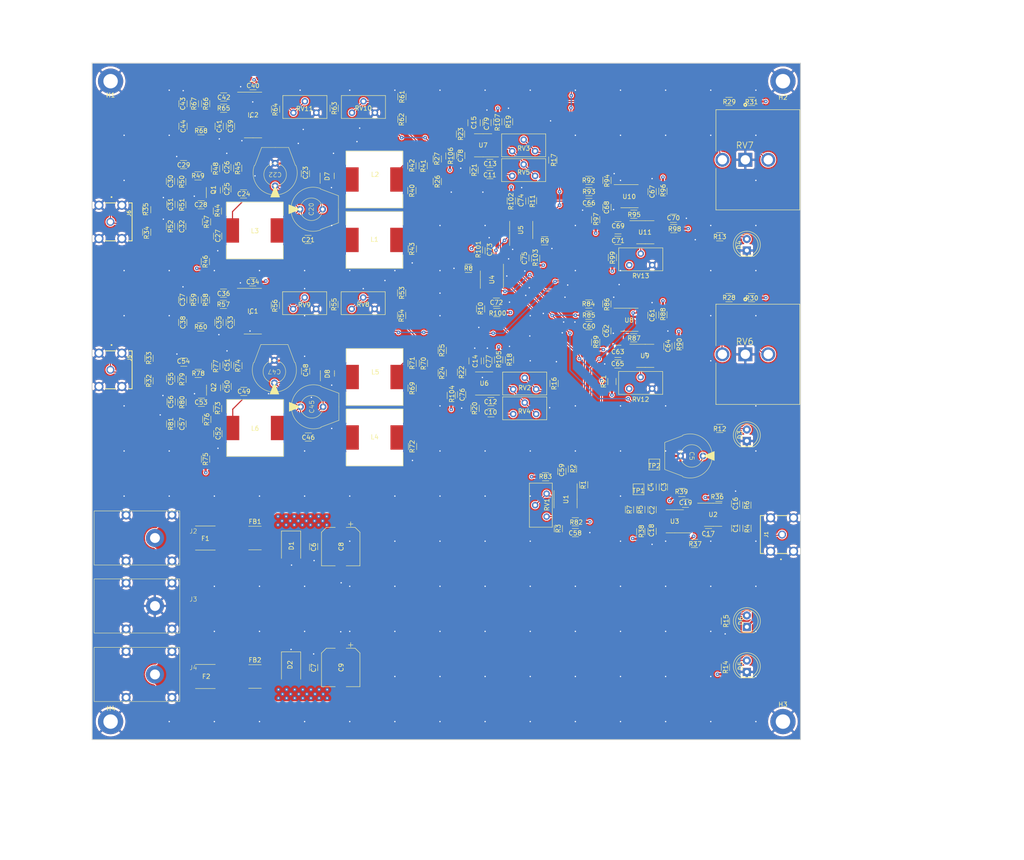
<source format=kicad_pcb>
(kicad_pcb (version 20221018) (generator pcbnew)
  (layers (0 "F.Cu" signal) (1 "In1.Cu" signal) (2 "In2.Cu" signal) (31 "B.Cu" signal) (34 "B.Paste" user) (35 "F.Paste" user) (36 "B.SilkS" user "B.Silkscreen") (37 "F.SilkS" user "F.Silkscreen") (38 "B.Mask" user) (39 "F.Mask" user) (44 "Edge.Cuts" user))
  (net 0 "")
  (net 1 "+5V")
  (net 2 "GND")
  (net 3 "-5V")
  (net 4 "Net-(U1-NEG)")
  (net 5 "Net-(IC1-C1_B)")
  (net 6 "Net-(U3-NEG)")
  (net 7 "Net-(U6-POS)")
  (net 8 "Net-(IC1-C1_A)")
  (net 9 "Net-(U6-NEG)")
  (net 10 "/VCO circuit 1/IN")
  (net 11 "/VCO circuit 2/IN")
  (net 12 "/VCO circuit 1/OUT")
  (net 13 "/VCO circuit 2/OUT")
  (net 14 "Net-(Q1-B)")
  (net 15 "Net-(Q1-C)")
  (net 16 "Net-(Q1-E)")
  (net 17 "Net-(Q2-B)")
  (net 18 "Net-(Q2-C)")
  (net 19 "Net-(Q2-E)")
  (net 20 "Net-(U1-OUTPUT)")
  (net 21 "/Lock detect/IN A")
  (net 22 "Net-(C11-Pad2)")
  (net 23 "Net-(C42-Pad2)")
  (net 24 "Net-(C43-Pad2)")
  (net 25 "/VCO IC B 1/OUT")
  (net 26 "/VCO IC B 2/OUT")
  (net 27 "Net-(C35-Pad2)")
  (net 28 "Net-(IC2-C1_B)")
  (net 29 "/Lock detect/OUT")
  (net 30 "/Lock detect1/OUT")
  (net 31 "Net-(IC2-C1_A)")
  (net 32 "Net-(C37-Pad2)")
  (net 33 "/VCO IC B 1/IN")
  (net 34 "/VCO IC B 2/IN")
  (net 35 "/Lock detect/IN B")
  (net 36 "/Lock detect1/IN B")
  (net 37 "Net-(U5-Z)")
  (net 38 "Net-(U9-NEG)")
  (net 39 "Net-(L2-Pad1)")
  (net 40 "Net-(L4-Pad1)")
  (net 41 "Net-(D4-A)")
  (net 42 "/VCO IC B 1/ADJ")
  (net 43 "/VCO IC B 2/ADJ")
  (net 47 "Net-(IC1-VCO_OUT)")
  (net 49 "Net-(IC1-R1)")
  (net 50 "Net-(IC1-R2)")
  (net 57 "Net-(IC2-VCO_OUT)")
  (net 59 "Net-(IC2-R1)")
  (net 60 "Net-(U5-W)")
  (net 61 "Net-(U4-W)")
  (net 62 "Net-(IC2-R2)")
  (net 64 "Net-(R11-Pad2)")
  (net 67 "Net-(U4-~{Y2})")
  (net 68 "Net-(F1-Pad1)")
  (net 69 "Net-(F2-Pad2)")
  (net 70 "Net-(J1-In)")
  (net 71 "Net-(U2-OUTPUT)")
  (net 72 "Net-(U3-OUTPUT)")
  (net 73 "Net-(C10-Pad2)")
  (net 74 "Net-(U7-NEG)")
  (net 75 "Net-(U6-OUTPUT)")
  (net 76 "Net-(U7-OUTPUT)")
  (net 77 "Net-(C14-Pad2)")
  (net 78 "Net-(C15-Pad2)")
  (net 79 "/Decoupling1/V+")
  (net 80 "/Decoupling1/V-")
  (net 81 "/Decoupling2/V+")
  (net 82 "/Decoupling2/V-")
  (net 83 "Net-(C20-Pad2)")
  (net 84 "Net-(C20-Pad1)")
  (net 85 "Net-(C24-Pad1)")
  (net 86 "Net-(C27-Pad1)")
  (net 87 "Net-(C29-Pad2)")
  (net 88 "Net-(C30-Pad2)")
  (net 89 "Net-(C31-Pad2)")
  (net 90 "Net-(C36-Pad2)")
  (net 91 "Net-(C41-Pad2)")
  (net 92 "Net-(C45-Pad2)")
  (net 93 "Net-(C45-Pad1)")
  (net 94 "Net-(C49-Pad1)")
  (net 95 "Net-(C52-Pad1)")
  (net 96 "Net-(C54-Pad2)")
  (net 97 "Net-(C55-Pad2)")
  (net 98 "Net-(C56-Pad2)")
  (net 99 "/Decoupling/V+")
  (net 100 "/Decoupling/V-")
  (net 101 "Net-(U8-~{Y2})")
  (net 102 "Net-(U8-VP)")
  (net 103 "Net-(U8-VN)")
  (net 104 "Net-(U9-POS)")
  (net 105 "Net-(U9-+VS)")
  (net 106 "Net-(U9--VS)")
  (net 107 "Net-(U10-~{Y2})")
  (net 108 "Net-(U10-VP)")
  (net 109 "Net-(U10-VN)")
  (net 110 "Net-(U11-POS)")
  (net 111 "Net-(U11-+VS)")
  (net 112 "Net-(U11--VS)")
  (net 113 "/Decoupling3/V+")
  (net 114 "/Decoupling3/V-")
  (net 115 "/Decoupling4/V+")
  (net 116 "/Decoupling4/V-")
  (net 117 "/Decoupling5/V+")
  (net 118 "/Decoupling5/V-")
  (net 119 "/Decoupling6/V+")
  (net 120 "/Decoupling6/V-")
  (net 121 "Net-(D3-A)")
  (net 122 "Net-(D5-A)")
  (net 123 "Net-(D6-A)")
  (net 124 "Net-(D7-Pad3)")
  (net 125 "Net-(D8-Pad3)")
  (net 126 "Net-(J2-In)")
  (net 127 "Net-(J4-In)")
  (net 128 "Net-(L1-Pad1)")
  (net 129 "Net-(L5-Pad1)")
  (net 130 "Net-(U2-POS)")
  (net 131 "Net-(U4-Z)")
  (net 132 "Net-(R10-Pad2)")
  (net 133 "Net-(R16-Pad2)")
  (net 134 "Net-(R17-Pad2)")
  (net 135 "Net-(U7-POS)")
  (net 136 "Net-(R28-Pad2)")
  (net 137 "Net-(R29-Pad2)")
  (net 138 "Net-(R40-Pad2)")
  (net 139 "Net-(R53-Pad2)")
  (net 140 "Net-(R53-Pad1)")
  (net 141 "Net-(R56-Pad1)")
  (net 142 "Net-(R61-Pad2)")
  (net 143 "Net-(R61-Pad1)")
  (net 144 "Net-(R64-Pad1)")
  (net 145 "Net-(R69-Pad2)")
  (net 146 "Net-(U8-Y1)")
  (net 147 "Net-(U8-W)")
  (net 148 "Net-(U10-Y1)")
  (net 149 "Net-(U10-W)")
  (net 150 "Net-(U11-NEG)")
  (footprint "Capacitor_SMD:C_1206_3216Metric" (layer "F.Cu") (at 90.22 138.3 -90)
    (fp_text reference "C48")
    (fp_text value "DNP")
  )
  (footprint "Capacitor_SMD:C_1206_3216Metric" (layer "F.Cu") (at 90.82 152.9 180)
    (fp_text reference "C46")
    (fp_text value "100p")
  )
  (footprint "Diode_SMD:D_2114_3652Metric_Pad1.85x3.75mm_HandSolder" (layer "F.Cu") (at 87 204 -90)
    (fp_text reference "D2")
    (fp_text value "SM6T6V8A")
  )
  (footprint "Package_TO_SOT_SMD:SOT-23" (layer "F.Cu") (at 95.05 138.8 90)
    (fp_text reference "D8")
    (fp_text value "BB813")
  )
  (footprint "lib:S16N-PC" (layer "F.Cu") (at 56.84 205.55)
    (fp_text reference "J4")
    (fp_text value "Conn_Coaxial")
  )
  (footprint "Potentiometer_THT:Potentiometer_Bourns_3296Y_Vertical" (layer "F.Cu") (at 136.23 142.31 180)
    (fp_text reference "RV2")
    (fp_text value "10k")
  )
  (footprint "Capacitor_SMD:C_1206_3216Metric" (layer "F.Cu") (at 72.015 121 180)
    (fp_text reference "C36")
    (fp_text value "10p")
  )
  (footprint "Resistor_SMD:R_1206_3216Metric_Pad1.30x1.75mm_HandSolder" (layer "F.Cu") (at 129 124.5 -90)
    (fp_text reference "R10")
    (fp_text value "33")
  )
  (footprint "Capacitor_SMD:C_1206_3216Metric" (layer "F.Cu") (at 159.4 109.3)
    (fp_text reference "C71")
    (fp_text value "100n")
  )
  (footprint "TestPoint:TestPoint_Pad_2.0x2.0mm" (layer "F.Cu") (at 167.5 159 180)
    (fp_text reference "TP2")
    (fp_text value "TestPoint_Small")
  )
  (footprint "Resistor_SMD:R_1206_3216Metric_Pad1.30x1.75mm_HandSolder" (layer "F.Cu") (at 96.49 123.5 -90)
    (fp_text reference "R55")
    (fp_text value "220")
  )
  (footprint "Capacitor_SMD:C_1206_3216Metric" (layer "F.Cu") (at 131.28 145.035 180)
    (fp_text reference "C12")
    (fp_text value "100n")
  )
  (footprint "Capacitor_SMD:C_1206_3216Metric" (layer "F.Cu") (at 62.99 122.5 -90)
    (fp_text reference "C37")
    (fp_text value "10p")
  )
  (footprint "Resistor_SMD:R_1206_3216Metric_Pad1.30x1.75mm_HandSolder" (layer "F.Cu") (at 154.5 104.7 90)
    (fp_text reference "R97")
    (fp_text value "10")
  )
  (footprint "lib:Trimmer Cap 6mm" (layer "F.Cu") (at 83.3 138.4 180)
    (fp_text reference "C47")
    (fp_text value "12p")
  )
  (footprint "Resistor_SMD:R_1206_3216Metric_Pad1.30x1.75mm_HandSolder" (layer "F.Cu") (at 113.82 142.0625 90)
    (fp_text reference "R69")
    (fp_text value "10k")
  )
  (footprint "Resistor_SMD:R_1206_3216Metric_Pad1.30x1.75mm_HandSolder" (layer "F.Cu") (at 113.82 136.5625 90)
    (fp_text reference "R71")
    (fp_text value "100k")
  )
  (footprint "Resistor_SMD:R_1206_3216Metric_Pad1.30x1.75mm_HandSolder" (layer "F.Cu") (at 182 151)
    (fp_text reference "R12")
    (fp_text value "220")
  )
  (footprint "Resistor_SMD:R_1206_3216Metric_Pad1.30x1.75mm_HandSolder" (layer "F.Cu") (at 65.515 122.5 -90)
    (fp_text reference "R59")
    (fp_text value "1.2k")
  )
  (footprint "Capacitor_SMD:C_1206_3216Metric" (layer "F.Cu") (at 131.05 94.725)
    (fp_text reference "C11")
    (fp_text value "DNP")
  )
  (footprint "Capacitor_SMD:CP_Elec_8x11.9" (layer "F.Cu") (at 98 204 -90)
    (fp_text reference "C9")
    (fp_text value "10u")
  )
  (footprint "Capacitor_SMD:C_1206_3216Metric" (layer "F.Cu") (at 153 128.2 180)
    (fp_text reference "C60")
    (fp_text value "56p")
  )
  (footprint "Resistor_SMD:R_1206_3216Metric_Pad1.30x1.75mm_HandSolder" (layer "F.Cu") (at 169.4 125.8 90)
    (fp_text reference "R88")
    (fp_text value "10")
  )
  (footprint "Resistor_SMD:R_1206_3216Metric_Pad1.30x1.75mm_HandSolder" (layer "F.Cu") (at 184.05 78.5)
    (fp_text reference "R29")
    (fp_text value "0")
  )
  (footprint "Capacitor_SMD:CP_Elec_8x11.9" (layer "F.Cu") (at 98 177.2 -90)
    (fp_text reference "C8")
    (fp_text value "10u")
  )
  (footprint "Capacitor_SMD:C_1206_3216Metric" (layer "F.Cu") (at 76.47 99 180)
    (fp_text reference "C24")
    (fp_text value "68n")
  )
  (footprint "Package_SO:SOIC-8_3.9x4.9mm_P1.27mm" (layer "F.Cu") (at 129.55 88.225 180)
    (fp_text reference "U7")
    (fp_text value "OPA656U")
  )
  (footprint "Capacitor_SMD:C_1206_3216Metric" (layer "F.Cu") (at 72.77 97.895 -90)
    (fp_text reference "C25")
    (fp_text value "39p")
  )
  (footprint "Resistor_SMD:R_1206_3216Metric_Pad1.30x1.75mm_HandSolder" (layer "F.Cu") (at 133 135.8 -90)
    (fp_text reference "R105")
    (fp_text value "10")
  )
  (footprint "Resistor_SMD:R_1206_3216Metric_Pad1.30x1.75mm_HandSolder" (layer "F.Cu") (at 189.05 122 180)
    (fp_text reference "R30")
    (fp_text value "0")
  )
  (footprint "Capacitor_SMD:C_1206_3216Metric" (layer "F.Cu") (at 63.17 92.5)
    (fp_text reference "C29")
    (fp_text value "10p")
  )
  (footprint "Potentiometer_THT:Potentiometer_Bourns_3296Y_Vertical" (layer "F.Cu") (at 161.925 142.18 180)
    (fp_text reference "RV12")
    (fp_text value "10k")
  )
  (footprint "Capacitor_SMD:C_1206_3216Metric" (layer "F.Cu") (at 185.5 167.725 90)
    (fp_text reference "C16")
    (fp_text value "100n")
  )
  (footprint "Resistor_SMD:R_1206_3216Metric_Pad1.30x1.75mm_HandSolder" (layer "F.Cu") (at 113.92 155 90)
    (fp_text reference "R72")
    (fp_text value "10k")
  )
  (footprint "Potentiometer_THT:Potentiometer_Bourns_3296Y_Vertical" (layer "F.Cu") (at 143.6225 170.55 -90)
    (fp_text reference "RV1")
    (fp_text value "10k")
  )
  (footprint "Inductor_SMD:L_12x12mm_H8mm" (layer "F.Cu") (at 105.52 139.6 180)
    (fp_text reference "L5")
    (fp_text value "1m")
  )
  (footprint "Capacitor_SMD:C_1206_3216Metric" (layer "F.Cu") (at 62.82 150 90)
    (fp_text reference "C57")
    (fp_text value "68n")
  )
  (footprint "Package_TO_SOT_SMD:SOT-23" (layer "F.Cu") (at 69.82 142 90)
    (fp_text reference "Q2")
    (fp_text value "BC817-25")
  )
  (footprint "Resistor_SMD:R_1206_3216Metric_Pad1.30x1.75mm_HandSolder" (layer "F.Cu") (at 71.99 123.5 180)
    (fp_text reference "R57")
    (fp_text value "1.2k")
  )
  (footprint "Resistor_SMD:R_1206_3216Metric_Pad1.30x1.75mm_HandSolder" (layer "F.Cu") (at 68.07 79 90)
    (fp_text reference "R66")
    (fp_text value "1.2k")
  )
  (footprint "Inductor_SMD:L_12x12mm_H8mm" (layer "F.Cu") (at 79.02 150.9 180)
    (fp_text reference "L6")
    (fp_text value "480u")
  )
  (footprint "Capacitor_SMD:C_1206_3216Metric" (layer "F.Cu") (at 167 173.8 -90)
    (fp_text reference "C18")
    (fp_text value "100n")
  )
  (footprint "Package_TO_SOT_SMD:SOT-23" (layer "F.Cu") (at 95 95 90)
    (fp_text reference "D7")
    (fp_text value "BB813")
  )
  (footprint "Resistor_SMD:R_1206_3216Metric_Pad1.30x1.75mm_HandSolder" (layer "F.Cu") (at 157 96 90)
    (fp_text reference "R94")
    (fp_text value "1k")
  )
  (footprint "Resistor_SMD:R_1206_3216Metric_Pad1.30x1.75mm_HandSolder" (layer "F.Cu") (at 158.2 113.1 90)
    (fp_text reference "R99")
    (fp_text value "10")
  )
  (footprint "Capacitor_SMD:C_1206_3216Metric" (layer "F.Cu") (at 72.77 93.1 -90)
    (fp_text reference "C26")
    (fp_text value "39p")
  )
  (footprint "Capacitor_SMD:C_1206_3216Metric" (layer "F.Cu") (at 138.8 113.2 90)
    (fp_text reference "C75")
    (fp_text value "100n")
  )
  (footprint "Resistor_SMD:R_1206_3216Metric_Pad1.30x1.75mm_HandSolder" (layer "F.Cu") (at 70.27 93.4 90)
    (fp_text reference "R48")
    (fp_text value "4.7k")
  )
  (footprint "Capacitor_SMD:C_1206_3216Metric" (layer "F.Cu") (at 70.779806 152.154478 -90)
    (fp_text reference "C52")
    (fp_text value "100n")
  )
  (footprint "Resistor_SMD:R_1206_3216Metric_Pad1.30x1.75mm_HandSolder" (layer "F.Cu") (at 120.5 138.7 -90)
    (fp_text reference "R24")
    (fp_text value "0")
  )
  (footprint "Capacitor_SMD:C_1206_3216Metric" (layer "F.Cu") (at 70.729806 108.354478 -90)
    (fp_text reference "C27")
    (fp_text value "100n")
  )
  (footprint "Capacitor_SMD:C_1206_3216Metric" (layer "F.Cu") (at 131.05 92.225 180)
    (fp_text reference "C13")
    (fp_text value "100n")
  )
  (footprint "Capacitor_SMD:C_1206_3216Metric" (layer "F.Cu") (at 169.5 164 90)
    (fp_text reference "C3")
    (fp_text value "100p")
  )
  (footprint "Resistor_SMD:R_1206_3216Metric_Pad1.30x1.75mm_HandSolder" (layer "F.Cu") (at 146.2275 173.225 -90)
    (fp_text reference "R3")
    (fp_text value "33")
  )
  (footprint "Package_SO:SOIC-8_3.9x4.9mm_P1.27mm" (layer "F.Cu") (at 180.525 170.135)
    (fp_text reference "U2")
    (fp_text value "OPA656U")
  )
  (footprint "Potentiometer_THT:Potentiometer_Bourns_3296Y_Vertical" (layer "F.Cu") (at 100.495 81 180)
    (fp_text reference "RV10")
    (fp_text value "10k")
  )
  (footprint "Resistor_SMD:R_1206_3216Metric_Pad1.30x1.75mm_HandSolder" (layer "F.Cu") (at 158.1 140.6 90)
    (fp_text reference "R91")
    (fp_text value "10")
  )
  (footprint "Resistor_SMD:R_1206_3216Metric_Pad1.30x1.75mm_HandSolder" (layer "F.Cu") (at 70.72 146.6 90)
    (fp_text reference "R73")
    (fp_text value "100k")
  )
  (footprint "Capacitor_SMD:C_1210_3225Metric" (layer "F.Cu") (at 127.55 83.225 -90)
    (fp_text reference "C15")
    (fp_text value "1u")
  )
  (footprint "Resistor_SMD:R_1206_3216Metric_Pad1.30x1.75mm_HandSolder" (layer "F.Cu") (at 96.545 80 -90)
    (fp_text reference "R63")
    (fp_text value "220")
  )
  (footprint "Potentiometer_THT:Potentiometer_Bourns_3296Y_Vertical" (layer "F.Cu") (at 87.465 124.5 180)
    (fp_text reference "RV9")
    (fp_text value "100k")
  )
  (footprint "Resistor_SMD:R_1206_3216Metric_Pad1.30x1.75mm_HandSolder" (layer "F.Cu") (at 143.2 109.4 180)
    (fp_text reference "R9")
    (fp_text value "0")
  )
  (footprint "Capacitor_SMD:C_1206_3216Metric" (layer "F.Cu") (at 67.07 101.4)
    (fp_text reference "C28")
    (fp_text value "68n")
  )
  (footprint "Capacitor_SMD:C_1206_3216Metric" (layer "F.Cu") (at 90.17 94.5 -90)
    (fp_text reference "C23")
    (fp_text value "DNP")
  )
  (footprint "Resistor_SMD:R_1206_3216Metric_Pad1.30x1.75mm_HandSolder" (layer "F.Cu") (at 172.9 132.6 90)
    (fp_text reference "R90")
    (fp_text value "10")
  )
  (footprint "Resistor_SMD:R_1206_3216Metric_Pad1.30x1.75mm_HandSolder" (layer "F.Cu") (at 120.5 133.7 90)
    (fp_text reference "R25")
    (fp_text value "0")
  )
  (footprint "Resistor_SMD:R_1206_3216Metric_Pad1.30x1.75mm_HandSolder" (layer "F.Cu") (at 75.22 137.1 90)
    (fp_text reference "R74")
    (fp_text value "100k")
  )
  (footprint "Resistor_SMD:R_1206_3216Metric_Pad1.30x1.75mm_HandSolder" (layer "F.Cu") (at 122.5 143.7 -90)
    (fp_text reference "R104")
    (fp_text value "10")
  )
  (footprint "Resistor_SMD:R_1206_3216Metric_Pad1.30x1.75mm_HandSolder" (layer "F.Cu") (at 55 107.5 90)
    (fp_text reference "R34")
    (fp_text value "0")
  )
  (footprint "Capacitor_SMD:C_1206_3216Metric" (layer "F.Cu") (at 73.57 84 90)
    (fp_text reference "C39")
    (fp_text value "1n")
  )
  (footprint "Resistor_SMD:R_1206_3216Metric_Pad1.30x1.75mm_HandSolder" (layer "F.Cu") (at 145 91.5 90)
    (fp_text reference "R17")
    (fp_text value "100")
  )
  (footprint "lib:Trimmer Cap 6mm" (layer "F.Cu") (at 175.8 157.1 -90)
    (fp_text reference "C5")
    (fp_text value "12p")
  )
  (footprint "Capacitor_SMD:C_1206_3216Metric" (layer "F.Cu") (at 153 100.9 180)
    (fp_text reference "C66")
    (fp_text value "56p")
  )
  (footprint "Fuse:Fuse_2920_7451Metric_Pad2.10x5.45mm_HandSolder" (layer "F.Cu") (at 68 175.3 180)
    (fp_text reference "F1")
    (fp_text value "1A")
  )
  (footprint "Resistor_SMD:R_1206_3216Metric_Pad1.30x1.75mm_HandSolder" (layer "F.Cu") (at 122.2 90.6 -90)
    (fp_text reference "R106")
    (fp_text value "10")
  )
  (footprint "Potentiometer_THT:Potentiometer_Bourns_3296Y_Vertical" (layer "F.Cu") (at 136.23 147.81 180)
    (fp_text reference "RV4")
    (fp_text value "10k")
  )
  (footprint "Capacitor_SMD:C_1206_3216Metric" (layer "F.Cu") (at 78.555 75)
    (fp_text reference "C40")
    (fp_text value "100n")
  )
  (footprint "Resistor_SMD:R_1206_3216Metric_Pad1.30x1.75mm_HandSolder" (layer "F.Cu") (at 145.28 141.035 -90)
    (fp_text reference "R16")
    (fp_text value "100")
  )
  (footprint "Capacitor_SMD:C_1206_3216Metric" (layer "F.Cu") (at 60.37 101.3 -90)
    (fp_text reference "C31")
    (fp_text value "10p")
  )
  (footprint "Capacitor_SMD:C_1206_3216Metric" (layer "F.Cu") (at 147 160.5 90)
    (fp_text reference "C59")
    (fp_text value "100n")
  )
  (footprint "Capacitor_SMD:C_1206_3216Metric" (layer "F.Cu") (at 157 101.975 90)
    (fp_text reference "C68")
    (fp_text value "100n")
  )
  (footprint "Resistor_SMD:R_1206_3216Metric_Pad1.30x1.75mm_HandSolder" (layer "F.Cu") (at 183.25 203.96 90)
    (fp_text reference "R14")
    (fp_text value "220")
  )
  (footprint "Capacitor_SMD:C_1206_3216Metric" (layer "F.Cu") (at 72.82 136.9 -90)
    (fp_text reference "C51")
    (fp_text value "39p")
  )
  (footprint "TestPoint:TestPoint_Pad_2.0x2.0mm" (layer "F.Cu") (at 164 164.5 180)
    (fp_text reference "TP1")
    (fp_text value "TestPoint_Small")
  )
  (footprint "Capacitor_SMD:C_1206_3216Metric" (layer "F.Cu") (at 71.07 84 90)
    (fp_text reference "C41")
    (fp_text value "10p")
  )
  (footprint "Resistor_SMD:R_1206_3216Metric_Pad1.30x1.75mm_HandSolder" (layer "F.Cu") (at 60.27 106.2 -90)
    (fp_text reference "R52")
    (fp_text value "100k")
  )
  (footprint "Resistor_SMD:R_1206_3216Metric_Pad1.30x1.75mm_HandSolder" (layer "F.Cu") (at 169.4 98.4 90)
    (fp_text reference "R96")
    (fp_text value "10")
  )
  (footprint "lib:SAMTEC_BNC5-J-P-GN-RA-BH2D" (layer "F.Cu") (at 195.81 174.525 90)
    (fp_text reference "J1")
    (fp_text value "Conn_Coaxial")
  )
  (footprint "Resistor_SMD:R_1206_3216Metric_Pad1.30x1.75mm_HandSolder" (layer "F.Cu") (at 140.5 100.5 90)
    (fp_text reference "R11")
    (fp_text value "33")
  )
  (footprint "Capacitor_SMD:C_1206_3216Metric" (layer "F.Cu") (at 78.5 118.5)
    (fp_text reference "C34")
    (fp_text value "100n")
  )
  (footprint "Resistor_SMD:R_1206_3216Metric_Pad1.30x1.75mm_HandSolder" (layer "F.Cu") (at 62.82 145.2 -90)
    (fp_text reference "R80")
    (fp_text value "1.2k")
  )
  (footprint "Capacitor_SMD:C_1206_3216Metric" (layer "F.Cu") (at 71.015 127.5 90)
    (fp_text reference "C35")
    (fp_text value "10p")
  )
  (footprint "Capacitor_SMD:C_1206_3216Metric" (layer "F.Cu") (at 185.525 173.135 -90)
    (fp_text reference "C1")
    (fp_text value "47p")
  )
  (footprint "Resistor_SMD:R_1206_3216Metric_Pad1.30x1.75mm_HandSolder" (layer "F.Cu") (at 83.515 123.725 -90)
    (fp_text reference "R56")
    (fp_text value "220")
  )
  (footprint "Resistor_SMD:R_1206_3216Metric_Pad1.30x1.75mm_HandSolder" (layer "F.Cu") (at 124.78 138.535 90)
    (fp_text reference "R22")
    (fp_text value "100")
  )
  (footprint "Capacitor_SMD:C_1206_3216Metric" (layer "F.Cu") (at 60.32 140 -90)
    (fp_text reference "C55")
    (fp_text value "10p")
  )
  (footprint "Capacitor_SMD:C_1206_3216Metric" (layer "F.Cu") (at 167 164 90)
    (fp_text reference "C4")
    (fp_text value "39p")
  )
  (footprint "MountingHole:MountingHole_3.2mm_M3_DIN965_Pad_TopBottom" (layer "F.Cu") (at 196 216)
    (fp_text reference "H3")
    (fp_text value "MountingHole_Pad")
  )
  (footprint "Resistor_SMD:R_1206_3216Metric_Pad1.30x1.75mm_HandSolder" (layer "F.Cu") (at 116.32 136.5625 -90)
    (fp_text reference "R70")
    (fp_text value "10k")
  )
  (footprint "Resistor_SMD:R_1206_3216Metric_Pad1.30x1.75mm_HandSolder" (layer "F.Cu") (at 132.8 83 -90)
    (fp_text reference "R107")
    (fp_text value "10")
  )
  (footprint "Capacitor_SMD:C_1206_3216Metric" (layer "F.Cu") (at 92 177.2 -90)
    (fp_text reference "C6")
    (fp_text value "10n")
  )
  (footprint "Resistor_SMD:R_1206_3216Metric_Pad1.30x1.75mm_HandSolder" (layer "F.Cu") (at 116.27 92.7625 -90)
    (fp_text reference "R41")
    (fp_text value "10k")
  )
  (footprint "Capacitor_SMD:C_1206_3216Metric" (layer "F.Cu") (at 124.6 90.5 -90)
    (fp_text reference "C78")
    (fp_text value "100n")
  )
  (footprint "lib:S16N-PC" (layer "F.Cu") (at 56.84 190.37)
    (fp_text reference "J3")
    (fp_text value "Conn_Coaxial")
  )
  (footprint "lib:TRIM_3590S-2-103L" (layer "F.Cu") (at 187.665 91.4325)
    (fp_text reference "RV7")
    (fp_text value "R_Potentiometer")
  )
  (footprint "LED_THT:LED_D5.0mm_Clear" (layer "F.Cu") (at 188 111.54 90)
    (fp_text reference "D4")
    (fp_text value "LED")
  )
  (footprint "Resistor_SMD:R_1206_3216Metric_Pad1.30x1.75mm_HandSolder" (layer "F.Cu") (at 119.4 96.25 -90)
    (fp_text reference "R26")
    (fp_text value "0")
  )
  (footprint "Resistor_SMD:R_1206_3216Metric_Pad1.30x1.75mm_HandSolder" (layer "F.Cu") (at 127.78 146.535 90)
    (fp_text reference "R20")
    (fp_text value "1M")
  )
  (footprint "Resistor_SMD:R_1206_3216Metric_Pad1.30x1.75mm_HandSolder" (layer "F.Cu") (at 126.3 115.5)
    (fp_text reference "R8")
    (fp_text value "0")
  )
  (footprint "Package_SO:SOIC-8_3.9x4.9mm_P1.27mm" (layer "F.Cu") (at 131.5 118 -90)
    (fp_text reference "U4")
    (fp_text value "AD835ARZ")
  )
  (footprint "Capacitor_SMD:C_1206_3216Metric" (layer "F.Cu") (at 130.9 111.6 -90)
    (fp_text reference "C73")
    (fp_text value "100n")
  )
  (footprint "Resistor_SMD:R_1206_3216Metric_Pad1.30x1.75mm_HandSolder" (layer "F.Cu") (at 176.4 176.5)
    (fp_text reference "R37")
    (fp_text value "10")
  )
  (footprint "LED_THT:LED_D5.0mm_Clear" (layer "F.Cu") (at 188 205 90)
    (fp_text reference "D5")
    (fp_text value "LED")
  )
  (footprint "Capacitor_SMD:C_1206_3216Metric" (layer "F.Cu") (at 171.7 104.4)
    (fp_text reference "C70")
    (fp_text value "100n")
  )
  (footprint "Resistor_SMD:R_1206_3216Metric_Pad1.30x1.75mm_HandSolder" (layer "F.Cu") (at 152.975 125.905)
    (fp_text reference "R85")
    (fp_text value "1k")
  )
  (footprint "Package_SO:SOIC-8_3.9x4.9mm_P1.27mm" (layer "F.Cu") (at 165.475 134.905)
    (fp_text reference "U9")
    (fp_text value "OPA656U")
  )
  (footprint "Resistor_SMD:R_1206_3216Metric_Pad1.30x1.75mm_HandSolder" (layer "F.Cu") (at 153 96)
    (fp_text reference "R92")
    (fp_text value "1k")
  )
  (footprint "Potentiometer_THT:Potentiometer_Bourns_3296Y_Vertical" (layer "F.Cu") (at 87.52 81 180)
    (fp_text reference "RV11")
    (fp_text value "100k")
  )
  (footprint "Package_SO:SOIC-8_3.9x4.9mm_P1.27mm" (layer "F.Cu") (at 147.8225 166.7 -90)
    (fp_text reference "U1")
    (fp_text value "OPA656U")
  )
  (footprint "Resistor_SMD:R_1206_3216Metric_Pad1.30x1.75mm_HandSolder" (layer "F.Cu") (at 68 114 90)
    (fp_text reference "R46")
    (fp_text value "0")
  )
  (footprint "Resistor_SMD:R_1206_3216Metric_Pad1.30x1.75mm_HandSolder" (layer "F.Cu") (at 164.5 169 90)
    (fp_text reference "R5")
    (fp_text value "390k")
  )
  (footprint "Capacitor_SMD:C_1206_3216Metric" (layer "F.Cu") (at 167 98.5 90)
    (fp_text reference "C67")
    (fp_text value "100n")
  )
  (footprint "lib:TRIM_3590S-2-103L" (layer "F.Cu") (at 187.665 134.565)
    (fp_text reference "RV6")
    (fp_text value "R_Potentiometer")
  )
  (footprint "Resistor_SMD:R_1206_3216Metric_Pad1.30x1.75mm_HandSolder" (layer "F.Cu") (at 68.05 157.8 90)
    (fp_text reference "R75")
    (fp_text value "0")
  )
  (footprint "Resistor_SMD:R_1206_3216Metric_Pad1.30x1.75mm_HandSolder" (layer "F.Cu") (at 65.57 79 -90)
    (fp_text reference "R67")
    (fp_text value "1.2k")
  )
  (footprint "Resistor_SMD:R_1206_3216Metric_Pad1.30x1.75mm_HandSolder" (layer "F.Cu") (at 149.3475 160 -90)
    (fp_text reference "R2")
    (fp_text value "1k")
  )
  (footprint "lib:Trimmer Cap 6mm" (layer "F.Cu") (at 91.5 102.4 90)
    (fp_text reference "C20")
    (fp_text value "20p")
  )
  (footprint "Capacitor_SMD:C_1206_3216Metric" (layer "F.Cu") (at 63.045 84 90)
    (fp_text reference "C44")
    (fp_text value "68n")
  )
  (footprint "Resistor_SMD:R_1206_3216Metric_Pad1.30x1.75mm_HandSolder" (layer "F.Cu") (at 55.52 135.45 -90)
    (fp_text reference "R33")
    (fp_text value "0")
  )
  (footprint "Capacitor_SMD:C_1206_3216Metric" (layer "F.Cu") (at 92 204 -90)
    (fp_text reference "C7")
    (fp_text value "10n")
  )
  (footprint "Capacitor_SMD:C_1206_3216Metric" (layer "F.Cu") (at 138.1 100.6 90)
    (fp_text reference "C74")
    (fp_text value "100n")
  )
  (footprint "Resistor_SMD:R_1206_3216Metric_Pad1.30x1.75mm_HandSolder" (layer "F.Cu") (at 135.2 83 90)
    (fp_text reference "R19")
    (fp_text value "1k")
  )
  (footprint "Capacitor_SMD:C_1206_3216Metric" (layer "F.Cu") (at 60.27 96.2 -90)
    (fp_text reference "C30")
    (fp_text value "10p")
  )
  (footprint "Resistor_SMD:R_1206_3216Metric_Pad1.30x1.75mm_HandSolder" (layer "F.Cu") (at 83.57 80.225 -90)
    (fp_text reference "R64")
    (fp_text value "220")
  )
  (footprint "Capacitor_SMD:C_2220_5750Metric_Pad1.97x5.40mm_HandSolder" (layer "F.Cu") (at 79 206)
    (fp_text reference "FB2")
    (fp_text value "FerriteBead")
  )
  (footprint "lib:SAMTEC_BNC5-J-P-GN-RA-BH2D" (layer "F.Cu") (at 46.96 138 -90)
    (fp_text reference "J5")
    (fp_text value "Conn_Coaxial")
  )
  (footprint "Capacitor_SMD:C_1206_3216Metric" (layer "F.Cu") (at 130.6 136 -90)
    (fp_text reference "C77")
    (fp_text value "100n")
  )
  (footprint "MountingHole:MountingHole_3.2mm_M3_DIN965_Pad_TopBottom" (layer "F.Cu") (at 196 74)
    (fp_text reference "H2")
    (fp_text value "MountingHole_Pad")
  )
  (footprint "Inductor_SMD:L_12x12mm_H8mm" (layer "F.Cu") (at 105.52 153 180)
    (fp_text reference "L4")
    (fp_text value "1m")
  )
  (footprint "Potentiometer_THT:Potentiometer_Bourns_3296Y_Vertical" (layer "F.Cu") (at 136 89.5 180)
    (fp_text reference "RV3")
    (fp_text value "10k")
  )
  (footprint "Resistor_SMD:R_1206_3216Metric_Pad1.30x1.75mm_HandSolder" (layer "F.Cu") (at 75.17 93.3 90)
    (fp_text reference "R45")
    (fp_text value "100k")
  )
  (footprint "Resistor_SMD:R_1206_3216Metric_Pad1.30x1.75mm_HandSolder" (layer "F.Cu") (at 70.32 137.2 90)
    (fp_text reference "R77")
    (fp_text value "4.7k")
  )
  (footprint "Resistor_SMD:R_1206_3216Metric_Pad1.30x1.75mm_HandSolder" (layer "F.Cu") (at 135.4 135.8 90)
    (fp_text reference "R18")
    (fp_text value "1k")
  )
  (footprint "Resistor_SMD:R_1206_3216Metric_Pad1.30x1.75mm_HandSolder" (layer "F.Cu") (at 113.77 92.7625 90)
    (fp_text reference "R42")
    (fp_text value "100k")
  )
  (footprint "Resistor_SMD:R_1206_3216Metric_Pad1.30x1.75mm_HandSolder" (layer "F.Cu") (at 68.015 122.5 90)
    (fp_text reference "R58")
    (fp_text value "1.2k")
  )
  (footprint "Resistor_SMD:R_1206_3216Metric_Pad1.30x1.75mm_HandSolder" (layer "F.Cu") (at 184.05 122)
    (fp_text reference "R28")
    (fp_text value "0")
  )
  (footprint "Resistor_SMD:R_1206_3216Metric_Pad1.30x1.75mm_HandSolder" (layer "F.Cu") (at 150 171.7)
    (fp_text reference "R82")
    (fp_text value "10")
  )
  (footprint "lib:SAMTEC_BNC5-J-P-GN-RA-BH2D" (layer "F.Cu") (at 46.96 105.2 -90)
    (fp_text reference "J6")
    (fp_text value "Conn_Coaxial")
  )
  (footprint "Resistor_SMD:R_1206_3216Metric_Pad1.30x1.75mm_HandSolder" (layer "F.Cu") (at 162.925 130.905 180)
    (fp_text reference "R87")
    (fp_text value "100k")
  )
  (footprint "Resistor_SMD:R_1206_3216Metric_Pad1.30x1.75mm_HandSolder" (layer "F.Cu") (at 119.4 91.25 90)
    (fp_text reference "R27")
    (fp_text value "0")
  )
  (footprint "Resistor_SMD:R_1206_3216Metric_Pad1.30x1.75mm_HandSolder" (layer "F.Cu") (at 143.4 161.7)
    (fp_text reference "R83")
    (fp_text value "10")
  )
  (footprint "Resistor_SMD:R_1206_3216Metric_Pad1.30x1.75mm_HandSolder" (layer "F.Cu") (at 156.975 123.405 90)
    (fp_text reference "R86")
    (fp_text value "1k")
  )
  (footprint "Capacitor_SMD:C_1206_3216Metric" (layer "F.Cu") (at 90.77 109.1 180)
    (fp_text reference "C21")
    (fp_text value "100p")
  )
  (footprint "Capacitor_SMD:C_1206_3216Metric" (layer "F.Cu") (at 170.5 132.8 90)
    (fp_text reference "C64")
    (fp_text value "100n")
  )
  (footprint "Capacitor_SMD:C_1210_3225Metric" (layer "F.Cu") (at 159.425 133.905 180)
    (fp_text reference "C63")
    (fp_text value "10u")
  )
  (footprint "Capacitor_SMD:C_2220_5750Metric_Pad1.97x5.40mm_HandSolder" (layer "F.Cu") (at 79 175.3)
    (fp_text reference "FB1")
    (fp_text value "FerriteBead")
  )
  (footprint "Resistor_SMD:R_1206_3216Metric_Pad1.30x1.75mm_HandSolder" (layer "F.Cu") (at 132.6 125.3)
    (fp_text reference "R100")
    (fp_text value "10")
  )
  (footprint "Diode_SMD:D_2114_3652Metric_Pad1.85x3.75mm_HandSolder" (layer "F.Cu") (at 87 177.2 -90)
    (fp_text reference "D1")
    (fp_text value "SM6T6V8A")
  )
  (footprint "Inductor_SMD:L_12x12mm_H8mm" (layer "F.Cu") (at 78.97 107.1 180)
    (fp_text reference "L3")
    (fp_text value "480u")
  )
  (footprint "Resistor_SMD:R_1206_3216Metric_Pad1.30x1.75mm_HandSolder" (layer "F.Cu") (at 62.77 96.3 -90)
    (fp_text reference "R50")
    (fp_text value "1.2k")
  )
  (footprint "Capacitor_SMD:C_1206_3216Metric" (layer "F.Cu") (at 150 174.1)
    (fp_text reference "C58")
    (fp_text value "100n")
  )
  (footprint "Resistor_SMD:R_1206_3216Metric_Pad1.30x1.75mm_HandSolder" (layer "F.Cu") (at 173.6 165.2)
    (fp_text reference "R39")
    (fp_text value "10")
  )
  (footprint "Resistor_SMD:R_1206_3216Metric_Pad1.30x1.75mm_HandSolder" (layer "F.Cu") (at 162.95 103.5 180)
    (fp_text reference "R95")
    (fp_text value "100k")
  )
  (footprint "Resistor_SMD:R_1206_3216Metric_Pad1.30x1.75mm_HandSolder" (layer "F.Cu") (at 113.77 98.2625 90)
    (fp_text reference "R40")
    (fp_text value "10k")
  )
  (footprint "Capacitor_SMD:C_1206_3216Metric" (layer "F.Cu") (at 62.77 106.2 90)
    (fp_text reference "C32")
    (fp_text value "68n")
  )
  (footprint "Package_SO:SOIC-8_3.9x4.9mm_P1.27mm" (layer "F.Cu") (at 172.025 171.595 180)
    (fp_text reference "U3")
    (fp_text value "OPA656U")
  )
  (footprint "Package_SO:SOIC-8_3.9x4.9mm_P1.27mm" (layer "F.Cu") (at 138 107 90)
    (fp_text reference "U5")
    (fp_text value "AD835ARZ")
  )
  (footprint "Resistor_SMD:R_1206_3216Metric_Pad1.30x1.75mm_HandSolder" (layer "F.Cu") (at 189.05 78.5 180)
    (fp_text reference "R31")
    (fp_text value "0")
  )
  (footprint "lib:Trimmer Cap 6mm" (layer "F.Cu") (at 83.469293 94.699293 180)
    (fp_text reference "C22")
    (fp_text value "12p")
  )
  (footprint "Resistor_SMD:R_1206_3216Metric_Pad1.30x1.75mm_HandSolder" (layer "F.Cu") (at 171.8 106.7)
    (fp_text reference "R98")
    (fp_text value "10")
  )
  (footprint "Capacitor_SMD:C_1210_3225Metric" (layer "F.Cu") (at 159.45 106.5 180)
    (fp_text reference "C69")
    (fp_text value "10u")
  )
  (footprint "Package_SO:SOIC-8_3.9x4.9mm_P1.27mm" (layer "F.Cu") (at 162 99.5)
    (fp_text reference "U10")
    (fp_text value "AD835ARZ")
  )
  (footprint "MountingHole:MountingHole_3.2mm_M3_DIN965_Pad_TopBottom" (layer "F.Cu") (at 47 74)
    (fp_text reference "H1")
    (fp_text value "MountingHole_Pad")
  )
  (footprint "Resistor_SMD:R_1206_3216Metric_Pad1.30x1.75mm_HandSolder" (layer "F.Cu") (at 55.52 140.45 90)
    (fp_text reference "R32")
    (fp_text value "0")
  )
  (footprint "Capacitor_SMD:C_1206_3216Metric" (layer "F.Cu") (at 130.4 83.2 -90)
    (fp_text reference "C79")
    (fp_text value "100n")
  )
  (footprint "Package_SO:SOIC-16_3.9x9.9mm_P1.27mm" (layer "F.Cu") (at 78.515 125)
    (fp_text reference "IC1")
    (fp_text value "74HC7046")
  )
  (footprint "Capacitor_SMD:C_1206_3216Metric" (layer "F.Cu") (at 179.5 174.1 180)
    (fp_text reference "C17")
    (fp_text value "100n")
  )
  (footprint "Resistor_SMD:R_1206_3216Metric_Pad1.30x1.75mm_HandSolder" (layer "F.Cu") (at 127.55 93.725 90)
    (fp_text reference "R21")
    (fp_text value "1M")
  )
  (footprint "Resistor_SMD:R_1206_3216Metric_Pad1.30x1.75mm_HandSolder" (layer "F.Cu") (at 188 168 90)
    (fp_text reference "R6")
    (fp_text value "33")
  )
  (footprint "Capacitor_SMD:C_1206_3216Metric" (layer "F.Cu") (at 131.28 147.535)
    (fp_text reference "C10")
    (fp_text value "DNP")
  )
  (footprint "Resistor_SMD:R_1206_3216Metric_Pad1.30x1.75mm_HandSolder" (layer "F.Cu") (at 67.045 85 180)
    (fp_text reference "R68")
    (fp_text value "100k")
  )
  (footprint "Capacitor_SMD:C_1206_3216Metric" (layer "F.Cu") (at 63.22 136.3)
    (fp_text reference "C54")
    (fp_text value "10p")
  )
  (footprint "Inductor_SMD:L_12x12mm_H8mm" (layer "F.Cu") (at 105.47 95.8 180)
    (fp_text reference "L2")
    (fp_text value "1m")
  )
  (footprint "Resistor_SMD:R_1206_3216Metric_Pad1.30x1.75mm_HandSolder" (layer "F.Cu") (at 153 98.5)
    (fp_text reference "R93")
    (fp_text value "1k")
  )
  (footprint "Resistor_SMD:R_1206_3216Metric_Pad1.30x1.75mm_HandSolder" (layer "F.Cu") (at 128.5 111.4 -90)
    (fp_text reference "R101")
    (fp_text value "10")
  )
  (footprint "Resistor_SMD:R_1206_3216Metric_Pad1.30x1.75mm_HandSolder" (layer "F.Cu") (at 111.5 125.95 90)
    (fp_text reference "R54")
    (fp_text value "0")
  )
  (footprint "Resistor_SMD:R_1206_3216Metric_Pad1.30x1.75mm_HandSolder" (layer "F.Cu") (at 66.42 138.8 180)
    (fp_text reference "R78")
    (fp_text value "1.2k")
  )
  (footprint "Capacitor_SMD:C_1206_3216Metric" (layer "F.Cu") (at 174.4 167.6)
    (fp_text reference "C19")
    (fp_text value "100n")
  )
  (footprint "Resistor_SMD:R_1206_3216Metric_Pad1.30x1.75mm_HandSolder" (layer "F.Cu") (at 66.37 95 180)
    (fp_text reference "R49")
    (fp_text value "1.2k")
  )
  (footprint "Package_SO:SOIC-8_3.9x4.9mm_P1.27mm" (layer "F.Cu") (at 129.78 141.035 180)
    (fp_text reference "U6")
    (fp_text value "OPA656U")
  )
  (footprint "Resistor_SMD:R_1206_3216Metric_Pad1.30x1.75mm_HandSolder" (layer "F.Cu") (at 151.8475 163.5 -90)
    (fp_text reference "R1")
    (fp_text value "1k")
  )
  (footprint "Capacitor_SMD:C_1206_3216Metric" (layer "F.Cu") (at 62.99 127.5 90)
    (fp_text reference "C38")
    (fp_text value "68n")
  )
  (footprint "Package_SO:SOIC-16_3.9x9.9mm_P1.27mm" (layer "F.Cu") (at 78.57 81.5)
    (fp_text reference "IC2")
    (fp_text value "74HC7046")
  )
  (footprint "Capacitor_SMD:C_1206_3216Metric" (layer "F.Cu") (at 72.07 77.5 180)
    (fp_text reference "C42")
    (fp_text value "10p")
  )
  (footprint "Resistor_SMD:R_1206_3216Metric_Pad1.30x1.75mm_HandSolder" (layer "F.Cu") (at 182 108.5)
    (fp_text reference "R13")
    (fp_text value "220")
  )
  (footprint "Resistor_SMD:R_1206_3216Metric_Pad1.30x1.75mm_HandSolder" (layer "F.Cu") (at 70.67 102.8 90)
    (fp_text reference "R44")
    (fp_text value "100k")
  )
  (footprint "Resistor_SMD:R_1206_3216Metric_Pad1.30x1.75mm_HandSolder" (layer "F.Cu") (at 62.82 140.1 -90)
    (fp_text reference "R79")
    (fp_text value "1.2k")
  )
  (footprint "Capacitor_SMD:C_1206_3216Metric" (layer "F.Cu") (at 76.52 142.8 180)
    (fp_text reference "C49")
    (fp_text value "68n")
  )
  (footprint "Resistor_SMD:R_1206_3216Metric_Pad1.30x1.75mm_HandSolder" (layer "F.Cu") (at 135.8 100.55 90)
    (fp_text reference "R102")
    (fp_text value "10")
  )
  (footprint "Fuse:Fuse_2920_7451Metric_Pad2.10x5.45mm_HandSolder" (layer "F.Cu") (at 68 206)
    (fp_text reference "F2")
    (fp_text value "1A")
  )
  (footprint "Capacitor_SMD:C_1206_3216Metric" (layer "F.Cu") (at 132.5 123)
    (fp_text reference "C72")
    (fp_text value "100n")
  )
  (footprint "Capacitor_SMD:C_1206_3216Metric" (layer "F.Cu") (at 60.42 145.1 -90)
    (fp_text reference "C56")
    (fp_text value "10p")
  )
  (footprint "Resistor_SMD:R_1206_3216Metric_Pad1.30x1.75mm_HandSolder" (layer "F.Cu") (at 66.99 128.5 180)
    (fp_text reference "R60")
    (fp_text value "100k")
  )
  (footprint "Resistor_SMD:R_1206_3216Metric_Pad1.30x1.75mm_HandSolder" (layer "F.Cu") (at 62.77 101.4 -90)
    (fp_text reference "R51")
    (fp_text value "1.2k")
  )
  (footprint "Inductor_SMD:L_12x12mm_H8mm" (layer "F.Cu") (at 105.47 109.2 180)
    (fp_text reference "L1")
    (fp_text value "1m")
  )
  (footprint "Resistor_SMD:R_1206_3216Metric_Pad1.30x1.75mm_HandSolder" (layer "F.Cu") (at 111.5 120.95 -90)
    (fp_text reference "R53")
    (fp_text value "0")
  )
  (footprint "Potentiometer_THT:Potentiometer_Bourns_3296Y_Vertical" (layer "F.Cu") (at 136 95 180)
    (fp_text reference "RV5")
    (fp_text value "10k")
  )
  (footprint "Resistor_SMD:R_1206_3216Metric_Pad1.30x1.75mm_HandSolder" (layer "F.Cu") (at 152.975 123.405)
    (fp_text reference "R84")
    (fp_text value "1k")
  )
  (footprint "lib:S16N-PC" (layer "F.Cu") (at 56.84 175.29)
    (fp_text reference "J2")
    (fp_text value "Conn_Coaxial")
  )
  (footprint "LED_THT:LED_D5.0mm_Clear" (layer "F.Cu") (at 188 195 90)
    (fp_text reference "D6")
    (fp_text value "LED")
  )
  (footprint "Potentiometer_THT:Potentiometer_Bourns_3296Y_Vertical" (layer "F.Cu") (at 100.44 124.5 180)
    (fp_text reference "RV8")
    (fp_text value "10k")
  )
  (footprint "Capacitor_SMD:C_1210_3225Metric" (layer "F.Cu") (at 127.78 136.035 -90)
    (fp_text reference "C14")
    (fp_text value "1u")
  )
  (footprint "Resistor_SMD:R_1206_3216Metric_Pad1.30x1.75mm_HandSolder" (layer "F.Cu") (at 188.025 173.135 -90)
    (fp_text reference "R4")
    (fp_text value "390k")
  )
  (footprint "Capacitor_SMD:C_1206_3216Metric" (layer "F.Cu") (at 156.975 129.38 90)
    (fp_text reference "C62")
    (fp_text value "100n")
  )
  (footprint "Resistor_SMD:R_1206_3216Metric_Pad1.30x1.75mm_HandSolder" (layer "F.Cu") (at 113.87 111.2 90)
    (fp_text reference "R43")
    (fp_text value "10k")
  )
  (footprint "LED_THT:LED_D5.0mm_Clear" (layer "F.Cu") (at 188 153.775 90)
    (fp_text reference "D3")
    (fp_text value "LED")
  )
  (footprint "Package_SO:SOIC-8_3.9x4.9mm_P1.27mm" (layer "F.Cu") (at 161.975 126.905)
    (fp_text reference "U8")
    (fp_text value "AD835ARZ")
  )
  (footprint "Resistor_SMD:R_1206_3216Metric_Pad1.30x1.75mm_HandSolder" (layer "F.Cu") (at 154.5 131.9 90)
    (fp_text reference "R89")
    (fp_text value "10")
  )
  (footprint "Capacitor_SMD:C_1206_3216Metric" (layer "F.Cu") (at 73.515 127.5 90)
    (fp_text reference "C33")
    (fp_text value "1n")
  )
  (footprint "Resistor_SMD:R_1206_3216Metric_Pad1.30x1.75mm_HandSolder" (layer "F.Cu") (at 55 102.5 -90)
    (fp_text reference "R35")
    (fp_text value "0")
  )
  (footprint "Capacitor_SMD:C_1206_3216Metric" (layer "F.Cu") (at 159.4 136.7)
    (fp_text reference "C65")
    (fp_text value "100n")
  )
  (footprint "Capacitor_SMD:C_1206_3216Metric" (layer "F.Cu") (at 67.12 145.2)
    (fp_text reference "C53")
    (fp_text value "68n")
  )
  (footprint "Potentiometer_THT:Potentiometer_Bourns_3296Y_Vertical" (layer "F.Cu") (at 161.95 114.775 180)
    (fp_text reference "RV13")
    (fp_text value "10k")
  )
  (footprint "Capacitor_SMD:C_1206_3216Metric" (layer "F.Cu") (at 167 169 90)
    (fp_text reference "C2")
    (fp_text value "47p")
  )
  (footprint "Resistor_SMD:R_1206_3216Metric_Pad1.30x1.75mm_HandSolder" (layer "F.Cu") (at 164.5 173.9 -90)
    (fp_text reference "R38")
    (fp_text value "10")
  )
  (footprint "Resistor_SMD:R_1206_3216Metric_Pad1.30x1.75mm_HandSolder" (layer "F.Cu") (at 124.55 85.725 90)
    (fp_text reference "R23")
    (fp_text value "100")
  )
  (footprint "lib:Trimmer Cap 6mm" (layer "F.Cu") (at 91.6 146.2 90)
    (fp_text reference "C45")
    (fp_text value "20p")
  )
  (footprint "Resistor_SMD:R_1206_3216Metric_Pad1.30x1.75mm_HandSolder" (layer "F.Cu") (at 60.32 150 -90)
    (fp_text reference "R81")
    (fp_text value "100k")
  )
  (footprint "Resistor_SMD:R_1206_3216Metric_Pad1.30x1.75mm_HandSolder" (layer "F.Cu") (at 111.555 82.45 90)
    (fp_text reference "R62")
    (fp_text value "0")
  )
  (footprint "Capacitor_SMD:C_1206_3216Metric" (layer "F.Cu") (at 72.82 141.695 -90)
    (fp_text reference "C50")
    (fp_text value "39p")
  )
  (footprint "Capacitor_SMD:C_1206_3216Metric" (layer "F.Cu") (at 63.045 79 -90)
    (fp_text reference "C43")
    (fp_text value "10p")
  )
  (footprint "Resistor_SMD:R_1206_3216Metric_Pad1.30x1.75mm_HandSolder" (layer "F.Cu") (at 162 169 90)
    (fp_text reference "R7")
    (fp_text value "33")
  )
  (footprint "Resistor_SMD:R_1206_3216Metric_Pad1.30x1.75mm_HandSolder" (layer "F.Cu") (at 141.2 113.3 90)
    (fp_text reference "R103")
    (fp_text value "10")
  )
  (footprint "Package_TO_SOT_SMD:SOT-23" (layer "F.Cu") (at 69.77 98.2 90)
    (fp_text reference "Q1")
    (fp_text value "BC817-25")
  )
  (footprint "Package_SO:SOIC-8_3.9x4.9mm_P1.27mm" (layer "F.Cu") (at 165.5 107.5)
    (fp_text reference "U11")
    (fp_text value "OPA656U")
  )
  (footprint "Resistor_SMD:R_1206_3216Metric_Pad1.30x1.75mm_HandSolder" (layer "F.Cu") (at 183.25 193.71 90)
    (fp_text reference "R15")
    (fp_text value "220")
  )
  (footprint "Resistor_SMD:R_1206_3216Metric_Pad1.30x1.75mm_HandSolder" (layer "F.Cu") (at 111.555 77.45 -90)
    (fp_text reference "R61")
    (fp_text value "0")
  )
  (footprint "Capacitor_SMD:C_1206_3216Metric" (layer "F.Cu") (at 166.975 125.905 90)
    (fp_text reference "C61")
    (fp_text value "100n")
  )
  (footprint "Capacitor_SMD:C_1206_3216Metric" (layer "F.Cu") (at 124.8 143.5 -90)
    (fp_text reference "C76")
    (fp_text value "100n")
  )
  (footprint "Resistor_SMD:R_1206_3216Metric_Pad1.30x1.75mm_HandSolder" (layer "F.Cu") (at 68.27 105.2 90)
    (fp_text reference "R47")
    (fp_text value "470")
  )
  (footprint "Resistor_SMD:R_1206_3216Metric_Pad1.30x1.75mm_HandSolder" (layer "F.Cu") (at 68.32 149 90)
    (fp_text reference "R76")
    (fp_text value "470")
  )
  (footprint "Resistor_SMD:R_1206_3216Metric_Pad1.30x1.75mm_HandSolder" (layer "F.Cu") (at 72.045 80 180)
    (fp_text reference "R65")
    (fp_text value "1.2k")
  )
  (footprint "MountingHole:MountingHole_3.2mm_M3_DIN965_Pad_TopBottom" (layer "F.Cu") (at 47 216)
    (fp_text reference "H4")
    (fp_text value "MountingHole_Pad")
  )
  (footprint "Resistor_SMD:R_1206_3216Metric_Pad1.30x1.75mm_HandSolder" (layer "F.Cu") (at 181.8 166.3 180)
    (fp_text reference "R36")
    (fp_text value "10")
  )
  (gr_rect (start 42.9 70) (end 199.9 220) (stroke (width 0.2)) (fill none) (layer "Edge.Cuts"))
  (segment (start 134.15 125.3) (end 135.6 125.3) (width 0.5) (layer "F.Cu") (net 1))
  (segment (start 68.05 160.75) (end 68.1 160.8) (width 0.5) (layer "F.Cu") (net 1))
  (segment (start 79.975 118.5) (end 79.975 119.54) (width 0.5) (layer "F.Cu") (net 1))
  (segment (start 151.55 171.7) (end 153.2 171.7) (width 0.5) (layer "F.Cu") (net 1))
  (segment (start 162.75 175.45) (end 162.7 175.4) (width 0.5) (layer "F.Cu") (net 1))
  (segment (start 66.15 115.55) (end 66.1 115.5) (width 0.5) (layer "F.Cu") (net 1))
  (segment (start 81.2 118.5) (end 81.4 118.3) (width 0.5) (layer "F.Cu") (net 1))
  (segment (start 169.4 96.85) (end 169.4 95.3) (width 0.5) (layer "F.Cu") (net 1))
  (segment (start 122.2 92.15) (end 122.2 93.7) (width 0.5) (layer "F.Cu") (net 1))
  (segment (start 173.35 106.7) (end 175 106.7) (width 0.5) (layer "F.Cu") (net 1))
  (segment (start 183.25 205.51) (end 181.51 205.51) (width 0.5) (layer "F.Cu") (net 1))
  (segment (start 164.5 175.45) (end 162.75 175.45) (width 0.5) (layer "F.Cu") (net 1))
  (segment (start 169.4 124.25) (end 169.4 122.7) (width 0.5) (layer "F.Cu") (net 1))
  (segment (start 190.6 78.5) (end 192.2 78.5) (width 0.5) (layer "F.Cu") (net 1))
  (segment (start 122.5 145.25) (end 122.5 146.8) (width 0.5) (layer "F.Cu") (net 1))
  (segment (start 80.03 75) (end 80.03 74.93) (width 0.5) (layer "F.Cu") (net 1))
  (segment (start 81.045 76.015) (end 80.03 75) (width 0.5) (layer "F.Cu") (net 1))
  (segment (start 135.8 99) (end 135.8 97.5) (width 0.5) (layer "F.Cu") (net 1))
  (segment (start 80.03 74.93) (end 78.8 73.7) (width 0.5) (layer "F.Cu") (net 1))
  (segment (start 172.9 131.05) (end 172.9 129.5) (width 0.5) (layer "F.Cu") (net 1))
  (segment (start 79.975 119.54) (end 80.99 120.555) (width 0.5) (layer "F.Cu") (net 1))
  (segment (start 190.6 122) (end 192.2 122) (width 0.5) (layer "F.Cu") (net 1))
  (segment (start 68.05 159.35) (end 68.05 160.75) (width 0.5) (layer "F.Cu") (net 1))
  (segment (start 81.045 77.055) (end 81.045 76.015) (width 0.5) (layer "F.Cu") (net 1))
  (segment (start 79.975 118.5) (end 81.2 118.5) (width 0.5) (layer "F.Cu") (net 1))
  (segment (start 68 115.55) (end 66.15 115.55) (width 0.5) (layer "F.Cu") (net 1))
  (segment (start 181.51 205.51) (end 181.5 205.5) (width 0.5) (layer "F.Cu") (net 1))
  (segment (start 180.25 166.3) (end 178.8 166.3) (width 0.5) (layer "F.Cu") (net 1))
  (via (at 169.4 95.3) (size 0.8) (drill 0.3) (layers "F.Cu" "B.Cu") (net 1))
  (via (at 175 106.7) (size 0.8) (drill 0.3) (layers "F.Cu" "B.Cu") (net 1))
  (via (at 92.2 171.5) (size 0.8) (drill 0.3) (layers "F.Cu" "B.Cu") (net 1))
  (via (at 91.3 172.4) (size 0.8) (drill 0.3) (layers "F.Cu" "B.Cu") (net 1))
  (via (at 94 171.5) (size 0.8) (drill 0.3) (layers "F.Cu" "B.Cu") (net 1))
  (via (at 93.1 172.4) (size 0.8) (drill 0.3) (layers "F.Cu" "B.Cu") (net 1))
  (via (at 94.9 172.4) (size 0.8) (drill 0.3) (layers "F.Cu" "B.Cu") (net 1))
  (via (at 85 171.5) (size 0.8) (drill 0.3) (layers "F.Cu" "B.Cu") (net 1))
  (via (at 153.2 171.7) (size 0.8) (drill 0.3) (layers "F.Cu" "B.Cu") (net 1))
  (via (at 85.9 172.4) (size 0.8) (drill 0.3) (layers "F.Cu" "B.Cu") (net 1))
  (via (at 78.8 73.7) (size 0.8) (drill 0.3) (layers "F.Cu" "B.Cu") (net 1))
  (via (at 85.9 170.5) (size 0.8) (drill 0.3) (layers "F.Cu" "B.Cu") (net 1))
  (via (at 192.2 78.5) (size 0.8) (drill 0.3) (layers "F.Cu" "B.Cu") (net 1))
  (via (at 68.1 160.8) (size 0.8) (drill 0.3) (layers "F.Cu" "B.Cu") (net 1))
  (via (at 88.6 171.5) (size 0.8) (drill 0.3) (layers "F.Cu" "B.Cu") (net 1))
  (via (at 81.4 118.3) (size 0.8) (drill 0.3) (layers "F.Cu" "B.Cu") (net 1))
  (via (at 181.5 205.5) (size 0.8) (drill 0.3) (layers "F.Cu" "B.Cu") (net 1))
  (via (at 162.7 175.4) (size 0.8) (drill 0.3) (layers "F.Cu" "B.Cu") (net 1))
  (via (at 172.9 129.5) (size 0.8) (drill 0.3) (layers "F.Cu" "B.Cu") (net 1))
  (via (at 135.6 125.3) (size 0.8) (drill 0.3) (layers "F.Cu" "B.Cu") (net 1))
  (via (at 87.7 170.5) (size 0.8) (drill 0.3) (layers "F.Cu" "B.Cu") (net 1))
  (via (at 66.1 115.5) (size 0.8) (drill 0.3) (layers "F.Cu" "B.Cu") (net 1))
  (via (at 84.1 170.5) (size 0.8) (drill 0.3) (layers "F.Cu" "B.Cu") (net 1))
  (via (at 93.1 170.5) (size 0.8) (drill 0.3) (layers "F.Cu" "B.Cu") (net 1))
  (via (at 122.2 93.7) (size 0.8) (drill 0.3) (layers "F.Cu" "B.Cu") (net 1))
  (via (at 192.2 122) (size 0.8) (drill 0.3) (layers "F.Cu" "B.Cu") (net 1))
  (via (at 89.5 172.4) (size 0.8) (drill 0.3) (layers "F.Cu" "B.Cu") (net 1))
  (via (at 87.7 172.4) (size 0.8) (drill 0.3) (layers "F.Cu" "B.Cu") (net 1))
  (via (at 122.5 146.8) (size 0.8) (drill 0.3) (layers "F.Cu" "B.Cu") (net 1))
  (via (at 90.4 171.5) (size 0.8) (drill 0.3) (layers "F.Cu" "B.Cu") (net 1))
  (via (at 89.5 170.5) (size 0.8) (drill 0.3) (layers "F.Cu" "B.Cu") (net 1))
  (via (at 169.4 122.7) (size 0.8) (drill 0.3) (layers "F.Cu" "B.Cu") (net 1))
  (via (at 86.8 171.5) (size 0.8) (drill 0.3) (layers "F.Cu" "B.Cu") (net 1))
  (via (at 94.9 170.5) (size 0.8) (drill 0.3) (layers "F.Cu" "B.Cu") (net 1))
  (via (at 135.8 97.5) (size 0.8) (drill 0.3) (layers "F.Cu" "B.Cu") (net 1))
  (via (at 178.8 166.3) (size 0.8) (drill 0.3) (layers "F.Cu" "B.Cu") (net 1))
  (via (at 91.3 170.5) (size 0.8) (drill 0.3) (layers "F.Cu" "B.Cu") (net 1))
  (via (at 84.1 172.4) (size 0.8) (drill 0.3) (layers "F.Cu" "B.Cu") (net 1))
  (segment (start 138.8 114.675) (end 138.8 116.1) (width 0.5) (layer "F.Cu") (net 2))
  (segment (start 72.82 135.425) (end 72.82 133.82) (width 0.5) (layer "F.Cu") (net 2))
  (segment (start 75.99 118.5) (end 75.7675 118.7225) (width 0.5) (layer "F.Cu") (net 2))
  (segment (start 135.4 134.25) (end 135.4 132.8) (width 0.5) (layer "F.Cu") (net 2))
  (segment (start 127.55 81.75) (end 130.375 81.75) (width 0.5) (layer "F.Cu") (net 2))
  (segment (start 130.6 133.3) (end 130.5 133.2) (width 0.5) (layer "F.Cu") (net 2))
  (segment (start 157.455 130.855) (end 158.405 129.905) (width 0.5) (layer "F.Cu") (net 2))
  (segment (start 71.07 86.77) (end 71.1 86.8) (width 0.5) (layer "F.Cu") (net 2))
  (segment (start 70.729806 111.579806) (end 70.75 111.6) (width 0.5) (layer "F.Cu") (net 2))
  (segment (start 130.6 134.525) (end 127.815 134.525) (width 0.5) (layer "F.Cu") (net 2))
  (segment (start 127.78 134.56) (end 127.78 133.28) (width 0.5) (layer "F.Cu") (net 2))
  (segment (start 92 202.525) (end 92 201) (width 0.5) (layer "F.Cu") (net 2))
  (segment (start 72.77 90.02) (end 72.75 90) (width 0.5) (layer "F.Cu") (net 2))
  (segment (start 156.975 130.855) (end 157.455 130.855) (width 0.5) (layer "F.Cu") (net 2))
  (segment (start 72.595 135.65) (end 72.82 135.425) (width 0.5) (layer "F.Cu") (net 2))
  (segment (start 158.455 121.855) (end 158.5 121.9) (width 0.5) (layer "F.Cu") (net 2))
  (segment (start 127.815 134.525) (end 127.78 134.56) (width 0.5) (layer "F.Cu") (net 2))
  (segment (start 144.75 111.05) (end 144.8 111.1) (width 0.5) (layer "F.Cu") (net 2))
  (segment (start 124.6 91.975) (end 124.6 93.3) (width 0.5) (layer "F.Cu") (net 2))
  (segment (start 156.95 130.88) (end 156.975 130.855) (width 0.5) (layer "F.Cu") (net 2))
  (segment (start 98.1 180.775) (end 96.1 178.775) (width 0.5) (layer "F.Cu") (net 2))
  (segment (start 75.22 135.55) (end 72.945 135.55) (width 0.5) (layer "F.Cu") (net 2))
  (segment (start 167 175.275) (end 167 176.7) (width 0.5) (layer "F.Cu") (net 2))
  (segment (start 167.5 162.025) (end 167 162.525) (width 0.5) (layer "F.Cu") (net 2))
  (segment (start 156.975 103.475) (end 157 103.45) (width 0.5) (layer "F.Cu") (net 2))
  (segment (start 165.16 98.865) (end 167 97.025) (width 0.5) (layer "F.Cu") (net 2))
  (segment (start 124.8 144.975) (end 124.8 146.5) (width 0.5) (layer "F.Cu") (net 2))
  (segment (start 138.1 99.125) (end 138.1 97.6) (width 0.5) (layer "F.Cu") (net 2))
  (segment (start 127.78 133.28) (end 127.7 133.2) (width 0.5) (layer "F.Cu") (net 2))
  (segment (start 62.99 121.025) (end 62.99 119.655) (width 0.5) (layer "F.Cu") (net 2))
  (segment (start 61.695 92.5) (end 61.695 90.745) (width 0.5) (layer "F.Cu") (net 2))
  (segment (start 92.1 178.775) (end 92.1 180.3) (width 0.5) (layer "F.Cu") (net 2))
  (segment (start 124.75 115.5) (end 123.1 115.5) (width 0.5) (layer "F.Cu") (net 2))
  (segment (start 76.045 75) (end 75.8225 75.2225) (width 0.5) (layer "F.Cu") (net 2))
  (segment (start 71.07 85.475) (end 71.07 86.77) (width 0.5) (layer "F.Cu") (net 2))
  (segment (start 70.779806 153.629478) (end 70.779806 155.379806) (width 0.5) (layer "F.Cu") (net 2))
  (segment (start 53.121817 190.378183) (end 53.1 190.4) (width 0.5) (layer "F.Cu") (net 2))
  (segment (start 147 164.0375) (end 147.1875 164.225) (width 0.5) (layer "F.Cu") (net 2))
  (segment (start 159.525 101.405) (end 158.465 102.465) (width 0.5) (layer "F.Cu") (net 2))
  (segment (start 61.745 136.3) (end 61.745 134.545) (width 0.5) (layer "F.Cu") (net 2))
  (segment (start 62.99 119.655) (end 63.045 119.6) (width 0.5) (layer "F.Cu") (net 2))
  (segment (start 157.95 131.83) (end 157.95 133.905) (width 0.5) (layer "F.Cu") (net 2))
  (segment (start 180.975 175.025) (end 180 176) (width 0.5) (layer "F.Cu") (net 2))
  (segment (start 156.975 130.855) (end 157.95 131.83) (width 0.5) (layer "F.Cu") (net 2))
  (segment (start 73.545 77.5) (end 75.8225 75.2225) (width 0.5) (layer "F.Cu") (net 2))
  (segment (start 157 103.45) (end 157.48 103.45) (width 0.5) (layer "F.Cu") (net 2))
  (segment (start 157.925 136.7) (end 157.925 133.93) (width 0.5) (layer "F.Cu") (net 2))
  (segment (start 169.5 162.525) (end 167 162.525) (width 0.5) (layer "F.Cu") (net 2))
  (segment (start 60.27 104.65) (end 58.75 104.65) (width 0.5) (layer "F.Cu") (net 2))
  (segment (start 90.17 93.025) (end 89.445 92.3) (width 0.5) (layer "F.Cu") (net 2))
  (segment (start 169.5 162.525) (end 173.3 158.725) (width 0.5) (layer "F.Cu") (net 2))
  (segment (start 60.32 148.45) (end 58.45 148.45) (width 0.5) (layer "F.Cu") (net 2))
  (segment (start 76.095 85.945) (end 76.095 87.195) (width 0.5) (layer "F.Cu") (net 2))
  (segment (start 159.5 128.81) (end 158.405 129.905) (width 0.5) (layer "F.Cu") (net 2))
  (segment (start 135.2 81.45) (end 135.2 80.025) (width 0.5) (layer "F.Cu") (net 2))
  (segment (start 170.475 130.93) (end 170.475 129.425) (width 0.5) (layer "F.Cu") (net 2))
  (segment (start 70.32 135.65) (end 72.595 135.65) (width 0.5) (layer "F.Cu") (net 2))
  (segment (start 150.7 128.2) (end 149.9 127.4) (width 0.5) (layer "F.Cu") (net 2))
  (segment (start 77.865 82.135) (end 78 82) (width 0.5) (layer "F.Cu") (net 2))
  (segment (start 68.54 128.5) (end 70.54 128.5) (width 0.5) (layer "F.Cu") (net 2))
  (segment (start 133.975 123) (end 135.4 123) (width 0.5) (layer "F.Cu") (net 2))
  (segment (start 89.395 136) (end 83.52 136) (width 0.5) (layer "F.Cu") (net 2))
  (segment (start 113.92 158.08) (end 113.9 158.1) (width 0.5) (layer "F.Cu") (net 2))
  (segment (start 58.725 99.825) (end 58.7 99.8) (width 0.5) (layer "F.Cu") (net 2))
  (segment (start 92.1 178.775) (end 87.9 178.775) (width 0.5) (layer "F.Cu") (net 2))
  (segment (start 151.475 174.1) (end 153.2 174.1) (width 0.5) (layer "F.Cu") (net 2))
  (segment (start 71.015 130.185) (end 71 130.2) (width 0.5) (layer "F.Cu") (net 2))
  (segment (start 83.57 92.3) (end 83.47 92.2) (width 0.5) (layer "F.Cu") (net 2))
  (segment (start 70.27 91.85) (end 72.545 91.85) (width 0.5) (layer "F.Cu") (net 2))
  (segment (start 72.895 91.75) (end 72.77 91.625) (width 0.5) (layer "F.Cu") (net 2))
  (segment (start 87.1 179.575) (end 87.1 181.3) (width 0.5) (layer "F.Cu") (net 2))
  (segment (start 58.75 104.65) (end 58.7 104.6) (width 0.5) (layer "F.Cu") (net 2))
  (segment (start 151.525 100.9) (end 151.525 102.525) (width 0.5) (layer "F.Cu") (net 2))
  (segment (start 65.595 99.545) (end 65.55 99.5) (width 0.5) (layer "F.Cu") (net 2))
  (segment (start 96 139.7375) (end 96 141.4) (width 0.5) (layer "F.Cu") (net 2))
  (segment (start 158.55 94.45) (end 158.6 94.5) (width 0.5) (layer "F.Cu") (net 2))
  (segment (start 58.45 148.45) (end 58 148) (width 0.5) (layer "F.Cu") (net 2))
  (segment (start 60.32 137.725) (end 60.32 138.525) (width 0.5) (layer "F.Cu") (net 2))
  (segment (start 166.975 123.125) (end 167 123.1) (width 0.5) (layer "F.Cu") (net 2))
  (segment (start 130.9 110.125) (end 130.9 108.7) (width 0.5) (layer "F.Cu") (net 2))
  (segment (start 165.135 126.27) (end 166.975 124.43) (width 0.5) (layer "F.Cu") (net 2))
  (segment (start 63.045 76.155) (end 63.1 76.1) (width 0.5) (layer "F.Cu") (net 2))
  (segment (start 132.135 121.16) (end 132.135 120.475) (width 0.5) (layer "F.Cu") (net 2))
  (segment (start 87.8 202.525) (end 87 201.725) (width 0.5) (layer "F.Cu") (net 2))
  (segment (start 70.729806 109.829478) (end 70.729806 111.579806) (width 0.5) (layer "F.Cu") (net 2))
  (segment (start 76.04 125.635) (end 77.865 125.635) (width 0.5) (layer "F.Cu") (net 2))
  (segment (start 77.025 118.5) (end 75.99 118.5) (width 0.5) (layer "F.Cu") (net 2))
  (segment (start 63.045 77.525) (end 63.045 76.155) (width 0.5) (layer "F.Cu") (net 2))
  (segment (start 158 133.955) (end 157.95 133.905) (width 0.5) (layer "F.Cu") (net 2))
  (segment (start 173.3 158.725) (end 173.3 157.1) (width 0.5) (layer "F.Cu") (net 2))
  (segment (start 96 202.525) (end 92 202.525) (width 0.5) (layer "F.Cu") (net 2))
  (segment (start 183.25 196.51) (end 183.2 196.56) (width 0.5) (layer "F.Cu") (net 2))
  (segment (start 183.25 195.26) (end 183.25 196.51) (width 0.5) (layer "F.Cu") (net 2))
  (segment (start 133.975 123) (end 132.135 121.16) (width 0.5) (layer "F.Cu") (net 2))
  (segment (start 71.015 128.975) (end 71.015 130.185) (width 0.5) (layer "F.Cu") (net 2))
  (segment (start 68.595 85) (end 70.595 85) (width 0.5) (layer "F.Cu") (net 2))
  (segment (start 76.095 87.195) (end 76.1 87.2) (width 0.5) (layer "F.Cu") (net 2))
  (segment (start 157.925 133.93) (end 157.95 133.905) (width 0.5) (layer "F.Cu") (net 2))
  (segment (start 98 198.603183) (end 98 196.078183) (width 0.5) (layer "F.Cu") (net 2))
  (segment (start 173.3 157.1) (end 169.4 157.1) (width 0.5) (layer "F.Cu") (net 2))
  (segment (start 136.095 109.475) (end 136.095 111.295) (width 0.5) (layer "F.Cu") (net 2))
  (segment (start 170.475 129.425) (end 170.5 129.4) (width 0.5) (layer "F.Cu") (net 2))
  (segment (start 89.445 92.3) (end 83.57 92.3) (width 0.5) (layer "F.Cu") (net 2))
  (segment (start 164.45 126.27) (end 165.135 126.27) (width 0.5) (layer "F.Cu") (net 2))
  (segment (start 98.1 182.696817) (end 98.1 185.221817) (width 0.5) (layer "F.Cu") (net 2))
  (segment (start 95.95 95.9375) (end 95.95 97.6) (width 0.5) (layer "F.Cu") (net 2))
  (segment (start 60.37 99.825) (end 58.725 99.825) (width 0.5) (layer "F.Cu") (net 2))
  (segment (start 56.8 190.378183) (end 56.8 187.3) (width 0.5) (layer "F.Cu") (net 2))
  (segment (start 56.8 190.378183) (end 56.8 193.7) (width 0.5) (layer "F.Cu") (net 2))
  (segment (start 77.855 129.445) (end 77.9 129.4) (width 0.5) (layer "F.Cu") (net 2))
  (segment (start 169.4 157.1) (end 167.5 159) (width 0.5) (layer "F.Cu") (net 2))
  (segment (start 76.095 82.135) (end 77.865 82.135) (width 0.5) (layer "F.Cu") (net 2))
  (segment (start 130.375 81.75) (end 130.4 81.725) (width 0.5) (layer "F.Cu") (net 2))
  (segment (start 113.87 112.75) (end 113.87 114.28) (width 0.5) (layer "F.Cu") (net 2))
  (segment (start 130.4 81.725) (end 130.4 80.4) (width 0.5) (layer "F.Cu") (net 2))
  (segment (start 72.545 91.85) (end 72.77 91.625) (width 0.5) (layer "F.Cu") (net 2))
  (segment (start 72.77 91.625) (end 72.77 90.02) (width 0.5) (layer "F.Cu") (net 2))
  (segment (start 90.22 136.825) (end 89.395 136) (width 0.5) (layer "F.Cu") (net 2))
  (segment (start 113.87 114.28) (end 113.85 114.3) (width 0.5) (layer "F.Cu") (net 2))
  (segment (start 172.925 167.6) (end 174.4 167.6) (width 0.5) (layer "F.Cu") (net 2))
  (segment (start 164.475 98.865) (end 165.16 98.865) (width 0.5) (layer "F.Cu") (net 2))
  (segment (start 157 103.45) (end 157.975 104.425) (width 0.5) (layer "F.Cu") (net 2))
  (segment (start 157.48 103.45) (end 158.465 102.465) (width 0.5) (layer "F.Cu") (net 2))
  (segment (start 56.8 190.378183) (end 60.078183 190.378183) (width 0.5) (layer "F.Cu") (net 2))
  (segment (start 77.865 125.635) (end 77.9 125.6) (width 0.5) (layer "F.Cu") (net 2))
  (segment (start 61.695 92.5) (end 60.27 93.925) (width 0.5) (layer "F.Cu") (net 2))
  (segment (start 157.925 106.55) (end 157.975 106.5) (width 0.5) (layer "F.Cu") (net 2))
  (segment (start 65.645 145.2) (end 65.645 143.345) (width 0.5) (layer "F.Cu") (net 2))
  (segment (start 60.42 143.625) (end 58.675 143.625) (width 0.5) (layer "F.Cu") (net 2))
  (segment (start 173.175 104.4) (end 174.6 104.4) (width 0.5) (layer "F.Cu") (net 2))
  (segment (start 76.04 129.445) (end 77.855 129.445) (width 0.5) (layer "F.Cu") (net 2))
  (segment (start 77.08 75) (end 76.045 75) (width 0.5) (layer "F.Cu") (net 2))
  (segment (start 157 94.45) (end 158.55 94.45) (width 0.5) (layer "F.Cu") (net 2))
  (segment (start 65.645 143.345) (end 65.6 143.3) (width 0.5) (layer "F.Cu") (net 2))
  (segment (start 185.5 166.25) (end 185.5 164.9) (width 0.5) (layer "F.Cu") (net 2))
  (segment (start 157.925 109.3) (end 157.925 106.55) (width 0.5) (layer "F.Cu") (net 2))
  (segment (start 70.779806 155.379806) (end 70.8 155.4) (width 0.5) (layer "F.Cu") (net 2))
  (segment (start 60.27 93.925) (end 60.27 94.725) (width 0.5) (layer "F.Cu") (net 2))
  (segment (start 98 200.525) (end 96 202.525) (width 0.5) (layer "F.Cu") (net 2))
  (segment (start 73.49 121) (end 75.7675 118.7225) (width 0.5) (layer "F.Cu") (net 2))
  (segment (start 157.925 136.7) (end 156.5 136.7) (width 0.5) (layer "F.Cu") (net 2))
  (segment (start 151.525 128.2) (end 150.7 128.2) (width 0.5) (layer "F.Cu") (net 2))
  (segment (start 61.745 134.545) (end 61.7 134.5) (width 0.5) (layer "F.Cu") (net 2))
  (segment (start 136.095 111.295) (end 136.1 111.3) (width 0.5) (layer "F.Cu") (net 2))
  (segment (start 92 202.525) (end 87.8 202.525) (width 0.5) (layer "F.Cu") (net 2))
  (segment (start 130.6 134.525) (end 130.6 133.3) (width 0.5) (layer "F.Cu") (net 2))
  (segment (start 166.975 124.43) (end 166.975 123.125) (width 0.5) (layer "F.Cu") (net 2))
  (segment (start 53.121817 190.378183) (end 56.8 190.378183) (width 0.5) (layer "F.Cu") (net 2))
  (segment (start 96.1 178.775) (end 92.1 178.775) (width 0.5) (layer "F.Cu") (net 2))
  (segment (start 167.5 159) (end 167.5 162.025) (width 0.5) (layer "F.Cu") (net 2))
  (segment (start 144.75 109.4) (end 144.75 111.05) (width 0.5) (layer "F.Cu") (net 2))
  (segment (start 167 97.025) (end 167 95.6) (width 0.5) (layer "F.Cu") (net 2))
  (segment (start 61.745 136.3) (end 60.32 137.725) (width 0.5) (layer "F.Cu") (net 2))
  (segment (start 113.92 156.55) (end 113.92 158.08) (width 0.5) (layer "F.Cu") (net 2))
  (segment (start 58.675 143.625) (end 58.6 143.7) (width 0.5) (layer "F.Cu") (net 2))
  (segment (start 61.695 90.745) (end 61.65 90.7) (width 0.5) (layer "F.Cu") (net 2))
  (segment (start 135.2 80.025) (end 135.175 80) (width 0.5) (layer "F.Cu") (net 2))
  (segment (start 75.17 91.75) (end 72.895 91.75) (width 0.5) (layer "F.Cu") (net 2))
  (segment (start 157.975 104.425) (end 157.975 106.5) (width 0.5) (layer "F.Cu") (net 2))
  (segment (start 147 161.975) (end 147 164.0375) (width 0.5) (layer "F.Cu") (net 2))
  (segment (start 70.595 85) (end 71.07 85.475) (width 0.5) (layer "F.Cu") (net 2))
  (segment (start 65.595 101.4) (end 65.595 99.545) (width 0.5) (layer "F.Cu") (net 2))
  (segment (start 156.975 121.855) (end 158.455 121.855) (width 0.5) (layer "F.Cu") (net 2))
  (segment (start 72.945 135.55) (end 72.82 135.425) (width 0.5) (layer "F.Cu") (net 2))
  (segment (start 87.9 178.775) (end 87.1 179.575) (width 0.5) (layer "F.Cu") (net 2))
  (segment (start 180.975 174.1) (end 180.975 175.025) (width 0.5) (layer "F.Cu") (net 2))
  (segment (start 70.54 128.5) (end 71.015 128.975) (width 0.5) (layer "F.Cu") (net 2))
  (segment (start 87 201.725) (end 87 200) (width 0.5) (layer "F.Cu") (net 2))
  (segment (start 151.525 102.525) (end 151.6 102.6) (width 0.5) (layer "F.Cu") (net 2))
  (segment (start 72.82 133.82) (end 72.8 133.8) (width 0.5) (layer "F.Cu") (net 2))
  (via (at 61.7 134.5) (size 0.8) (drill 0.3) (layers "F.Cu" "B.Cu") (net 2))
  (via (at 110 216) (size 0.8) (drill 0.3) (layers "F.Cu" "B.Cu") (net 2))
  (via (at 58 148) (size 0.8) (drill 0.3) (layers "F.Cu" "B.Cu") (net 2))
  (via (at 75.7675 118.7225) (size 0.8) (drill 0.3) (layers "F.Cu" "B.Cu") (net 2))
  (via (at 70 166) (size 0.8) (drill 0.3) (layers "F.Cu" "B.Cu") (net 2))
  (via (at 180 206) (size 0.8) (drill 0.3) (layers "F.Cu" "B.Cu") (net 2))
  (via (at 158.405 129.905) (size 0.8) (drill 0.3) (layers "F.Cu" "B.Cu") (net 2))
  (via (at 96 141.4) (size 0.8) (drill 0.3) (layers "F.Cu" "B.Cu") (net 2))
  (via (at 138.1 97.6) (size 0.8) (drill 0.3) (layers "F.Cu" "B.Cu") (net 2))
  (via (at 130 76) (size 0.8) (drill 0.3) (layers "F.Cu" "B.Cu") (net 2))
  (via (at 77.9 129.4) (size 0.8) (drill 0.3) (layers "F.Cu" "B.Cu") (net 2))
  (via (at 150 216) (size 0.8) (drill 0.3) (layers "F.Cu" "B.Cu") (net 2))
  (via (at 100 176) (size 0.8) (drill 0.3) (layers "F.Cu" "B.Cu") (net 2))
  (via (at 110 116) (size 0.8) (drill 0.3) (layers "F.Cu" "B.Cu") (net 2))
  (via (at 65.55 99.5) (size 0.8) (drill 0.3) (layers "F.Cu" "B.Cu") (net 2))
  (via (at 100 166) (size 0.8) (drill 0.3) (layers "F.Cu" "B.Cu") (net 2))
  (via (at 120 156) (size 0.8) (drill 0.3) (layers "F.Cu" "B.Cu") (net 2))
  (via (at 190 216) (size 0.8) (drill 0.3) (layers "F.Cu" "B.Cu") (net 2))
  (via (at 89.7 84.7) (size 0.8) (drill 0.3) (layers "F.Cu" "B.Cu") (net 2))
  (via (at 87 200) (size 0.8) (drill 0.3) (layers "F.Cu" "B.Cu") (net 2))
  (via (at 190 86) (size 0.8) (drill 0.3) (layers "F.Cu" "B.Cu") (net 2))
  (via (at 144.8 111.1) (size 0.8) (drill 0.3) (layers "F.Cu" "B.Cu") (net 2))
  (via (at 80 196) (size 0.8) (drill 0.3) (layers "F.Cu" "B.Cu") (net 2))
  (via (at 100 186) (size 0.8) (drill 0.3) (layers "F.Cu" "B.Cu") (net 2))
  (via (at 75.8225 75.2225) (size 0.8) (drill 0.3) (layers "F.Cu" "B.Cu") (net 2))
  (via (at 71.1 86.8) (size 0.8) (drill 0.3) (layers "F.Cu" "B.Cu") (net 2))
  (via (at 160 186) (size 0.8) (drill 0.3) (layers "F.Cu" "B.Cu") (net 2))
  (via (at 134.8 117.2) (size 0.8) (drill 0.3) (layers "F.Cu" "B.Cu") (net 2))
  (via (at 120 186) (size 0.8) (drill 0.3) (layers "F.Cu" "B.Cu") (net 2))
  (via (at 63.045 119.6) (size 0.8) (drill 0.3) (layers "F.Cu" "B.Cu") (net 2))
  (via (at 158.465 102.465) (size 0.8) (drill 0.3) (layers "F.Cu" "B.Cu") (net 2))
  (via (at 122.5 98.6) (size 0.8) (drill 0.3) (layers "F.Cu" "B.Cu") (net 2))
  (via (at 165.6 134.3) (size 0.8) (drill 0.3) (layers "F.Cu" "B.Cu") (net 2))
  (via (at 100 216) (size 0.8) (drill 0.3) (layers "F.Cu" "B.Cu") (net 2))
  (via (at 91.5 144.1) (size 0.8) (drill 0.3) (layers "F.Cu" "B.Cu") (net 2))
  (via (at 71 130.2) (size 0.8) (drill 0.3) (layers "F.Cu" "B.Cu") (net 2))
  (via (at 185.5 164.9) (size 0.8) (drill 0.3) (layers "F.Cu" "B.Cu") (net 2))
  (via (at 101.6 87.4) (size 0.8) (drill 0.3) (layers "F.Cu" "B.Cu") (net 2))
  (via (at 170 156) (size 0.8) (drill 0.3) (layers "F.Cu" "B.Cu") (net 2))
  (via (at 160 96) (size 0.8) (drill 0.3) (layers "F.Cu" "B.Cu") (net 2))
  (via (at 145.8 136.2) (size 0.8) (drill 0.3) (layers "F.Cu" "B.Cu") (net 2))
  (via (at 150 146) (size 0.8) (drill 0.3) (layers "F.Cu" "B.Cu") (net 2))
  (via (at 120 176) (size 0.8) (drill 0.3) (layers "F.Cu" "B.Cu") (net 2))
  (via (at 58.6 143.7) (size 0.8) (drill 0.3) (layers "F.Cu" "B.Cu") (net 2))
  (via (at 170 196) (size 0.8) (drill 0.3) (layers "F.Cu" "B.Cu") (net 2))
  (via (at 139.9 130.5) (size 0.8) (drill 0.3) (layers "F.Cu" "B.Cu") (net 2))
  (via (at 120 166) (size 0.8) (drill 0.3) (layers "F.Cu" "B.Cu") (net 2))
  (via (at 190 206) (size 0.8) (drill 0.3) (layers "F.Cu" "B.Cu") (net 2))
  (via (at 127.7 133.2) (size 0.8) (drill 0.3) (layers "F.Cu" "B.Cu") (net 2))
  (via (at 160 86) (size 0.8) (drill 0.3) (layers "F.Cu" "B.Cu") (net 2))
  (via (at 190 176) (size 0.8) (drill 0.3) (layers "F.Cu" "B.Cu") (net 2))
  (via (at 120 196) (size 0.8) (drill 0.3) (layers "F.Cu" "B.Cu") (net 2))
  (via (at 170 216) (size 0.8) (drill 0.3) (layers "F.Cu" "B.Cu") (net 2))
  (via (at 170 206) (size 0.8) (drill 0.3) (layers "F.Cu" "B.Cu") (net 2))
  (via (at 140 196) (size 0.8) (drill 0.3) (layers "F.Cu" "B.Cu") (net 2))
  (via (at 135.175 80) (size 0.8) (drill 0.3) (layers "F.Cu" "B.Cu") (net 2))
  (via (at 70 116) (size 0.8) (drill 0.3) (layers "F.Cu" "B.Cu") (net 2))
  (via (at 140 206) (size 0.8) (drill 0.3) (layers "F.Cu" "B.Cu") (net 2))
  (via (at 170.5 129.4) (size 0.8) (drill 0.3) (layers "F.Cu" "B.Cu") (net 2))
  (via (at 180 186) (size 0.8) (drill 0.3) (layers "F.Cu" "B.Cu") (net 2))
  (via (at 120 206) (size 0.8) (drill 0.3) (layers "F.Cu" "B.Cu") (net 2))
  (via (at 60 166) (size 0.8) (drill 0.3) (layers "F.Cu" "B.Cu") (net 2))
  (via (at 120 146) (size 0.8) (drill 0.3) (layers "F.Cu" "B.Cu") (net 2))
  (via (at 150 116) (size 0.8) (drill 0.3) (layers "F.Cu" "B.Cu") (net 2))
  (via (at 150 86) (size 0.8) (drill 0.3) (layers "F.Cu" "B.Cu") (net 2))
  (via (at 90 186) (size 0.8) (drill 0.3) (layers "F.Cu" "B.Cu") (net 2))
  (via (at 150 156) (size 0.8) (drill 0.3) (layers "F.Cu" "B.Cu") (net 2))
  (via (at 180 136) (size 0.8) (drill 0.3) (layers "F.Cu" "B.Cu") (net 2))
  (via (at 120 216) (size 0.8) (drill 0.3) (layers "F.Cu" "B.Cu") (net 2))
  (via (at 167 95.6) (size 0.8) (drill 0.3) (layers "F.Cu" "B.Cu") (net 2))
  (via (at 144.5 82.8) (size 0.8) (drill 0.3) (layers "F.Cu" "B.Cu") (net 2))
  (via (at 96 151) (size 0.8) (drill 0.3) (layers "F.Cu" "B.Cu") (net 2))
  (via (at 70 216) (size 0.8) (drill 0.3) (layers "F.Cu" "B.Cu") (net 2))
  (via (at 158.6 94.5) (size 0.8) (drill 0.3) (layers "F.Cu" "B.Cu") (net 2))
  (via (at 174.6 104.4) (size 0.8) (drill 0.3) (layers "F.Cu" "B.Cu") (net 2))
  (via (at 147.1 129.8) (size 0.8) (drill 0.3) (layers "F.Cu" "B.Cu") (net 2))
  (via (at 80 216) (size 0.8) (drill 0.3) (layers "F.Cu" "B.Cu") (net 2))
  (via (at 95.95 97.6) (size 0.8) (drill 0.3) (layers "F.Cu" "B.Cu") (net 2))
  (via (at 140 216) (size 0.8) (drill 0.3) (layers "F.Cu" "B.Cu") (net 2))
  (via (at 103 120) (size 0.8) (drill 0.3) (layers "F.Cu" "B.Cu") (net 2))
  (via (at 76.1 87.2) (size 0.8) (drill 0.3) (layers "F.Cu" "B.Cu") (net 2))
  (via (at 102.2 84.4) (size 0.8) (drill 0.3) (layers "F.Cu" "B.Cu") (net 2))
  (via (at 78 82) (size 0.8) (drill 0.3) (layers "F.Cu" "B.Cu") (net 2))
  (via (at 130 206) (size 0.8) (drill 0.3) (layers "F.Cu" "B.Cu") (net 2))
  (via (at 96.4 90) (size 0.8) (drill 0.3) (layers "F.Cu" "B.Cu") (net 2))
  (via (at 130.9 108.7) (size 0.8) (drill 0.3) (layers "F.Cu" "B.Cu") (net 2))
  (via (at 160 176) (size 0.8) (drill 0.3) (layers "F.Cu" "B.Cu") (net 2))
  (via (at 90 135) (size 0.8) (drill 0.3) (layers "F.Cu" "B.Cu") (net 2))
  (via (at 135.2 113.4) (size 0.8) (drill 0.3) (layers "F.Cu" "B.Cu") (net 2))
  (via (at 130 196) (size 0.8) (drill 0.3) (layers "F.Cu" "B.Cu") (net 2))
  (via (at 124.6 93.3) (size 0.8) (drill 0.3) (layers "F.Cu" "B.Cu") (net 2))
  (via (at 190 196) (size 0.8) (drill 0.3) (layers "F.Cu" "B.Cu") (net 2))
  (via (at 70.75 111.6) (size 0.8) (drill 0.3) (layers "F.Cu" "B.Cu") (net 2))
  (via (at 150 186) (size 0.8) (drill 0.3) (layers "F.Cu" "B.Cu") (net 2))
  (via (at 77.9 125.6) (size 0.8) (drill 0.3) (layers "F.Cu" "B.Cu") (net 2))
  (via (at 180 86) (size 0.8) (drill 0.3) (layers "F.Cu" "B.Cu") (net 2))
  (via (at 61.65 90.7) (size 0.8) (drill 0.3) (layers "F.Cu" "B.Cu") (net 2))
  (via (at 136.1 111.3) (size 0.8) (drill 0.3) (layers "F.Cu" "B.Cu") (net 2))
  (via (at 92.1 180.3) (size 0.8) (drill 0.3) (layers "F.Cu" "B.Cu") (net 2))
  (via (at 100 116) (size 0.8) (drill 0.3) (layers "F.Cu" "B.Cu") (net 2))
  (via (at 170 146) (size 0.8) (drill 0.3) (layers "F.Cu" "B.Cu") (net 2))
  (via (at 129.4 139.7) (size 0.8) (drill 0.3) (layers "F.Cu" "B.Cu") (net 2))
  (via (at 130 156) (size 0.8) (drill 0.3) (layers "F.Cu" "B.Cu") (net 2))
  (via (at 139.8 119.8) (size 0.8) (drill 0.3) (layers "F.Cu" "B.Cu") (net 2))
  (via (at 110 186) (size 0.8) (drill 0.3) (layers "F.Cu" "B.Cu") (net 2))
  (via (at 180 196) (size 0.8) (drill 0.3) (layers "F.Cu" "B.Cu") (net 2))
  (via (at 138.8 116.1) (size 0.8) (drill 0.3) (layers "F.Cu" "B.Cu") (net 2))
  (via (at 60 126) (size 0.8) (drill 0.3) (layers "F.Cu" "B.Cu") (net 2))
  (via (at 80 186) (size 0.8) (drill 0.3) (layers "F.Cu" "B.Cu") (net 2))
  (via (at 110 76) (size 0.8) (drill 0.3) (layers "F.Cu" "B.Cu") (net 2))
  (via (at 180 116) (size 0.8) (drill 0.3) (layers "F.Cu" "B.Cu") (net 2))
  (via (at 130 166) (size 0.8) (drill 0.3) (layers "F.Cu" "B.Cu") (net 2))
  (via (at 174.4 167.6) (size 0.8) (drill 0.3) (layers "F.Cu" "B.Cu") (net 2))
  (via (at 180 76) (size 0.8) (drill 0.3) (layers "F.Cu" "B.Cu") (net 2))
  (via (at 190 116) (size 0.8) (drill 0.3) (layers "F.Cu" "B.Cu") (net 2))
  (via (at 100 196) (size 0.8) (drill 0.3) (layers "F.Cu" "B.Cu") (net 2))
  (via (at 123.1 115.5) (size 0.8) (drill 0.3) (layers "F.Cu" "B.Cu") (net 2))
  (via (at 140 156) (size 0.8) (drill 0.3) (layers "F.Cu" "B.Cu") (net 2))
  (via (at 50 166) (size 0.8) (drill 0.3) (layers "F.Cu" "B.Cu") (net 2))
  (via (at 170 176) (size 0.8) (drill 0.3) (layers "F.Cu" "B.Cu") (net 2))
  (via (at 180 216) (size 0.8) (drill 0.3) (layers "F.Cu" "B.Cu") (net 2))
  (via (at 89 76) (size 0.8) (drill 0.3) (layers "F.Cu" "B.Cu") (net 2))
  (via (at 190 76) (size 0.8) (drill 0.3) (layers "F.Cu" "B.Cu") (net 2))
  (via (at 160 116) (size 0.8) (drill 0.3) (layers "F.Cu" "B.Cu") (net 2))
  (via (at 96 106) (size 0.8) (drill 0.3) (layers "F.Cu" "B.Cu") (net 2))
  (via (at 92 201) (size 0.8) (drill 0.3) (layers "F.Cu" "B.Cu") (net 2))
  (via (at 180 126) (size 0.8) (drill 0.3) (layers "F.Cu" "B.Cu") (net 2))
  (via (at 70.8 155.4) (size 0.8) (drill 0.3) (layers "F.Cu" "B.Cu") (net 2))
  (via (at 70 196) (size 0.8) (drill 0.3) (layers "F.Cu" "B.Cu") (net 2))
  (via (at 160 76) (size 0.8) (drill 0.3) (layers "F.Cu" "B.Cu") (net 2))
  (via (at 80 116) (size 0.8) (drill 0.3) (layers "F.Cu" "B.Cu") (net 2))
  (via (at 190 96) (size 0.8) (drill 0.3) (layers "F.Cu" "B.Cu") (net 2))
  (via (at 70 186) (size 0.8) (drill 0.3) (layers "F.Cu" "B.Cu") (net 2))
  (via (at 124.8 146.5) (size 0.8) (drill 0.3) (layers "F.Cu" "B.Cu") (net 2))
  (via (at 120 106) (size 0.8) (drill 0.3) (layers "F.Cu" "B.Cu") (net 2))
  (via (at 110 176) (size 0.8) (drill 0.3) (layers "F.Cu" "B.Cu") (net 2))
  (via (at 156.5 136.7) (size 0.8) (drill 0.3) (layers "F.Cu" "B.Cu") (net 2))
  (via (at 82 143.3) (size 0.8) (drill 0.3) (layers "F.Cu" "B.Cu") (net 2))
  (via (at 183.2 196.56) (size 0.8) (drill 0.3) (layers "F.Cu" "B.Cu") (net 2))
  (via (at 98 196.078183) (size 0.8) (drill 0.3) (layers "F.Cu" "B.Cu") (net 2))
  (via (at 72.8 133.8) (size 0.8) (drill 0.3) (layers "F.Cu" "B.Cu") (net 2))
  (via (at 120 76) (size 0.8) (drill 0.3) (layers "F.Cu" "B.Cu") (net 2))
  (via (at 140 186) (size 0.8) (drill 0.3) (layers "F.Cu" "B.Cu") (net 2))
  (via (at 160 196) (size 0.8) (drill 0.3) (layers "F.Cu" "B.Cu") (net 2))
  (via (at 180 176) (size 0.8) (drill 0.3) (layers "F.Cu" "B.Cu") (net 2))
  (via (at 120 126) (size 0.8) (drill 0.3) (layers "F.Cu" "B.Cu") (net 2))
  (via (at 142.9 125.5) (size 0.8) (drill 0.3) (layers "F.Cu" "B.Cu") (net 2))
  (via (at 158.5 121.9) (size 0.8) (drill 0.3) (layers "F.Cu" "B.Cu") (net 2))
  (via (at 90 116) (size 0.8) (drill 0.3) (layers "F.Cu" "B.Cu") (net 2))
  (via (at 60 86) (size 0.8) (drill 0.3) (layers "F.Cu" "B.Cu") (net 2))
  (via (at 90 126) (size 0.8) (drill 0.3) (layers "F.Cu" "B.Cu") (net 2))
  (via (at 190 126) (size 0.8) (drill 0.3) (layers "F.Cu" "B.Cu") (net 2))
  (via (at 150 196) (size 0.8) (drill 0.3) (layers "F.Cu" "B.Cu") (net 2))
  (via (at 50 126) (size 0.8) (drill 0.3) (layers "F.Cu" "B.Cu") (net 2))
  (via (at 58.7 104.6) (size 0.8) (drill 0.3) (layers "F.Cu" "B.Cu") (net 2))
  (via (at 147.7 121.9) (size 0.8) (drill 0.3) (layers "F.Cu" "B.Cu") (net 2))
  (via (at 153.2 174.1) (size 0.8) (drill 0.3) (layers "F.Cu" "B.Cu") (net 2))
  (via (at 130 106) (size 0.8) (drill 0.3) (layers "F.Cu" "B.Cu") (net 2))
  (via (at 160 156) (size 0.8) (drill 0.3) (layers "F.Cu" "B.Cu") (net 2))
  (via (at 190 146) (size 0.8) (drill 0.3) (layers "F.Cu" "B.Cu") (net 2))
  (via (at 60 76) (size 0.8) (drill 0.3) (layers "F.Cu" "B.Cu") (net 2))
  (via (at 110 196) (size 0.8) (drill 0.3) (layers "F.Cu" "B.Cu") (net 2))
  (via (at 170 76) (size 0.8) (drill 0.3) (layers "F.Cu" "B.Cu") (net 2))
  (via (at 100 76) (size 0.8) (drill 0.3) (layers "F.Cu" "B.Cu") (net 2))
  (via (at 110 206) (size 0.8) (drill 0.3) (layers "F.Cu" "B.Cu") (net 2))
  (via (at 58.7 99.8) (size 0.8) (drill 0.3) (layers "F.Cu" "B.Cu") (net 2))
  (via (at 120 116) (size 0.8) (drill 0.3) (layers "F.Cu" "B.Cu") (net 2))
  (via (at 144.3 146.4) (size 0.8) (drill 0.3) (layers "F.Cu" "B.Cu") (net 2))
  (via (at 147.4 127.4) (size 0.8) (drill 0.3) (layers "F.Cu" "B.Cu") (net 2))
  (via (at 50 146) (size 0.8) (drill 0.3) (layers "F.Cu" "B.Cu") (net 2))
  (via (at 50 86) (size 0.8) (drill 0.3) (layers "F.Cu" "B.Cu") (net 2))
  (via (at 120 121) (size 0.8) (drill 0.3) (layers "F.Cu" "B.Cu") (net 2))
  (via (at 78.5 78.6) (size 0.8) (drill 0.3) (layers "F.Cu" "B.Cu") (net 2))
  (via (at 150 106) (size 0.8) (drill 0.3) (layers "F.Cu" "B.Cu") (net 2))
  (via (at 80 166) (size 0.8) (drill 0.3) (layers "F.Cu" "B.Cu") (net 2))
  (via (at 50 96) (size 0.8) (drill 0.3) (layers "F.Cu" "B.Cu") (net 2))
  (via (at 140 76) (size 0.8) (drill 0.3) (layers "F.Cu" "B.Cu") (net 2))
  (via (at 65.6 143.3) (size 0.8) (drill 0.3) (layers "F.Cu" "B.Cu") (net 2))
  (via (at 128.6 128.6) (size 0.8) (drill 0.3) (layers "F.Cu" "B.Cu") (net 2))
  (via (at 140 166) (size 0.8) (drill 0.3) (layers "F.Cu" "B.Cu") (net 2))
  (via (at 90 216) (size 0.8) (drill 0.3) (layers "F.Cu" "B.Cu") (net 2))
  (via (at 50 116) (size 0.8) (drill 0.3) (layers "F.Cu" "B.Cu") (net 2))
  (via (at 139 121.5) (size 0.8) (drill 0.3) (layers "F.Cu" "B.Cu") (net 2))
  (via (at 130.5 133.2) (size 0.8) (drill 0.3) (layers "F.Cu" "B.Cu") (net 2))
  (via (at 90 120) (size 0.8) (drill 0.3) (layers "F.Cu" "B.Cu") (net 2))
  (via (at 140 126) (size 0.8) (drill 0.3) (layers "F.Cu" "B.Cu") (net 2))
  (via (at 170 186) (size 0.8) (drill 0.3) (layers "F.Cu" "B.Cu") (net 2))
  (via (at 79 95) (size 0.8) (drill 0.3) (layers "F.Cu" "B.Cu") (net 2))
  (via (at 129.5 98.6) (size 0.8) (drill 0.3) (layers "F.Cu" "B.Cu") (net 2))
  (via (at 148.3 119.2) (size 0.8) (drill 0.3) (layers "F.Cu" "B.Cu") (net 2))
  (via (at 60 156) (size 0.8) (drill 0.3) (layers "F.Cu" "B.Cu") (net 2))
  (via (at 98.1 185.221817) (size 0.8) (drill 0.3) (layers "F.Cu" "B.Cu") (net 2))
  (via (at 90 166) (size 0.8) (drill 0.3) (layers "F.Cu" "B.Cu") (net 2))
  (via (at 150 76) (size 0.8) (drill 0.3) (layers "F.Cu" "B.Cu") (net 2))
  (via (at 87.1 181.3) (size 0.8) (drill 0.3) (layers "F.Cu" "B.Cu") (net 2))
  (via (at 130 186) (size 0.8) (drill 0.3) (layers "F.Cu" "B.Cu") (net 2))
  (via (at 130.4 80.4) (size 0.8) (drill 0.3) (layers "F.Cu" "B.Cu") (net 2))
  (via (at 167 176.7) (size 0.8) (drill 0.3) (layers "F.Cu" "B.Cu") (net 2))
  (via (at 140 136) (size 0.8) (drill 0.3) (layers "F.Cu" "B.Cu") (net 2))
  (via (at 160 146) (size 0.8) (drill 0.3) (layers "F.Cu" "B.Cu") (net 2))
  (via (at 90 196) (size 0.8) (drill 0.3) (layers "F.Cu" "B.Cu") (net 2))
  (via (at 160 216) (size 0.8) (drill 0.3) (layers "F.Cu" "B.Cu") (net 2))
  (via (at 135.4 132.8) (size 0.8) (drill 0.3) (layers "F.Cu" "B.Cu") (net 2))
  (via (at 113.9 158.1) (size 0.8) (drill 0.3) (layers "F.Cu" "B.Cu") (net 2))
  (via (at 160 166) (size 0.8) (drill 0.3) (layers "F.Cu" "B.Cu") (net 2))
  (via (at 60 116) (size 0.8) (drill 0.3) (layers "F.Cu" "B.Cu") (net 2))
  (via (at 72.75 90) (size 0.8) (drill 0.3) (layers "F.Cu" "B.Cu") (net 2))
  (via (at 190 156) (size 0.8) (drill 0.3) (layers "F.Cu" "B.Cu") (net 2))
  (via (at 110 166) (size 0.8) (drill 0.3) (layers "F.Cu" "B.Cu") (net 2))
  (via (at 135.4 123) (size 0.8) (drill 0.3) (layers "F.Cu" "B.Cu") (net 2))
  (via (at 159.7 119.1) (size 0.8) (drill 0.3) (layers "F.Cu" "B.Cu") (net 2))
  (via (at 180 106) (size 0.8) (drill 0.3) (layers "F.Cu" "B.Cu") (net 2))
  (via (at 140 176) (size 0.8) (drill 0.3) (layers "F.Cu" "B.Cu") (net 2))
  (via (at 107.8 118.2) (size 0.8) (drill 0.3) (layers "F.Cu" "B.Cu") (net 2))
  (via (at 88.6 87.8) (size 0.8) (drill 0.3) (layers "F.Cu" "B.Cu") (net 2))
  (via (at 190 186) (size 0.8) (drill 0.3) (layers "F.Cu" "B.Cu") (net 2))
  (via (at 130 176) (size 0.8) (drill 0.3) (layers "F.Cu" "B.Cu") (net 2))
  (via (at 60 216) (size 0.8) (drill 0.3) (layers "F.Cu" "B.Cu") (net 2))
  (via (at 150 206) (size 0.8) (drill 0.3) (layers "F.Cu" "B.Cu") (net 2))
  (via (at 113.85 114.3) (size 0.8) (drill 0.3) (layers "F.Cu" "B.Cu") (net 2))
  (via (at 176.575 109.15) (size 0.8) (drill 0.3) (layers "F.Cu" "B.Cu") (net 2))
  (via (at 90 156) (size 0.8) (drill 0.3) (layers "F.Cu" "B.Cu") (net 2))
  (via (at 151.6 102.6) (size 0.8) (drill 0.3) (layers "F.Cu" "B.Cu") (net 2))
  (via (at 50 156) (size 0.8) (drill 0.3) (layers "F.Cu" "B.Cu") (net 2))
  (via (at 167 123.1) (size 0.8) (drill 0.3) (layers "F.Cu" "B.Cu") (net 2))
  (via (at 63.1 76.1) (size 0.8) (drill 0.3) (layers "F.Cu" "B.Cu") (net 2))
  (via (at 190 106) (size 0.8) (drill 0.3) (layers "F.Cu" "B.Cu") (net 2))
  (via (at 130 216) (size 0.8) (drill 0.3) (layers "F.Cu" "B.Cu") (net 2))
  (via (at 160 206) (size 0.8) (drill 0.3) (layers "F.Cu" "B.Cu") (net 2))
  (via (at 170 86) (size 0.8) (drill 0.3) (layers "F.Cu" "B.Cu") (net 2))
  (via (at 149.9 127.4) (size 0.8) (drill 0.3) (layers "F.Cu" "B.Cu") (net 2))
  (segment (start 56.8 190.378183) (end 56.8 187.2) (width 0.5) (layer "B.Cu") (net 2))
  (segment (start 56.8 190.378183) (end 60.378183 190.378183) (width 0.5) (layer "B.Cu") (net 2))
  (segment (start 53.278183 190.378183) (end 53.2 190.3) (width 0.5) (layer "B.Cu") (net 2))
  (segment (start 56.8 190.378183) (end 53.278183 190.378183) (width 0.5) (layer "B.Cu") (net 2))
  (segment (start 56.8 190.378183) (end 56.8 193.6) (width 0.5) (layer "B.Cu") (net 2))
  (segment (start 156.15 133.45) (end 156.2 133.5) (width 0.5) (layer "F.Cu") (net 3))
  (segment (start 128.5 109.85) (end 128.25 109.85) (width 0.5) (layer "F.Cu") (net 3))
  (segment (start 172.05 165.85) (end 170.9 167) (width 0.5) (layer "F.Cu") (net 3))
  (segment (start 142.85 114.85) (end 142.9 114.8) (width 0.5) (layer "F.Cu") (net 3))
  (segment (start 174.85 176.25) (end 176.2 174.9) (width 0.5) (layer "F.Cu") (net 3))
  (segment (start 154.5 133.45) (end 156.15 133.45) (width 0.5) (layer "F.Cu") (net 3))
  (segment (start 141.2 114.85) (end 142.85 114.85) (width 0.5) (layer "F.Cu") (net 3))
  (segment (start 189.35 193.65) (end 189.35 191) (width 0.5) (layer "F.Cu") (net 3))
  (segment (start 158.1 142.15) (end 158.1 143.6) (width 0.5) (layer "F.Cu") (net 3))
  (segment (start 172.05 165.2) (end 172.05 165.85) (width 0.5) (layer "F.Cu") (net 3))
  (segment (start 158.2 114.65) (end 158.2 116.1) (width 0.5) (layer "F.Cu") (net 3))
  (segment (start 133 134.25) (end 133 132.9) (width 0.5) (layer "F.Cu") (net 3))
  (segment (start 188 195) (end 189.35 193.65) (width 0.5) (layer "F.Cu") (net 3))
  (segment (start 154.5 106.25) (end 154.5 107.7) (width 0.5) (layer "F.Cu") (net 3))
  (segment (start 174.85 176.5) (end 174.85 176.25) (width 0.5) (layer "F.Cu") (net 3))
  (segment (start 128.25 109.85) (end 127 111.1) (width 0.5) (layer "F.Cu") (net 3))
  (segment (start 141.85 161.7) (end 140.3 161.7) (width 0.5) (layer "F.Cu") (net 3))
  (segment (start 189.35 191) (end 174.85 176.5) (width 0.5) (layer "F.Cu") (net 3))
  (segment (start 132.8 81.45) (end 132.8 80) (width 0.5) (layer "F.Cu") (net 3))
  (via (at 84.2 208.9) (size 0.8) (drill 0.3) (layers "F.Cu" "B.Cu") (net 3))
  (via (at 85.1 209.9) (size 0.8) (drill 0.3) (layers "F.Cu" "B.Cu") (net 3))
  (via (at 95 210.8) (size 0.8) (drill 0.3) (layers "F.Cu" "B.Cu") (net 3))
  (via (at 86.9 209.9) (size 0.8) (drill 0.3) (layers "F.Cu" "B.Cu") (net 3))
  (via (at 132.8 80) (size 0.8) (drill 0.3) (layers "F.Cu" "B.Cu") (net 3))
  (via (at 87.8 210.8) (size 0.8) (drill 0.3) (layers "F.Cu" "B.Cu") (net 3))
  (via (at 170.9 167) (size 0.8) (drill 0.3) (layers "F.Cu" "B.Cu") (net 3))
  (via (at 93.2 210.8) (size 0.8) (drill 0.3) (layers "F.Cu" "B.Cu") (net 3))
  (via (at 91.4 210.8) (size 0.8) (drill 0.3) (layers "F.Cu" "B.Cu") (net 3))
  (via (at 86 208.9) (size 0.8) (drill 0.3) (layers "F.Cu" "B.Cu") (net 3))
  (via (at 95 208.9) (size 0.8) (drill 0.3) (layers "F.Cu" "B.Cu") (net 3))
  (via (at 158.2 116.1) (size 0.8) (drill 0.3) (layers "F.Cu" "B.Cu") (net 3))
  (via (at 127 111.1) (size 0.8) (drill 0.3) (layers "F.Cu" "B.Cu") (net 3))
  (via (at 89.6 208.9) (size 0.8) (drill 0.3) (layers "F.Cu" "B.Cu") (net 3))
  (via (at 140.3 161.7) (size 0.8) (drill 0.3) (layers "F.Cu" "B.Cu") (net 3))
  (via (at 133 132.9) (size 0.8) (drill 0.3) (layers "F.Cu" "B.Cu") (net 3))
  (via (at 88.7 209.9) (size 0.8) (drill 0.3) (layers "F.Cu" "B.Cu") (net 3))
  (via (at 87.8 208.9) (size 0.8) (drill 0.3) (layers "F.Cu" "B.Cu") (net 3))
  (via (at 142.9 114.8) (size 0.8) (drill 0.3) (layers "F.Cu" "B.Cu") (net 3))
  (via (at 94.1 209.9) (size 0.8) (drill 0.3) (layers "F.Cu" "B.Cu") (net 3))
  (via (at 91.4 208.9) (size 0.8) (drill 0.3) (layers "F.Cu" "B.Cu") (net 3))
  (via (at 92.3 209.9) (size 0.8) (drill 0.3) (layers "F.Cu" "B.Cu") (net 3))
  (via (at 89.6 210.8) (size 0.8) (drill 0.3) (layers "F.Cu" "B.Cu") (net 3))
  (via (at 84.2 210.8) (size 0.8) (drill 0.3) (layers "F.Cu" "B.Cu") (net 3))
  (via (at 86 210.8) (size 0.8) (drill 0.3) (layers "F.Cu" "B.Cu") (net 3))
  (via (at 158.1 143.6) (size 0.8) (drill 0.3) (layers "F.Cu" "B.Cu") (net 3))
  (via (at 154.5 107.7) (size 0.8) (drill 0.3) (layers "F.Cu" "B.Cu") (net 3))
  (via (at 90.5 209.9) (size 0.8) (drill 0.3) (layers "F.Cu" "B.Cu") (net 3))
  (via (at 93.2 208.9) (size 0.8) (drill 0.3) (layers "F.Cu" "B.Cu") (net 3))
  (via (at 156.2 133.5) (size 0.8) (drill 0.3) (layers "F.Cu" "B.Cu") (net 3))
  (via (at 176.2 174.9) (size 0.8) (drill 0.3) (layers "F.Cu" "B.Cu") (net 3))
  (segment (start 151.4475 161.55) (end 151.8475 161.95) (width 0.25) (layer "F.Cu") (net 4))
  (segment (start 148.4575 162.44) (end 148.4575 164.225) (width 0.25) (layer "F.Cu") (net 4))
  (segment (start 147.8475 166) (end 148.4575 165.39) (width 0.25) (layer "F.Cu") (net 4))
  (segment (start 149.3475 161.55) (end 148.4575 162.44) (width 0.25) (layer "F.Cu") (net 4))
  (segment (start 149.3475 161.55) (end 151.4475 161.55) (width 0.25) (layer "F.Cu") (net 4))
  (segment (start 143.6225 165.47) (end 144.1525 166) (width 0.25) (layer "F.Cu") (net 4))
  (segment (start 144.1525 166) (end 147.8475 166) (width 0.25) (layer "F.Cu") (net 4))
  (segment (start 148.4575 165.39) (end 148.4575 164.225) (width 0.25) (layer "F.Cu") (net 4))
  (segment (start 141.0825 168.01) (end 143.6225 165.47) (width 0.25) (layer "F.Cu") (net 4))
  (segment (start 74.315 128.175) (end 76.04 128.175) (width 0.25) (layer "F.Cu") (net 5))
  (segment (start 73.515 128.975) (end 74.315 128.175) (width 0.25) (layer "F.Cu") (net 5))
  (segment (start 169.5 165.2) (end 169.5 165.475) (width 0.25) (layer "F.Cu") (net 6))
  (segment (start 164.5 165) (end 164 164.5) (width 0.25) (layer "F.Cu") (net 6))
  (segment (start 169.5 167.744546) (end 169.5 165.475) (width 0.25) (layer "F.Cu") (net 6))
  (segment (start 178.3 157.1) (end 178.3 157.7) (width 0.25) (layer "F.Cu") (net 6))
  (segment (start 171.6 163.1) (end 169.5 165.2) (width 0.25) (layer "F.Cu") (net 6))
  (segment (start 166.925 167.45) (end 167 167.525) (width 0.25) (layer "F.Cu") (net 6))
  (segment (start 169.5 165.475) (end 167 165.475) (width 0.25) (layer "F.Cu") (net 6))
  (segment (start 164.5 167.45) (end 166.925 167.45) (width 0.25) (layer "F.Cu") (net 6))
  (segment (start 167 167.525) (end 167 165.475) (width 0.25) (layer "F.Cu") (net 6))
  (segment (start 178.3 157.7) (end 172.9 163.1) (width 0.25) (layer "F.Cu") (net 6))
  (segment (start 167 165.475) (end 164.975 165.475) (width 0.25) (layer "F.Cu") (net 6))
  (segment (start 174.5 172.23) (end 173.985454 172.23) (width 0.25) (layer "F.Cu") (net 6))
  (segment (start 172.9 163.1) (end 171.6 163.1) (width 0.25) (layer "F.Cu") (net 6))
  (segment (start 164.975 165.475) (end 164 164.5) (width 0.25) (layer "F.Cu") (net 6))
  (segment (start 164.5 167.45) (end 164.5 165) (width 0.25) (layer "F.Cu") (net 6))
  (segment (start 173.985454 172.23) (end 169.5 167.744546) (width 0.25) (layer "F.Cu") (net 6))
  (segment (start 134.73 137.035) (end 135.4 137.705) (width 0.25) (layer "F.Cu") (net 7))
  (segment (start 133.229999 140.4) (end 132.255 140.4) (width 0.25) (layer "F.Cu") (net 7))
  (segment (start 135.4 137.705) (end 135.4 138.229999) (width 0.25) (layer "F.Cu") (net 7))
  (segment (start 135.4 138.229999) (end 133.229999 140.4) (width 0.25) (layer "F.Cu") (net 7))
  (segment (start 74.395 126.905) (end 76.04 126.905) (width 0.25) (layer "F.Cu") (net 8))
  (segment (start 73.515 126.025) (end 74.395 126.905) (width 0.25) (layer "F.Cu") (net 8))
  (segment (start 132.255 141.67) (end 131.280001 141.67) (width 0.25) (layer "F.Cu") (net 9))
  (segment (start 135.59 141.67) (end 136.23 142.31) (width 0.25) (layer "F.Cu") (net 9))
  (segment (start 132.255 141.67) (end 135.59 141.67) (width 0.25) (layer "F.Cu") (net 9))
  (segment (start 141.31 147.81) (end 138.77 145.27) (width 0.25) (layer "F.Cu") (net 9))
  (segment (start 136.23 142.73) (end 136.23 142.31) (width 0.25) (layer "F.Cu") (net 9))
  (segment (start 130.8 142.150001) (end 130.8 146.54) (width 0.25) (layer "F.Cu") (net 9))
  (segment (start 129.255 148.085) (end 129.805 147.535) (width 0.25) (layer "F.Cu") (net 9))
  (segment (start 138.77 145.27) (end 136.23 142.73) (width 0.25) (layer "F.Cu") (net 9))
  (segment (start 130.8 146.54) (end 129.805 147.535) (width 0.25) (layer "F.Cu") (net 9))
  (segment (start 127.78 148.085) (end 129.255 148.085) (width 0.25) (layer "F.Cu") (net 9))
  (segment (start 131.280001 141.67) (end 130.8 142.150001) (width 0.25) (layer "F.Cu") (net 9))
  (segment (start 113.82 143.6125) (end 117.1375 143.6125) (width 0.25) (layer "F.Cu") (net 10))
  (segment (start 117.1375 143.6125) (end 120.5 140.25) (width 0.25) (layer "F.Cu") (net 10))
  (segment (start 113.77 99.8125) (end 117.3875 99.8125) (width 0.25) (layer "F.Cu") (net 11))
  (segment (start 117.3875 99.8125) (end 119.4 97.8) (width 0.25) (layer "F.Cu") (net 11))
  (segment (start 55.52 146.75) (end 60.32 151.55) (width 0.25) (layer "F.Cu") (net 12))
  (segment (start 60.32 151.55) (end 62.745 151.55) (width 0.25) (layer "F.Cu") (net 12))
  (segment (start 62.745 151.55) (end 62.82 151.475) (width 0.25) (layer "F.Cu") (net 12))
  (segment (start 55.52 142) (end 55.52 146.75) (width 0.25) (layer "F.Cu") (net 12))
  (segment (start 62.695 107.75) (end 62.77 107.675) (width 0.25) (layer "F.Cu") (net 13))
  (segment (start 60.27 107.75) (end 56.3 107.75) (width 0.25) (layer "F.Cu") (net 13))
  (segment (start 60.27 107.75) (end 62.695 107.75) (width 0.25) (layer "F.Cu") (net 13))
  (segment (start 56.3 107.75) (end 55 109.05) (width 0.25) (layer "F.Cu") (net 13))
  (segment (start 75.17 98.825) (end 74.995 99) (width 0.25) (layer "F.Cu") (net 14))
  (segment (start 70.72 99.1375) (end 70.72 101.2) (width 0.25) (layer "F.Cu") (net 14))
  (segment (start 70.72 101.2) (end 70.67 101.25) (width 0.25) (layer "F.Cu") (net 14))
  (segment (start 70.9525 99.37) (end 70.72 99.1375) (width 0.25) (layer "F.Cu") (net 14))
  (segment (start 74.625 99.37) (end 74.995 99) (width 0.25) (layer "F.Cu") (net 14))
  (segment (start 72.77 99.37) (end 74.625 99.37) (width 0.25) (layer "F.Cu") (net 14))
  (segment (start 75.17 94.85) (end 75.17 98.825) (width 0.25) (layer "F.Cu") (net 14))
  (segment (start 72.77 99.37) (end 70.9525 99.37) (width 0.25) (layer "F.Cu") (net 14))
  (segment (start 68.545 101.4) (end 68.545 103.375) (width 0.25) (layer "F.Cu") (net 15))
  (segment (start 68.545 103.375) (end 68.27 103.65) (width 0.25) (layer "F.Cu") (net 15))
  (segment (start 68.82 101.125) (end 68.545 101.4) (width 0.25) (layer "F.Cu") (net 15))
  (segment (start 68.82 99.1375) (end 68.82 101.125) (width 0.25) (layer "F.Cu") (net 15))
  (segment (start 72.77 94.575) (end 72.77 96.42) (width 0.25) (layer "F.Cu") (net 16))
  (segment (start 67.92 95) (end 70.22 95) (width 0.25) (layer "F.Cu") (net 16))
  (segment (start 70.22 95) (end 70.27 94.95) (width 0.25) (layer "F.Cu") (net 16))
  (segment (start 70.27 96.7625) (end 69.77 97.2625) (width 0.25) (layer "F.Cu") (net 16))
  (segment (start 70.27 94.95) (end 72.395 94.95) (width 0.25) (layer "F.Cu") (net 16))
  (segment (start 72.395 94.95) (end 72.77 94.575) (width 0.25) (layer "F.Cu") (net 16))
  (segment (start 70.27 94.95) (end 70.27 96.7625) (width 0.25) (layer "F.Cu") (net 16))
  (segment (start 75.22 138.65) (end 75.22 142.625) (width 0.25) (layer "F.Cu") (net 17))
  (segment (start 74.675 143.17) (end 75.045 142.8) (width 0.25) (layer "F.Cu") (net 17))
  (segment (start 70.77 145) (end 70.72 145.05) (width 0.25) (layer "F.Cu") (net 17))
  (segment (start 75.22 142.625) (end 75.045 142.8) (width 0.25) (layer "F.Cu") (net 17))
  (segment (start 71.0025 143.17) (end 70.77 142.9375) (width 0.25) (layer "F.Cu") (net 17))
  (segment (start 72.82 143.17) (end 71.0025 143.17) (width 0.25) (layer "F.Cu") (net 17))
  (segment (start 70.77 142.9375) (end 70.77 145) (width 0.25) (layer "F.Cu") (net 17))
  (segment (start 72.82 143.17) (end 74.675 143.17) (width 0.25) (layer "F.Cu") (net 17))
  (segment (start 68.595 147.175) (end 68.32 147.45) (width 0.25) (layer "F.Cu") (net 18))
  (segment (start 68.87 144.925) (end 68.595 145.2) (width 0.25) (layer "F.Cu") (net 18))
  (segment (start 68.87 142.9375) (end 68.87 144.925) (width 0.25) (layer "F.Cu") (net 18))
  (segment (start 68.595 145.2) (end 68.595 147.175) (width 0.25) (layer "F.Cu") (net 18))
  (segment (start 70.32 140.5625) (end 69.82 141.0625) (width 0.25) (layer "F.Cu") (net 19))
  (segment (start 70.32 138.75) (end 72.445 138.75) (width 0.25) (layer "F.Cu") (net 19))
  (segment (start 72.445 138.75) (end 72.82 138.375) (width 0.25) (layer "F.Cu") (net 19))
  (segment (start 70.27 138.8) (end 70.32 138.75) (width 0.25) (layer "F.Cu") (net 19))
  (segment (start 67.97 138.8) (end 70.27 138.8) (width 0.25) (layer "F.Cu") (net 19))
  (segment (start 70.32 138.75) (end 70.32 140.5625) (width 0.25) (layer "F.Cu") (net 19))
  (segment (start 72.82 138.375) (end 72.82 140.22) (width 0.25) (layer "F.Cu") (net 19))
  (segment (start 146.787499 170.55) (end 147.1875 170.149999) (width 0.25) (layer "F.Cu") (net 20))
  (segment (start 147.1875 170.149999) (end 147.1875 169.175) (width 0.25) (layer "F.Cu") (net 20))
  (segment (start 146.2275 171.109999) (end 146.787499 170.55) (width 0.25) (layer "F.Cu") (net 20))
  (segment (start 143.6225 170.55) (end 146.787499 170.55) (width 0.25) (layer "F.Cu") (net 20))
  (segment (start 146.2275 171.675) (end 146.2275 171.109999) (width 0.25) (layer "F.Cu") (net 20))
  (segment (start 134.425 115.525) (end 144.85 125.95) (width 0.25) (layer "F.Cu") (net 21))
  (segment (start 134.7 100.6) (end 149.35 100.6) (width 0.25) (layer "F.Cu") (net 21))
  (segment (start 151.425 123.405) (end 151.425 125.905) (width 0.25) (layer "F.Cu") (net 21))
  (segment (start 136.095 104.525) (end 133.405 107.215) (width 0.25) (layer "F.Cu") (net 21))
  (segment (start 188 163.5) (end 188 166.45) (width 0.25) (layer "F.Cu") (net 21))
  (segment (start 148.8 129.9) (end 144.85 125.95) (width 0.25) (layer "F.Cu") (net 21))
  (segment (start 136.095 104.525) (end 136.095 104.095) (width 0.25) (layer "F.Cu") (net 21))
  (segment (start 150 125.9) (end 151.42 125.9) (width 0.25) (layer "F.Cu") (net 21))
  (segment (start 135.725 104.525) (end 134.2 103) (width 0.25) (layer "F.Cu") (net 21))
  (segment (start 149.35 100.6) (end 151.45 98.5) (width 0.25) (layer "F.Cu") (net 21))
  (segment (start 134.2 103) (end 134.2 101.1) (width 0.25) (layer "F.Cu") (net 21))
  (segment (start 169.8 152.5) (end 177 152.5) (width 0.25) (layer "F.Cu") (net 21))
  (segment (start 151.42 125.9) (end 151.425 125.905) (width 0.25) (layer "F.Cu") (net 21))
  (segment (start 177 152.5) (end 188 163.5) (width 0.25) (layer "F.Cu") (net 21))
  (segment (start 136.095 104.525) (end 135.725 104.525) (width 0.25) (layer "F.Cu") (net 21))
  (segment (start 161.7 144.4) (end 169.8 152.5) (width 0.25) (layer "F.Cu") (net 21))
  (segment (start 133.405 115.525) (end 134.425 115.525) (width 0.25) (layer "F.Cu") (net 21))
  (segment (start 133.405 107.215) (end 133.405 115.525) (width 0.25) (layer "F.Cu") (net 21))
  (segment (start 134.2 101.1) (end 134.7 100.6) (width 0.25) (layer "F.Cu") (net 21))
  (segment (start 151.45 96) (end 151.45 98.5) (width 0.25) (layer "F.Cu") (net 21))
  (via (at 150 125.9) (size 0.8) (drill 0.3) (layers "F.Cu" "B.Cu") (net 21))
  (via (at 144.85 125.95) (size 0.8) (drill 0.3) (layers "F.Cu" "B.Cu") (net 21))
  (via (at 148.8 129.9) (size 0.8) (drill 0.3) (layers "F.Cu" "B.Cu") (net 21))
  (via (at 161.7 144.4) (size 0.8) (drill 0.3) (layers "F.Cu" "B.Cu") (net 21))
  (segment (start 155.1 144.4) (end 161.7 144.4) (width 0.25) (layer "B.Cu") (net 21))
  (segment (start 148.8 129.9) (end 148.8 138.1) (width 0.25) (layer "B.Cu") (net 21))
  (segment (start 150 125.9) (end 144.9 125.9) (width 0.25) (layer "B.Cu") (net 21))
  (segment (start 144.9 125.9) (end 144.85 125.95) (width 0.25) (layer "B.Cu") (net 21))
  (segment (start 148.8 138.1) (end 155.1 144.4) (width 0.25) (layer "B.Cu") (net 21))
  (segment (start 135.725 94.725) (end 136 95) (width 0.25) (layer "F.Cu") (net 22))
  (segment (start 132.525 94.725) (end 135.725 94.725) (width 0.25) (layer "F.Cu") (net 22))
  (segment (start 132.525 92.225) (end 132.525 94.725) (width 0.25) (layer "F.Cu") (net 22))
  (segment (start 68.07 77.45) (end 70.545 77.45) (width 0.25) (layer "F.Cu") (net 23))
  (segment (start 70.545 77.45) (end 70.595 77.5) (width 0.25) (layer "F.Cu") (net 23))
  (segment (start 65.57 77.45) (end 68.07 77.45) (width 0.25) (layer "F.Cu") (net 23))
  (segment (start 63.12 80.55) (end 63.045 80.475) (width 0.25) (layer "F.Cu") (net 24))
  (segment (start 65.57 80.55) (end 63.12 80.55) (width 0.25) (layer "F.Cu") (net 24))
  (segment (start 63.045 82.525) (end 63.045 80.475) (width 0.25) (layer "F.Cu") (net 24))
  (segment (start 62.99 128.975) (end 60.445 128.975) (width 0.25) (layer "F.Cu") (net 25))
  (segment (start 60.445 128.975) (end 55.52 133.9) (width 0.25) (layer "F.Cu") (net 25))
  (segment (start 64.965 128.975) (end 65.44 128.5) (width 0.25) (layer "F.Cu") (net 25))
  (segment (start 62.99 128.975) (end 64.965 128.975) (width 0.25) (layer "F.Cu") (net 25))
  (segment (start 65.02 85.475) (end 65.495 85) (width 0.25) (layer "F.Cu") (net 26))
  (segment (start 55 100.95) (end 55 93.52) (width 0.25) (layer "F.Cu") (net 26))
  (segment (start 55 93.52) (end 63.045 85.475) (width 0.25) (layer "F.Cu") (net 26))
  (segment (start 63.045 85.475) (end 65.02 85.475) (width 0.25) (layer "F.Cu") (net 26))
  (segment (start 70.44 125.45) (end 71.015 126.025) (width 0.25) (layer "F.Cu") (net 27))
  (segment (start 70.44 123.5) (end 70.44 125.45) (width 0.25) (layer "F.Cu") (net 27))
  (segment (start 69.89 124.05) (end 70.44 123.5) (width 0.25) (layer "F.Cu") (net 27))
  (segment (start 68.015 124.05) (end 69.89 124.05) (width 0.25) (layer "F.Cu") (net 27))
  (segment (start 73.57 85.475) (end 74.37 84.675) (width 0.25) (layer "F.Cu") (net 28))
  (segment (start 74.37 84.675) (end 76.095 84.675) (width 0.25) (layer "F.Cu") (net 28))
  (segment (start 167.95 135.54) (end 172.49 135.54) (width 0.25) (layer "F.Cu") (net 29))
  (segment (start 180.45 143.5) (end 172.49 135.54) (width 0.25) (layer "F.Cu") (net 29))
  (segment (start 180.45 151) (end 180.45 143.5) (width 0.25) (layer "F.Cu") (net 29))
  (segment (start 167.975 108.135) (end 180.085 108.135) (width 0.25) (layer "F.Cu") (net 30))
  (segment (start 180.085 108.135) (end 180.45 108.5) (width 0.25) (layer "F.Cu") (net 30))
  (segment (start 74.45 83.405) (end 76.095 83.405) (width 0.25) (layer "F.Cu") (net 31))
  (segment (start 73.57 82.525) (end 74.45 83.405) (width 0.25) (layer "F.Cu") (net 31))
  (segment (start 65.515 124.05) (end 63.065 124.05) (width 0.25) (layer "F.Cu") (net 32))
  (segment (start 62.99 126.025) (end 62.99 123.975) (width 0.25) (layer "F.Cu") (net 32))
  (segment (start 63.065 124.05) (end 62.99 123.975) (width 0.25) (layer "F.Cu") (net 32))
  (segment (start 110.545 129.445) (end 80.99 129.445) (width 0.25) (layer "F.Cu") (net 33))
  (segment (start 118.05 129.7) (end 118 129.7) (width 0.25) (layer "F.Cu") (net 33))
  (segment (start 110.8 129.7) (end 110.545 129.445) (width 0.25) (layer "F.Cu") (net 33))
  (segment (start 120.5 132.15) (end 118.05 129.7) (width 0.25) (layer "F.Cu") (net 33))
  (segment (start 118 129.7) (end 116.4 129.7) (width 0.25) (layer "F.Cu") (net 33))
  (via (at 116.4 129.7) (size 0.8) (drill 0.3) (layers "F.Cu" "B.Cu") (net 33))
  (via (at 110.8 129.7) (size 0.8) (drill 0.3) (layers "F.Cu" "B.Cu") (net 33))
  (segment (start 116.4 129.7) (end 110.8 129.7) (width 0.25) (layer "B.Cu") (net 33))
  (segment (start 110.945 85.945) (end 81.045 85.945) (width 0.25) (layer "F.Cu") (net 34))
  (segment (start 119.4 89.2) (end 119.4 89.7) (width 0.25) (layer "F.Cu") (net 34))
  (segment (start 111.5 86.5) (end 110.945 85.945) (width 0.25) (layer "F.Cu") (net 34))
  (segment (start 116.7 86.5) (end 119.4 89.2) (width 0.25) (layer "F.Cu") (net 34))
  (via (at 111.5 86.5) (size 0.8) (drill 0.3) (layers "F.Cu" "B.Cu") (net 34))
  (via (at 116.7 86.5) (size 0.8) (drill 0.3) (layers "F.Cu" "B.Cu") (net 34))
  (segment (start 111.75 86.5) (end 116.75 86.5) (width 0.25) (layer "B.Cu") (net 34))
  (segment (start 116.75 86.5) (end 116.7 86.5) (width 0.25) (layer "B.Cu") (net 34))
  (segment (start 47.46 138.5) (end 46.96 138) (width 0.25) (layer "F.Cu") (net 35))
  (segment (start 134.4 120.6) (end 134.275 120.475) (width 0.25) (layer "F.Cu") (net 35))
  (segment (start 153.4 163.4975) (end 153.4 137.5) (width 0.25) (layer "F.Cu") (net 35))
  (segment (start 164.05 125.4) (end 164.45 125) (width 0.25) (layer "F.Cu") (net 35))
  (segment (start 151.8475 165.05) (end 153.4 163.4975) (width 0.25) (layer "F.Cu") (net 35))
  (segment (start 46.96 138) (end 46.96 133.24) (width 0.25) (layer "F.Cu") (net 35))
  (segment (start 46.96 133.24) (end 62.925 117.275) (width 0.25) (layer "F.Cu") (net 35))
  (segment (start 162.8 125.4) (end 164.05 125.4) (width 0.25) (layer "F.Cu") (net 35))
  (segment (start 131.179999 117.275) (end 133.405 119.500001) (width 0.25) (layer "F.Cu") (net 35))
  (segment (start 153.4 137.5) (end 155.3 135.6) (width 0.25) (layer "F.Cu") (net 35))
  (segment (start 139.9 116.9) (end 143.3 120.3) (width 0.25) (layer "F.Cu") (net 35))
  (segment (start 159.75 120.3) (end 164.45 125) (width 0.25) (layer "F.Cu") (net 35))
  (segment (start 55.52 138.9) (end 55.12 138.5) (width 0.25) (layer "F.Cu") (net 35))
  (segment (start 55.52 137) (end 55.52 138.9) (width 0.25) (layer "F.Cu") (net 35))
  (segment (start 143.3 120.3) (end 159.75 120.3) (width 0.25) (layer "F.Cu") (net 35))
  (segment (start 133.405 119.500001) (end 133.405 120.475) (width 0.25) (layer "F.Cu") (net 35))
  (segment (start 55.12 138.5) (end 47.46 138.5) (width 0.25) (layer "F.Cu") (net 35))
  (segment (start 62.925 117.275) (end 131.179999 117.275) (width 0.25) (layer "F.Cu") (net 35))
  (segment (start 134.275 120.475) (end 133.405 120.475) (width 0.25) (layer "F.Cu") (net 35))
  (via (at 155.3 135.6) (size 0.8) (drill 0.3) (layers "F.Cu" "B.Cu") (net 35))
  (via (at 134.4 120.6) (size 0.8) (drill 0.3) (layers "F.Cu" "B.Cu") (net 35))
  (via (at 162.8 125.4) (size 0.8) (drill 0.3) (layers "F.Cu" "B.Cu") (net 35))
  (via (at 139.9 116.9) (size 0.8) (drill 0.3) (layers "F.Cu" "B.Cu") (net 35))
  (segment (start 136.1 120.6) (end 139.8 116.9) (width 0.25) (layer "B.Cu") (net 35))
  (segment (start 139.8 116.9) (end 139.9 116.9) (width 0.25) (layer "B.Cu") (net 35))
  (segment (start 134.4 120.6) (end 136.1 120.6) (width 0.25) (layer "B.Cu") (net 35))
  (segment (start 155.3 135.6) (end 162.8 128.1) (width 0.25) (layer "B.Cu") (net 35))
  (segment (start 162.8 128.1) (end 162.8 125.4) (width 0.25) (layer "B.Cu") (net 35))
  (segment (start 137 109.84) (end 137.365 109.475) (width 0.25) (layer "F.Cu") (net 36))
  (segment (start 55 104.05) (end 55 105.95) (width 0.25) (layer "F.Cu") (net 36))
  (segment (start 137.365 108.500001) (end 139.065001 106.8) (width 0.25) (layer "F.Cu") (net 36))
  (segment (start 54.55 105.5) (end 47.26 105.5) (width 0.25) (layer "F.Cu") (net 36))
  (segment (start 141.2 106.8) (end 146.5 101.5) (width 0.25) (layer "F.Cu") (net 36))
  (segment (start 149 79.9) (end 149 92.5) (width 0.25) (layer "F.Cu") (net 36))
  (segment (start 62.274695 72.7) (end 112.6 72.7) (width 0.25) (layer "F.Cu") (net 36))
  (segment (start 149 92.5) (end 159.38 92.5) (width 0.25) (layer "F.Cu") (net 36))
  (segment (start 55 105.95) (end 54.55 105.5) (width 0.25) (layer "F.Cu") (net 36))
  (segment (start 149.2975 158.5) (end 149.3475 158.45) (width 0.25) (layer "F.Cu") (net 36))
  (segment (start 149.1 75.4) (end 149.1 77.2) (width 0.25) (layer "F.Cu") (net 36))
  (segment (start 146.5 95) (end 149 92.5) (width 0.25) (layer "F.Cu") (net 36))
  (segment (start 159.38 92.5) (end 164.475 97.595) (width 0.25) (layer "F.Cu") (net 36))
  (segment (start 112.6 72.7) (end 146.4 72.7) (width 0.25) (layer "F.Cu") (net 36))
  (segment (start 137.365 109.475) (end 137.365 108.500001) (width 0.25) (layer "F.Cu") (net 36))
  (segment (start 46.96 88.014695) (end 62.274695 72.7) (width 0.25) (layer "F.Cu") (net 36))
  (segment (start 152 155.7975) (end 152 130.9) (width 0.25) (layer "F.Cu") (net 36))
  (segment (start 152 130.9) (end 137 115.9) (width 0.25) (layer "F.Cu") (net 36))
  (segment (start 149.3475 158.45) (end 152 155.7975) (width 0.25) (layer "F.Cu") (net 36))
  (segment (start 137 115.9) (end 137 109.84) (width 0.25) (layer "F.Cu") (net 36))
  (segment (start 46.96 105.2) (end 46.96 88.014695) (width 0.25) (layer "F.Cu") (net 36))
  (segment (start 139.065001 106.8) (end 141.2 106.8) (width 0.25) (layer "F.Cu") (net 36))
  (segment (start 146.5 98.5) (end 146.5 95) (width 0.25) (layer "F.Cu") (net 36))
  (segment (start 146.4 72.7) (end 149.1 75.4) (width 0.25) (layer "F.Cu") (net 36))
  (via (at 149.1 77.2) (size 0.8) (drill 0.3) (layers "F.Cu" "B.Cu") (net 36))
  (via (at 149 79.9) (size 0.8) (drill 0.3) (layers "F.Cu" "B.Cu") (net 36))
  (via (at 146.5 98.5) (size 0.8) (drill 0.3) (layers "F.Cu" "B.Cu") (net 36))
  (via (at 146.5 101.5) (size 0.8) (drill 0.3) (layers "F.Cu" "B.Cu") (net 36))
  (segment (start 149.1 79.8) (end 149 79.9) (width 0.25) (layer "B.Cu") (net 36))
  (segment (start 149.1 77.2) (end 149.1 79.8) (width 0.25) (layer "B.Cu") (net 36))
  (segment (start 146.5 101.5) (end 146.5 98.5) (width 0.25) (layer "B.Cu") (net 36))
  (segment (start 141.65 109.4) (end 139.98 109.4) (width 0.5) (layer "F.Cu") (net 37))
  (segment (start 139.98 109.4) (end 139.905 109.475) (width 0.5) (layer "F.Cu") (net 37))
  (segment (start 164.465 135.354092) (end 163.380908 134.27) (width 0.25) (layer "F.Cu") (net 38))
  (segment (start 163.380908 134.27) (end 163 134.27) (width 0.25) (layer "F.Cu") (net 38))
  (segment (start 164.465 139.64) (end 164.465 135.354092) (width 0.25) (layer "F.Cu") (net 38))
  (segment (start 110.42 95.8) (end 110.42 94.08) (width 0.25) (layer "F.Cu") (net 39))
  (segment (start 110.42 94.08) (end 113.2875 91.2125) (width 0.25) (layer "F.Cu") (net 39))
  (segment (start 113.2875 91.2125) (end 113.77 91.2125) (width 0.25) (layer "F.Cu") (net 39))
  (segment (start 113.92 153.45) (end 110.92 153.45) (width 0.25) (layer "F.Cu") (net 40))
  (segment (start 110.92 153.45) (end 110.47 153) (width 0.25) (layer "F.Cu") (net 40))
  (segment (start 183.55 108.5) (end 187.5 108.5) (width 0.25) (layer "F.Cu") (net 41))
  (segment (start 187.5 108.5) (end 188 109) (width 0.25) (layer "F.Cu") (net 41))
  (segment (start 182.5 134.0175) (end 181.885 134.6325) (width 0.25) (layer "F.Cu") (net 42))
  (segment (start 182.5 122) (end 182.5 134.0175) (width 0.25) (layer "F.Cu") (net 42))
  (segment (start 178.8 118.3) (end 182.5 122) (width 0.25) (layer "F.Cu") (net 42))
  (segment (start 125.5 131) (end 126.6 129.9) (width 0.25) (layer "F.Cu") (net 42))
  (segment (start 116.32 135.0125) (end 118.2075 133.125) (width 0.25) (layer "F.Cu") (net 42))
  (segment (start 116.32 135.0125) (end 116.32 132.32) (width 0.25) (layer "F.Cu") (net 42))
  (segment (start 123.375 133.125) (end 125.5 131) (width 0.25) (layer "F.Cu") (net 42))
  (segment (start 126.6 129.9) (end 131.8 129.9) (width 0.25) (layer "F.Cu") (net 42))
  (segment (start 145.5 118.4) (end 145.6 118.3) (width 0.25) (layer "F.Cu") (net 42))
  (segment (start 116.32 132.32) (end 111.5 127.5) (width 0.25) (layer "F.Cu") (net 42))
  (segment (start 145.6 118.3) (end 178.8 118.3) (width 0.25) (layer "F.Cu") (net 42))
  (segment (start 118.2075 133.125) (end 123.375 133.125) (width 0.25) (layer "F.Cu") (net 42))
  (via (at 131.8 129.9) (size 0.8) (drill 0.3) (layers "F.Cu" "B.Cu") (net 42))
  (via (at 145.5 118.4) (size 0.8) (drill 0.3) (layers "F.Cu" "B.Cu") (net 42))
  (segment (start 134 129.9) (end 145.5 118.4) (width 0.25) (layer "B.Cu") (net 42))
  (segment (start 131.8 129.9) (end 134 129.9) (width 0.25) (layer "B.Cu") (net 42))
  (segment (start 117 78.5) (end 182.5 78.5) (width 0.25) (layer "F.Cu") (net 43))
  (segment (start 182 90.66) (end 182.84 91.5) (width 0.25) (layer "F.Cu") (net 43))
  (segment (start 182.5 78.5) (end 182 79) (width 0.25) (layer "F.Cu") (net 43))
  (segment (start 182 79) (end 182 90.66) (width 0.25) (layer "F.Cu") (net 43))
  (segment (start 116.27 88.715) (end 111.555 84) (width 0.25) (layer "F.Cu") (net 43))
  (segment (start 111.555 83.945) (end 117 78.5) (width 0.25) (layer "F.Cu") (net 43))
  (segment (start 116.27 91.2125) (end 116.27 88.715) (width 0.25) (layer "F.Cu") (net 43))
  (segment (start 111.555 84) (end 111.555 83.945) (width 0.25) (layer "F.Cu") (net 43))
  (segment (start 73.54 123.5) (end 74.405 124.365) (width 0.25) (layer "F.Cu") (net 47))
  (segment (start 74.405 124.365) (end 76.04 124.365) (width 0.25) (layer "F.Cu") (net 47))
  (segment (start 94.635 126.905) (end 96.49 125.05) (width 0.25) (layer "F.Cu") (net 49))
  (segment (start 80.99 126.905) (end 94.635 126.905) (width 0.25) (layer "F.Cu") (net 49))
  (segment (start 83.515 125.275) (end 81.35 125.275) (width 0.25) (layer "F.Cu") (net 50))
  (segment (start 81.35 125.275) (end 80.99 125.635) (width 0.25) (layer "F.Cu") (net 50))
  (segment (start 73.595 80) (end 74.46 80.865) (width 0.25) (layer "F.Cu") (net 57))
  (segment (start 74.46 80.865) (end 76.095 80.865) (width 0.25) (layer "F.Cu") (net 57))
  (segment (start 81.045 83.405) (end 94.69 83.405) (width 0.25) (layer "F.Cu") (net 59))
  (segment (start 94.69 83.405) (end 96.545 81.55) (width 0.25) (layer "F.Cu") (net 59))
  (segment (start 139.905 102.645) (end 140.5 102.05) (width 0.25) (layer "F.Cu") (net 60))
  (segment (start 139.905 104.525) (end 139.905 102.645) (width 0.25) (layer "F.Cu") (net 60))
  (segment (start 129.595 120.475) (end 129.595 122.355) (width 0.25) (layer "F.Cu") (net 61))
  (segment (start 129.595 122.355) (end 129 122.95) (width 0.25) (layer "F.Cu") (net 61))
  (segment (start 83.57 81.775) (end 81.405 81.775) (width 0.25) (layer "F.Cu") (net 62))
  (segment (start 81.405 81.775) (end 81.045 82.135) (width 0.25) (layer "F.Cu") (net 62))
  (segment (start 140.5 98.95) (end 140.5 97.55) (width 0.25) (layer "F.Cu") (net 64))
  (segment (start 140.5 97.55) (end 145 93.05) (width 0.25) (layer "F.Cu") (net 64))
  (segment (start 155.8 160.6) (end 162 166.8) (width 0.25) (layer "F.Cu") (net 67))
  (segment (start 132.4 115.26) (end 132.135 115.525) (width 0.25) (layer "F.Cu") (net 67))
  (segment (start 150.9 134.9) (end 132.135 116.135) (width 0.25) (layer "F.Cu") (net 67))
  (segment (start 132.135 116.135) (end 132.135 115.525) (width 0.25) (layer "F.Cu") (net 67))
  (segment (start 137.365 104.525) (end 137.365 106.235) (width 0.25) (layer "F.Cu") (net 67))
  (segment (start 137.365 106.235) (end 134.3 109.3) (width 0.25) (layer "F.Cu") (net 67))
  (segment (start 132.4 111.5) (end 132.4 115.26) (width 0.25) (layer "F.Cu") (net 67))
  (segment (start 150.9 135.5) (end 150.9 134.9) (width 0.25) (layer "F.Cu") (net 67))
  (segment (start 155.8 140.4) (end 155.8 160.6) (width 0.25) (layer "F.Cu") (net 67))
  (segment (start 162 166.8) (end 162 167.45) (width 0.25) (layer "F.Cu") (net 67))
  (via (at 150.9 135.5) (size 0.8) (drill 0.3) (layers "F.Cu" "B.Cu") (net 67))
  (via (at 155.8 140.4) (size 0.8) (drill 0.3) (layers "F.Cu" "B.Cu") (net 67))
  (via (at 132.4 111.5) (size 0.8) (drill 0.3) (layers "F.Cu" "B.Cu") (net 67))
  (via (at 134.3 109.3) (size 0.8) (drill 0.3) (layers "F.Cu" "B.Cu") (net 67))
  (segment (start 150.9 135.5) (end 154.2 138.8) (width 0.25) (layer "B.Cu") (net 67))
  (segment (start 154.2 138.8) (end 155.8 140.4) (width 0.25) (layer "B.Cu") (net 67))
  (segment (start 132.4 111.2) (end 132.4 111.5) (width 0.25) (layer "B.Cu") (net 67))
  (segment (start 134.3 109.3) (end 132.4 111.2) (width 0.25) (layer "B.Cu") (net 67))
  (segment (start 71.575 175.3) (end 76.4625 175.3) (width 2) (layer "F.Cu") (net 68))
  (segment (start 71.55625 177) (end 76.44375 177) (width 2) (layer "F.Cu") (net 68))
  (segment (start 71.55625 173.6) (end 76.44375 173.6) (width 2) (layer "F.Cu") (net 68))
  (segment (start 71.45625 207.7) (end 76.34375 207.7) (width 2) (layer "F.Cu") (net 69))
  (segment (start 71.45625 204.3) (end 76.34375 204.3) (width 2) (layer "F.Cu") (net 69))
  (segment (start 71.475 206) (end 76.3625 206) (width 2) (layer "F.Cu") (net 69))
  (segment (start 195.65 174.685) (end 195.81 174.525) (width 0.25) (layer "F.Cu") (net 70))
  (segment (start 183.58 172.665) (end 181.595908 172.665) (width 0.25) (layer "F.Cu") (net 70))
  (segment (start 185.525 174.61) (end 183.58 172.665) (width 0.25) (layer "F.Cu") (net 70))
  (segment (start 181.595908 172.665) (end 178.430908 169.5) (width 0.25) (layer "F.Cu") (net 70))
  (segment (start 187.95 174.61) (end 188.025 174.685) (width 0.25) (layer "F.Cu") (net 70))
  (segment (start 178.430908 169.5) (end 178.05 169.5) (width 0.25) (layer "F.Cu") (net 70))
  (segment (start 188.025 174.685) (end 195.65 174.685) (width 0.25) (layer "F.Cu") (net 70))
  (segment (start 185.525 174.61) (end 187.95 174.61) (width 0.25) (layer "F.Cu") (net 70))
  (segment (start 188.025 171.585) (end 188.025 169.575) (width 0.25) (layer "F.Cu") (net 71))
  (segment (start 184.635 170.77) (end 185.525 171.66) (width 0.25) (layer "F.Cu") (net 71))
  (segment (start 188.025 169.575) (end 188 169.55) (width 0.25) (layer "F.Cu") (net 71))
  (segment (start 187.95 171.66) (end 188.025 171.585) (width 0.25) (layer "F.Cu") (net 71))
  (segment (start 185.525 171.66) (end 187.95 171.66) (width 0.25) (layer "F.Cu") (net 71))
  (segment (start 183 170.77) (end 184.635 170.77) (width 0.25) (layer "F.Cu") (net 71))
  (segment (start 167 170.475) (end 164.575 170.475) (width 0.25) (layer "F.Cu") (net 72))
  (segment (start 169.55 170.96) (end 167.485 170.96) (width 0.25) (layer "F.Cu") (net 72))
  (segment (start 162 170.55) (end 164.5 170.55) (width 0.25) (layer "F.Cu") (net 72))
  (segment (start 164.575 170.475) (end 164.5 170.55) (width 0.25) (layer "F.Cu") (net 72))
  (segment (start 167.485 170.96) (end 167 170.475) (width 0.25) (layer "F.Cu") (net 72))
  (segment (start 133.03 147.81) (end 132.755 147.535) (width 0.25) (layer "F.Cu") (net 73))
  (segment (start 132.755 147.535) (end 132.755 145.035) (width 0.25) (layer "F.Cu") (net 73))
  (segment (start 136.23 147.81) (end 133.03 147.81) (width 0.25) (layer "F.Cu") (net 73))
  (segment (start 131.050001 88.86) (end 130.475 89.435001) (width 0.25) (layer "F.Cu") (net 74))
  (segment (start 130.475 89.435001) (end 130.475 93.825) (width 0.25) (layer "F.Cu") (net 74))
  (segment (start 132.025 88.86) (end 131.050001 88.86) (width 0.25) (layer "F.Cu") (net 74))
  (segment (start 132.025 88.86) (end 135.36 88.86) (width 0.25) (layer "F.Cu") (net 74))
  (segment (start 138.54 92.46) (end 141.08 95) (width 0.25) (layer "F.Cu") (net 74))
  (segment (start 129.025 95.275) (end 129.575 94.725) (width 0.25) (layer "F.Cu") (net 74))
  (segment (start 138.54 92.04) (end 138.54 92.46) (width 0.25) (layer "F.Cu") (net 74))
  (segment (start 136 89.5) (end 138.54 92.04) (width 0.25) (layer "F.Cu") (net 74))
  (segment (start 130.475 93.825) (end 129.575 94.725) (width 0.25) (layer "F.Cu") (net 74))
  (segment (start 127.55 95.275) (end 129.025 95.275) (width 0.25) (layer "F.Cu") (net 74))
  (segment (start 135.36 88.86) (end 136 89.5) (width 0.25) (layer "F.Cu") (net 74))
  (segment (start 129.805 145.035) (end 127.83 145.035) (width 0.25) (layer "F.Cu") (net 75))
  (segment (start 129.805 141.925001) (end 129.805 145.035) (width 0.25) (layer "F.Cu") (net 75))
  (segment (start 127.305 140.4) (end 128.279999 140.4) (width 0.25) (layer "F.Cu") (net 75))
  (segment (start 127.83 145.035) (end 127.78 144.985) (width 0.25) (layer "F.Cu") (net 75))
  (segment (start 125.095 140.4) (end 124.78 140.085) (width 0.25) (layer "F.Cu") (net 75))
  (segment (start 127.305 140.4) (end 125.095 140.4) (width 0.25) (layer "F.Cu") (net 75))
  (segment (start 128.279999 140.4) (end 129.805 141.925001) (width 0.25) (layer "F.Cu") (net 75))
  (segment (start 124.865 87.59) (end 124.55 87.275) (width 0.25) (layer "F.Cu") (net 76))
  (segment (start 128.049999 87.59) (end 127.075 87.59) (width 0.25) (layer "F.Cu") (net 76))
  (segment (start 129.575 92.225) (end 129.575 89.115001) (width 0.25) (layer "F.Cu") (net 76))
  (segment (start 129.575 89.115001) (end 128.049999 87.59) (width 0.25) (layer "F.Cu") (net 76))
  (segment (start 127.075 87.59) (end 124.865 87.59) (width 0.25) (layer "F.Cu") (net 76))
  (segment (start 129.575 92.225) (end 127.6 92.225) (width 0.25) (layer "F.Cu") (net 76))
  (segment (start 120.5 137.15) (end 124.615 137.15) (width 0.25) (layer "F.Cu") (net 77))
  (segment (start 125.305 137.51) (end 124.78 136.985) (width 0.25) (layer "F.Cu") (net 77))
  (segment (start 124.615 137.15) (end 124.78 136.985) (width 0.25) (layer "F.Cu") (net 77))
  (segment (start 127.78 137.51) (end 125.305 137.51) (width 0.25) (layer "F.Cu") (net 77))
  (segment (start 120.5 137.1) (end 120.6 137) (width 0.25) (layer "F.Cu") (net 77))
  (segment (start 120.5 137.15) (end 120.5 137.1) (width 0.25) (layer "F.Cu") (net 77))
  (segment (start 120.6 137) (end 120.5 136.9) (width 0.25) (layer "F.Cu") (net 77))
  (segment (start 120.5 136.9) (end 120.5 135.25) (width 0.25) (layer "F.Cu") (net 77))
  (segment (start 125.075 84.7) (end 124.55 84.175) (width 0.25) (layer "F.Cu") (net 78))
  (segment (start 127.55 84.7) (end 125.075 84.7) (width 0.25) (layer "F.Cu") (net 78))
  (segment (start 124.55 84.175) (end 120.6 88.125) (width 0.25) (layer "F.Cu") (net 78))
  (segment (start 120.6 88.125) (end 120.6 91.6) (width 0.25) (layer "F.Cu") (net 78))
  (segment (start 119.4 94.7) (end 119.4 92.8) (width 0.25) (layer "F.Cu") (net 78))
  (segment (start 120.6 91.6) (end 119.4 92.8) (width 0.25) (layer "F.Cu") (net 78))
  (segment (start 181.5 168.974999) (end 181.5 167.5) (width 0.5) (layer "F.Cu") (net 79))
  (segment (start 183 169.5) (end 182.025001 169.5) (width 0.5) (layer "F.Cu") (net 79))
  (segment (start 185.5 168.45) (end 183.35 166.3) (width 0.5) (layer "F.Cu") (net 79))
  (segment (start 185.5 169.2) (end 185.5 168.45) (width 0.5) (layer "F.Cu") (net 79))
  (segment (start 183 169.5) (end 185.2 169.5) (width 0.5) (layer "F.Cu") (net 79))
  (segment (start 185.2 169.5) (end 185.5 169.2) (width 0.5) (layer "F.Cu") (net 79))
  (segment (start 182.025001 169.5) (end 181.5 168.974999) (width 0.5) (layer "F.Cu") (net 79))
  (segment (start 182.7 166.3) (end 183.35 166.3) (width 0.5) (layer "F.Cu") (net 79))
  (segment (start 181.5 167.5) (end 182.7 166.3) (width 0.5) (layer "F.Cu") (net 79))
  (segment (start 178.05 172.04) (end 178.05 174.075) (width 0.5) (layer "F.Cu") (net 80))
  (segment (start 178.025 174.1) (end 178.025 176.425) (width 0.5) (layer "F.Cu") (net 80))
  (segment (start 178.05 174.075) (end 178.025 174.1) (width 0.5) (layer "F.Cu") (net 80))
  (segment (start 178.025 176.425) (end 177.95 176.5) (width 0.5) (layer "F.Cu") (net 80))
  (segment (start 164.525 172.325) (end 164.5 172.35) (width 0.5) (layer "F.Cu") (net 81))
  (segment (start 167 172.325) (end 164.525 172.325) (width 0.5) (layer "F.Cu") (net 81))
  (segment (start 167.095 172.23) (end 167 172.325) (width 0.5) (layer "F.Cu") (net 81))
  (segment (start 169.55 172.23) (end 167.095 172.23) (width 0.5) (layer "F.Cu") (net 81))
  (segment (start 175.15 165.2) (end 175.15 165.95) (width 0.5) (layer "F.Cu") (net 82))
  (segment (start 174.5 169.69) (end 174.5 169.3375) (width 0.5) (layer "F.Cu") (net 82))
  (segment (start 174.5 169.3375) (end 175.875 167.9625) (width 0.5) (layer "F.Cu") (net 82))
  (segment (start 175.875 166.675) (end 175.875 167.6) (width 0.5) (layer "F.Cu") (net 82))
  (segment (start 175.15 165.95) (end 175.875 166.675) (width 0.5) (layer "F.Cu") (net 82))
  (segment (start 175.875 167.9625) (end 175.875 167.6) (width 0.5) (layer "F.Cu") (net 82))
  (segment (start 92.345 109.2) (end 92.245 109.1) (width 0.25) (layer "F.Cu") (net 83))
  (segment (start 93.77 96.2175) (end 94.05 95.9375) (width 0.25) (layer "F.Cu") (net 83))
  (segment (start 93.77 102.6) (end 93.77 96.2175) (width 0.25) (layer "F.Cu") (net 83))
  (segment (start 100.52 109.2) (end 92.345 109.2) (width 0.25) (layer "F.Cu") (net 83))
  (segment (start 92.245 104.125) (end 93.77 102.6) (width 0.25) (layer "F.Cu") (net 83))
  (segment (start 92.245 109.1) (end 92.245 104.125) (width 0.25) (layer "F.Cu") (net 83))
  (segment (start 83.92 107.1) (end 84.845 106.175) (width 0.25) (layer "F.Cu") (net 84))
  (segment (start 84.845 106.175) (end 85.195 106.175) (width 0.25) (layer "F.Cu") (net 84))
  (segment (start 88.77 102.17) (end 83.8 97.2) (width 0.25) (layer "F.Cu") (net 84))
  (segment (start 85.195 106.175) (end 88.77 102.6) (width 0.25) (layer "F.Cu") (net 84))
  (segment (start 89.295 103.125) (end 88.77 102.6) (width 0.25) (layer "F.Cu") (net 84))
  (segment (start 89.295 109.1) (end 89.295 103.125) (width 0.25) (layer "F.Cu") (net 84))
  (segment (start 88.945 97.2) (end 90.17 95.975) (width 0.25) (layer "F.Cu") (net 84))
  (segment (start 88.77 102.6) (end 88.77 102.17) (width 0.25) (layer "F.Cu") (net 84))
  (segment (start 83.8 97.2) (end 88.945 97.2) (width 0.25) (layer "F.Cu") (net 84))
  (segment (start 74.02 107.1) (end 74.02 102.925) (width 0.25) (layer "F.Cu") (net 85))
  (segment (start 74.02 102.925) (end 77.945 99) (width 0.25) (layer "F.Cu") (net 85))
  (segment (start 70.67 106.819672) (end 70.729806 106.879478) (width 0.25) (layer "F.Cu") (net 86))
  (segment (start 70.729806 106.879478) (end 68.399478 106.879478) (width 0.25) (layer "F.Cu") (net 86))
  (segment (start 68.02 112.6) (end 68.02 107) (width 0.25) (layer "F.Cu") (net 86))
  (segment (start 68.399478 106.879478) (end 68.27 106.75) (width 0.25) (layer "F.Cu") (net 86))
  (segment (start 68.02 107) (end 68.27 106.75) (width 0.25) (layer "F.Cu") (net 86))
  (segment (start 70.67 104.35) (end 70.67 106.819672) (width 0.25) (layer "F.Cu") (net 86))
  (segment (start 64.82 92.675) (end 64.645 92.5) (width 0.25) (layer "F.Cu") (net 87))
  (segment (start 64.82 95) (end 64.82 92.675) (width 0.25) (layer "F.Cu") (net 87))
  (segment (start 64.57 94.75) (end 64.82 95) (width 0.25) (layer "F.Cu") (net 87))
  (segment (start 62.77 94.75) (end 64.57 94.75) (width 0.25) (layer "F.Cu") (net 87))
  (segment (start 62.77 97.85) (end 60.445 97.85) (width 0.25) (layer "F.Cu") (net 88))
  (segment (start 60.445 97.85) (end 60.27 97.675) (width 0.25) (layer "F.Cu") (net 88))
  (segment (start 62.77 99.85) (end 62.77 97.85) (width 0.25) (layer "F.Cu") (net 88))
  (segment (start 62.77 104.725) (end 62.77 102.95) (width 0.25) (layer "F.Cu") (net 89))
  (segment (start 60.545 102.95) (end 60.37 102.775) (width 0.25) (layer "F.Cu") (net 89))
  (segment (start 62.77 102.95) (end 60.545 102.95) (width 0.25) (layer "F.Cu") (net 89))
  (segment (start 68.015 120.95) (end 70.49 120.95) (width 0.25) (layer "F.Cu") (net 90))
  (segment (start 70.49 120.95) (end 70.54 121) (width 0.25) (layer "F.Cu") (net 90))
  (segment (start 65.515 120.95) (end 68.015 120.95) (width 0.25) (layer "F.Cu") (net 90))
  (segment (start 68.07 80.55) (end 69.945 80.55) (width 0.25) (layer "F.Cu") (net 91))
  (segment (start 70.495 80) (end 70.495 81.95) (width 0.25) (layer "F.Cu") (net 91))
  (segment (start 69.945 80.55) (end 70.495 80) (width 0.25) (layer "F.Cu") (net 91))
  (segment (start 70.495 81.95) (end 71.07 82.525) (width 0.25) (layer "F.Cu") (net 91))
  (segment (start 100.57 153) (end 92.395 153) (width 0.25) (layer "F.Cu") (net 92))
  (segment (start 92.295 152.9) (end 92.295 147.925) (width 0.25) (layer "F.Cu") (net 92))
  (segment (start 92.295 147.925) (end 94.1 146.12) (width 0.25) (layer "F.Cu") (net 92))
  (segment (start 92.395 153) (end 92.295 152.9) (width 0.25) (layer "F.Cu") (net 92))
  (segment (start 94.1 146.12) (end 94.1 139.7375) (width 0.25) (layer "F.Cu") (net 92))
  (segment (start 89.195 140.8) (end 90.22 139.775) (width 0.25) (layer "F.Cu") (net 93))
  (segment (start 89.345 152.9) (end 89.1 152.655) (width 0.25) (layer "F.Cu") (net 93))
  (segment (start 88.82 146.32) (end 83.3 140.8) (width 0.25) (layer "F.Cu") (net 93))
  (segment (start 83.3 140.8) (end 89.195 140.8) (width 0.25) (layer "F.Cu") (net 93))
  (segment (start 85.245 149.975) (end 88.82 146.4) (width 0.25) (layer "F.Cu") (net 93))
  (segment (start 88.82 146.4) (end 88.82 146.32) (width 0.25) (layer "F.Cu") (net 93))
  (segment (start 83.97 150.9) (end 84.895 149.975) (width 0.25) (layer "F.Cu") (net 93))
  (segment (start 84.895 149.975) (end 85.245 149.975) (width 0.25) (layer "F.Cu") (net 93))
  (segment (start 89.1 152.655) (end 89.1 146.68) (width 0.25) (layer "F.Cu") (net 93))
  (segment (start 89.1 146.68) (end 88.82 146.4) (width 0.25) (layer "F.Cu") (net 93))
  (segment (start 74.07 150.9) (end 74.07 146.725) (width 0.25) (layer "F.Cu") (net 94))
  (segment (start 74.07 146.725) (end 77.995 142.8) (width 0.25) (layer "F.Cu") (net 94))
  (segment (start 68.07 150.8) (end 68.32 150.55) (width 0.25) (layer "F.Cu") (net 95))
  (segment (start 68.07 156.4) (end 68.07 150.8) (width 0.25) (layer "F.Cu") (net 95))
  (segment (start 68.449478 150.679478) (end 68.32 150.55) (width 0.25) (layer "F.Cu") (net 95))
  (segment (start 70.72 150.619672) (end 70.779806 150.679478) (width 0.25) (layer "F.Cu") (net 95))
  (segment (start 70.779806 150.679478) (end 68.449478 150.679478) (width 0.25) (layer "F.Cu") (net 95))
  (segment (start 70.72 148.15) (end 70.72 150.619672) (width 0.25) (layer "F.Cu") (net 95))
  (segment (start 64.62 138.55) (end 64.87 138.8) (width 0.25) (layer "F.Cu") (net 96))
  (segment (start 62.82 138.55) (end 64.62 138.55) (width 0.25) (layer "F.Cu") (net 96))
  (segment (start 64.87 136.475) (end 64.695 136.3) (width 0.25) (layer "F.Cu") (net 96))
  (segment (start 64.87 138.8) (end 64.87 136.475) (width 0.25) (layer "F.Cu") (net 96))
  (segment (start 62.82 143.65) (end 62.82 141.65) (width 0.25) (layer "F.Cu") (net 97))
  (segment (start 60.495 141.65) (end 60.32 141.475) (width 0.25) (layer "F.Cu") (net 97))
  (segment (start 62.82 141.65) (end 60.495 141.65) (width 0.25) (layer "F.Cu") (net 97))
  (segment (start 62.82 148.525) (end 62.82 146.75) (width 0.25) (layer "F.Cu") (net 98))
  (segment (start 62.82 146.75) (end 60.595 146.75) (width 0.25) (layer "F.Cu") (net 98))
  (segment (start 60.595 146.75) (end 60.42 146.575) (width 0.25) (layer "F.Cu") (net 98))
  (segment (start 148.45 171.7) (end 148.45 169.1825) (width 0.5) (layer "F.Cu") (net 99))
  (segment (start 148.525 174.1) (end 148.525 171.775) (width 0.5) (layer "F.Cu") (net 99))
  (segment (start 148.525 171.775) (end 148.45 171.7) (width 0.5) (layer "F.Cu") (net 99))
  (segment (start 148.45 169.1825) (end 148.4575 169.175) (width 0.25) (layer "F.Cu") (net 99))
  (segment (start 144.95 163.2575) (end 145.9175 164.225) (width 0.5) (layer "F.Cu") (net 100))
  (segment (start 144.95 161.075) (end 147 159.025) (width 0.5) (layer "F.Cu") (net 100))
  (segment (start 144.95 161.7) (end 144.95 163.2575) (width 0.5) (layer "F.Cu") (net 100))
  (segment (start 144.95 161.7) (end 144.95 161.075) (width 0.5) (layer "F.Cu") (net 100))
  (segment (start 154.525 125.905) (end 154.525 127.88) (width 0.25) (layer "F.Cu") (net 101))
  (segment (start 154.89 126.27) (end 154.525 125.905) (width 0.25) (layer "F.Cu") (net 101))
  (segment (start 154.525 127.88) (end 154.475 127.93) (width 0.25) (layer "F.Cu") (net 101))
  (segment (start 159.5 126.27) (end 154.89 126.27) (width 0.25) (layer "F.Cu") (net 101))
  (segment (start 166.975 127.38) (end 164.61 127.38) (width 0.5) (layer "F.Cu") (net 102))
  (segment (start 166.975 127.38) (end 169.37 127.38) (width 0.5) (layer "F.Cu") (net 102))
  (segment (start 164.61 127.38) (end 164.45 127.54) (width 0.5) (layer "F.Cu") (net 102))
  (segment (start 169.37 127.38) (end 169.4 127.35) (width 0.5) (layer "F.Cu") (net 102))
  (segment (start 159.135 127.905) (end 159.5 127.54) (width 0.5) (layer "F.Cu") (net 103))
  (segment (start 156.975 127.905) (end 159.135 127.905) (width 0.5) (layer "F.Cu") (net 103))
  (segment (start 154.5 130.35) (end 154.53 130.35) (width 0.5) (layer "F.Cu") (net 103))
  (segment (start 154.53 130.35) (end 156.975 127.905) (width 0.5) (layer "F.Cu") (net 103))
  (segment (start 162.535 135.54) (end 163 135.54) (width 0.25) (layer "F.Cu") (net 104))
  (segment (start 161.375 130.905) (end 161.375 133.43) (width 0.25) (layer "F.Cu") (net 104))
  (segment (start 160.9 133.905) (end 162.535 135.54) (width 0.25) (layer "F.Cu") (net 104))
  (segment (start 161.375 133.43) (end 160.9 133.905) (width 0.25) (layer "F.Cu") (net 104))
  (segment (start 167.95 134.27) (end 170.495 134.27) (width 0.5) (layer "F.Cu") (net 105))
  (segment (start 172.775 134.275) (end 172.9 134.15) (width 0.5) (layer "F.Cu") (net 105))
  (segment (start 170.495 134.27) (end 170.5 134.275) (width 0.5) (layer "F.Cu") (net 105))
  (segment (start 170.5 134.275) (end 172.775 134.275) (width 0.5) (layer "F.Cu") (net 105))
  (segment (start 158.525 139.05) (end 160.875 136.7) (width 0.5) (layer "F.Cu") (net 106))
  (segment (start 160.985 136.81) (end 160.875 136.7) (width 0.5) (layer "F.Cu") (net 106))
  (segment (start 163 136.81) (end 160.985 136.81) (width 0.5) (layer "F.Cu") (net 106))
  (segment (start 158.1 139.05) (end 158.525 139.05) (width 0.5) (layer "F.Cu") (net 106))
  (segment (start 154.55 98.5) (end 154.55 100.475) (width 0.25) (layer "F.Cu") (net 107))
  (segment (start 154.55 100.475) (end 154.5 100.525) (width 0.25) (layer "F.Cu") (net 107))
  (segment (start 154.915 98.865) (end 154.55 98.5) (width 0.25) (layer "F.Cu") (net 107))
  (segment (start 159.525 98.865) (end 154.915 98.865) (width 0.25) (layer "F.Cu") (net 107))
  (segment (start 167 99.975) (end 164.635 99.975) (width 0.5) (layer "F.Cu") (net 108))
  (segment (start 164.635 99.975) (end 164.475 100.135) (width 0.5) (layer "F.Cu") (net 108))
  (segment (start 169.375 99.975) (end 169.4 99.95) (width 0.5) (layer "F.Cu") (net 108))
  (segment (start 167 99.975) (end 169.375 99.975) (width 0.5) (layer "F.Cu") (net 108))
  (segment (start 154.5 103) (end 157 100.5) (width 0.5) (layer "F.Cu") (net 109))
  (segment (start 157 100.5) (end 157 100.8) (width 0.5) (layer "F.Cu") (net 109))
  (segment (start 159.16 100.5) (end 159.525 100.135) (width 0.5) (layer "F.Cu") (net 109))
  (segment (start 157 100.5) (end 159.16 100.5) (width 0.5) (layer "F.Cu") (net 109))
  (segment (start 154.5 103.15) (end 154.5 103) (width 0.5) (layer "F.Cu") (net 109))
  (segment (start 161.4 106.025) (end 160.925 106.5) (width 0.25) (layer "F.Cu") (net 110))
  (segment (start 160.925 106.5) (end 162.56 108.135) (width 0.25) (layer "F.Cu") (net 110))
  (segment (start 161.4 103.5) (end 161.4 106.025) (width 0.25) (layer "F.Cu") (net 110))
  (segment (start 162.56 108.135) (end 163.025 108.135) (width 0.25) (layer "F.Cu") (net 110))
  (segment (start 167.975 106.865) (end 170.085 106.865) (width 0.5) (layer "F.Cu") (net 111))
  (segment (start 170.085 106.865) (end 170.25 106.7) (width 0.5) (layer "F.Cu") (net 111))
  (segment (start 170.225 104.4) (end 170.225 106.675) (width 0.5) (layer "F.Cu") (net 111))
  (segment (start 170.225 106.675) (end 170.25 106.7) (width 0.5) (layer "F.Cu") (net 111))
  (segment (start 158.2 111.55) (end 158.625 111.55) (width 0.5) (layer "F.Cu") (net 112))
  (segment (start 162.92 109.3) (end 163.025 109.405) (width 0.5) (layer "F.Cu") (net 112))
  (segment (start 158.625 111.55) (end 160.875 109.3) (width 0.5) (layer "F.Cu") (net 112))
  (segment (start 160.875 109.3) (end 162.92 109.3) (width 0.5) (layer "F.Cu") (net 112))
  (segment (start 130.865 120.475) (end 130.865 122.84) (width 0.5) (layer "F.Cu") (net 113))
  (segment (start 131.05 125.3) (end 131.05 123.025) (width 0.5) (layer "F.Cu") (net 113))
  (segment (start 131.05 123.025) (end 131.025 123) (width 0.5) (layer "F.Cu") (net 113))
  (segment (start 130.865 122.84) (end 131.025 123) (width 0.5) (layer "F.Cu") (net 113))
  (segment (start 130.9 113.075) (end 128.625 113.075) (width 0.5) (layer "F.Cu") (net 114))
  (segment (start 128.625 113.075) (end 128.5 112.95) (width 0.5) (layer "F.Cu") (net 114))
  (segment (start 130.865 113.11) (end 130.9 113.075) (width 0.5) (layer "F.Cu") (net 114))
  (segment (start 130.865 115.525) (end 130.865 113.11) (width 0.5) (layer "F.Cu") (net 114))
  (segment (start 138.1 102.075) (end 135.825 102.075) (width 0.5) (layer "F.Cu") (net 115))
  (segment (start 138.635 104.525) (end 138.635 102.61) (width 0.5) (layer "F.Cu") (net 115))
  (segment (start 135.825 102.075) (end 135.8 102.1) (width 0.5) (layer "F.Cu") (net 115))
  (segment (start 138.635 102.61) (end 138.1 102.075) (width 0.5) (layer "F.Cu") (net 115))
  (segment (start 138.8 111.725) (end 141.175 111.725) (width 0.5) (layer "F.Cu") (net 116))
  (segment (start 138.635 109.475) (end 138.635 111.56) (width 0.5) (layer "F.Cu") (net 116))
  (segment (start 138.635 111.56) (end 138.8 111.725) (width 0.5) (layer "F.Cu") (net 116))
  (segment (start 141.175 111.725) (end 141.2 111.75) (width 0.5) (layer "F.Cu") (net 116))
  (segment (start 125.155 141.67) (end 124.8 142.025) (width 0.5) (layer "F.Cu") (net 117))
  (segment (start 127.305 141.67) (end 125.155 141.67) (width 0.5) (layer "F.Cu") (net 117))
  (segment (start 124.8 142.025) (end 122.625 142.025) (width 0.5) (layer "F.Cu") (net 117))
  (segment (start 122.625 142.025) (end 122.5 142.15) (width 0.5) (layer "F.Cu") (net 117))
  (segment (start 132.255 139.13) (end 132.255 138.095) (width 0.5) (layer "F.Cu") (net 118))
  (segment (start 132.255 139.13) (end 130.6 137.475) (width 0.5) (layer "F.Cu") (net 118))
  (segment (start 132.255 138.095) (end 133 137.35) (width 0.5) (layer "F.Cu") (net 118))
  (segment (start 124.6 89.025) (end 122.225 89.025) (width 0.5) (layer "F.Cu") (net 119))
  (segment (start 124.765 88.86) (end 124.6 89.025) (width 0.5) (layer "F.Cu") (net 119))
  (segment (start 122.225 89.025) (end 122.2 89.05) (width 0.5) (layer "F.Cu") (net 119))
  (segment (start 127.075 88.86) (end 124.765 88.86) (width 0.5) (layer "F.Cu") (net 119))
  (segment (start 132.025 86.32) (end 132.025 85.325) (width 0.5) (layer "F.Cu") (net 120))
  (segment (start 132.025 86.3) (end 130.4 84.675) (width 0.5) (layer "F.Cu") (net 120))
  (segment (start 132.025 85.325) (end 132.8 84.55) (width 0.5) (layer "F.Cu") (net 120))
  (segment (start 132.025 86.32) (end 132.025 86.3) (width 0.5) (layer "F.Cu") (net 120))
  (segment (start 187.765 151) (end 188 151.235) (width 0.25) (layer "F.Cu") (net 121))
  (segment (start 183.55 151) (end 187.765 151) (width 0.25) (layer "F.Cu") (net 121))
  (segment (start 187.95 202.41) (end 188 202.46) (width 0.25) (layer "F.Cu") (net 122))
  (segment (start 183.25 202.41) (end 187.95 202.41) (width 0.25) (layer "F.Cu") (net 122))
  (segment (start 183.25 192.16) (end 187.7 192.16) (width 0.25) (layer "F.Cu") (net 123))
  (segment (start 187.7 192.16) (end 188 192.46) (width 0.25) (layer "F.Cu") (net 123))
  (segment (start 98.7825 94.0625) (end 100.52 95.8) (width 0.25) (layer "F.Cu") (net 124))
  (segment (start 95 94.0625) (end 98.7825 94.0625) (width 0.25) (layer "F.Cu") (net 124))
  (segment (start 98.8325 137.8625) (end 100.57 139.6) (width 0.25) (layer "F.Cu") (net 125))
  (segment (start 95.05 137.8625) (end 98.8325 137.8625) (width 0.25) (layer "F.Cu") (net 125))
  (segment (start 64.175 175.75) (end 64.625 175.3) (width 2) (layer "F.Cu") (net 126))
  (segment (start 58.2 173.8) (end 63.2 173.8) (width 2) (layer "F.Cu") (net 126))
  (segment (start 63.6 177.5) (end 64.4 176.7) (width 2) (layer "F.Cu") (net 126))
  (segment (start 56.25 175.75) (end 58.2 173.8) (width 2) (layer "F.Cu") (net 126))
  (segment (start 56.9 175.75) (end 57.65 175.75) (width 2) (layer "F.Cu") (net 126))
  (segment (start 58.4 177.5) (end 63.6 177.5) (width 2) (layer "F.Cu") (net 126))
  (segment (start 63.2 173.8) (end 64.4 175) (width 2) (layer "F.Cu") (net 126))
  (segment (start 56.9 175.75) (end 57.25 175.75) (width 2) (layer "F.Cu") (net 126))
  (segment (start 56.65 175.75) (end 58.4 177.5) (width 2) (layer "F.Cu") (net 126))
  (segment (start 55.9 175.75) (end 64.175 175.75) (width 2) (layer "F.Cu") (net 126))
  (segment (start 63.5 203.8) (end 64.3 204.6) (width 2) (layer "F.Cu") (net 127))
  (segment (start 64.075 205.55) (end 64.525 206) (width 2) (layer "F.Cu") (net 127))
  (segment (start 58.3 203.8) (end 63.5 203.8) (width 2) (layer "F.Cu") (net 127))
  (segment (start 63.1 207.5) (end 64.3 206.3) (width 2) (layer "F.Cu") (net 127))
  (segment (start 56.15 205.55) (end 58.1 207.5) (width 2) (layer "F.Cu") (net 127))
  (segment (start 55.8 205.55) (end 64.075 205.55) (width 2) (layer "F.Cu") (net 127))
  (segment (start 56.55 205.55) (end 58.3 203.8) (width 2) (layer "F.Cu") (net 127))
  (segment (start 55.8 205.55) (end 56.15 205.55) (width 2) (layer "F.Cu") (net 127))
  (segment (start 56.8 205.55) (end 57.55 205.55) (width 2) (layer "F.Cu") (net 127))
  (segment (start 58.1 207.5) (end 63.1 207.5) (width 2) (layer "F.Cu") (net 127))
  (segment (start 110.87 109.65) (end 110.42 109.2) (width 0.25) (layer "F.Cu") (net 128))
  (segment (start 113.87 109.65) (end 110.87 109.65) (width 0.25) (layer "F.Cu") (net 128))
  (segment (start 113.3375 135.0125) (end 113.82 135.0125) (width 0.25) (layer "F.Cu") (net 129))
  (segment (start 110.47 139.6) (end 110.47 137.88) (width 0.25) (layer "F.Cu") (net 129))
  (segment (start 110.47 137.88) (end 113.3375 135.0125) (width 0.25) (layer "F.Cu") (net 129))
  (segment (start 176.4 173.250908) (end 176.4 170.77) (width 0.25) (layer "F.Cu") (net 130))
  (segment (start 174.69 170.77) (end 174.5 170.96) (width 0.25) (layer "F.Cu") (net 130))
  (segment (start 148.8775 177.425) (end 170.174092 177.425) (width 0.25) (layer "F.Cu") (net 130))
  (segment (start 176.4 170.77) (end 174.69 170.77) (width 0.25) (layer "F.Cu") (net 130))
  (segment (start 178.05 170.77) (end 176.4 170.77) (width 0.25) (layer "F.Cu") (net 130))
  (segment (start 172.999092 174.6) (end 175.050908 174.6) (width 0.25) (layer "F.Cu") (net 130))
  (segment (start 175.050908 174.6) (end 176.4 173.250908) (width 0.25) (layer "F.Cu") (net 130))
  (segment (start 170.174092 177.425) (end 172.999092 174.6) (width 0.25) (layer "F.Cu") (net 130))
  (segment (start 146.2275 174.775) (end 148.8775 177.425) (width 0.25) (layer "F.Cu") (net 130))
  (segment (start 146.2275 174.775) (end 146.6025 174.4) (width 0.25) (layer "F.Cu") (net 130))
  (segment (start 129.57 115.5) (end 129.595 115.525) (width 0.5) (layer "F.Cu") (net 131))
  (segment (start 127.85 115.5) (end 129.57 115.5) (width 0.5) (layer "F.Cu") (net 131))
  (segment (start 144.885 139.485) (end 132.4 127) (width 0.25) (layer "F.Cu") (net 132))
  (segment (start 132.4 127) (end 129.95 127) (width 0.25) (layer "F.Cu") (net 132))
  (segment (start 145.28 139.485) (end 144.885 139.485) (width 0.25) (layer "F.Cu") (net 132))
  (segment (start 129.95 127) (end 129 126.05) (width 0.25) (layer "F.Cu") (net 132))
  (segment (start 141.585 142.585) (end 141.31 142.31) (width 0.25) (layer "F.Cu") (net 133))
  (segment (start 145.28 142.585) (end 141.585 142.585) (width 0.25) (layer "F.Cu") (net 133))
  (segment (start 141.31 142.31) (end 138.77 139.77) (width 0.25) (layer "F.Cu") (net 133))
  (segment (start 141.08 89.5) (end 138.54 86.96) (width 0.25) (layer "F.Cu") (net 134))
  (segment (start 141.355 89.775) (end 141.08 89.5) (width 0.25) (layer "F.Cu") (net 134))
  (segment (start 145.05 89.775) (end 141.355 89.775) (width 0.25) (layer "F.Cu") (net 134))
  (segment (start 132.405908 87.59) (end 132.025 87.59) (width 0.25) (layer "F.Cu") (net 135))
  (segment (start 135.2 85) (end 135.2 84.55) (width 0.25) (layer "F.Cu") (net 135))
  (segment (start 134.95 85.045908) (end 132.405908 87.59) (width 0.25) (layer "F.Cu") (net 135))
  (segment (start 187.5 130.31625) (end 191.81625 134.6325) (width 0.25) (layer "F.Cu") (net 136))
  (segment (start 185.6 122) (end 187.5 122) (width 0.25) (layer "F.Cu") (net 136))
  (segment (start 191.81625 134.6325) (end 193 134.6325) (width 0.25) (layer "F.Cu") (net 136))
  (segment (start 187.5 122) (end 187.5 130.31625) (width 0.25) (layer "F.Cu") (net 136))
  (segment (start 187.5 78.5) (end 187.5 86.5) (width 0.25) (layer "F.Cu") (net 137))
  (segment (start 192.5 91.5) (end 193 91.5) (width 0.25) (layer "F.Cu") (net 137))
  (segment (start 187.5 86.5) (end 192.5 91.5) (width 0.25) (layer "F.Cu") (net 137))
  (segment (start 185.6 78.5) (end 187.5 78.5) (width 0.25) (layer "F.Cu") (net 137))
  (segment (start 113.77 96.7125) (end 113.77 94.3125) (width 0.25) (layer "F.Cu") (net 138))
  (segment (start 116.27 94.3125) (end 113.77 94.3125) (width 0.25) (layer "F.Cu") (net 138))
  (segment (start 96.49 122.99) (end 99.5 126) (width 0.25) (layer "F.Cu") (net 139))
  (segment (start 99.5 126) (end 109.9 126) (width 0.25) (layer "F.Cu") (net 139))
  (segment (start 111.5 122.5) (end 111.5 124.4) (width 0.25) (layer "F.Cu") (net 139))
  (segment (start 96.49 121.95) (end 96.49 122.99) (width 0.25) (layer "F.Cu") (net 139))
  (segment (start 109.9 126) (end 111.5 124.4) (width 0.25) (layer "F.Cu") (net 139))
  (segment (start 100.44 124.5) (end 102.98 121.96) (width 0.25) (layer "F.Cu") (net 140))
  (segment (start 102.98 121.96) (end 108.94 121.96) (width 0.25) (layer "F.Cu") (net 140))
  (segment (start 108.94 121.96) (end 111.5 119.4) (width 0.25) (layer "F.Cu") (net 140))
  (segment (start 87.465 124.5) (end 90.005 121.96) (width 0.25) (layer "F.Cu") (net 141))
  (segment (start 83.515 122.175) (end 85.14 122.175) (width 0.25) (layer "F.Cu") (net 141))
  (segment (start 85.14 122.175) (end 87.465 124.5) (width 0.25) (layer "F.Cu") (net 141))
  (segment (start 99.555 82.5) (end 109.955 82.5) (width 0.25) (layer "F.Cu") (net 142))
  (segment (start 96.545 78.45) (end 96.545 79.49) (width 0.25) (layer "F.Cu") (net 142))
  (segment (start 96.545 79.49) (end 99.555 82.5) (width 0.25) (layer "F.Cu") (net 142))
  (segment (start 109.955 82.5) (end 111.555 80.9) (width 0.25) (layer "F.Cu") (net 142))
  (segment (start 111.555 79) (end 111.555 80.9) (width 0.25) (layer "F.Cu") (net 142))
  (segment (start 100.495 81) (end 103.035 78.46) (width 0.25) (layer "F.Cu") (net 143))
  (segment (start 103.035 78.46) (end 108.995 78.46) (width 0.25) (layer "F.Cu") (net 143))
  (segment (start 108.995 78.46) (end 111.555 75.9) (width 0.25) (layer "F.Cu") (net 143))
  (segment (start 85.195 78.675) (end 87.52 81) (width 0.25) (layer "F.Cu") (net 144))
  (segment (start 87.52 81) (end 90.06 78.46) (width 0.25) (layer "F.Cu") (net 144))
  (segment (start 83.57 78.675) (end 85.195 78.675) (width 0.25) (layer "F.Cu") (net 144))
  (segment (start 113.82 140.5125) (end 113.82 138.1125) (width 0.25) (layer "F.Cu") (net 145))
  (segment (start 116.32 138.1125) (end 113.82 138.1125) (width 0.25) (layer "F.Cu") (net 145))
  (segment (start 157.02 125) (end 156.975 124.955) (width 0.25) (layer "F.Cu") (net 146))
  (segment (start 156.055 124.955) (end 156.975 124.955) (width 0.25) (layer "F.Cu") (net 146))
  (segment (start 154.525 123.425) (end 156.055 124.955) (width 0.25) (layer "F.Cu") (net 146))
  (segment (start 154.525 123.405) (end 154.525 123.425) (width 0.25) (layer "F.Cu") (net 146))
  (segment (start 159.5 125) (end 157.02 125) (width 0.25) (layer "F.Cu") (net 146))
  (segment (start 164.475 130.905) (end 164.475 128.835) (width 0.25) (layer "F.Cu") (net 147))
  (segment (start 164.475 128.835) (end 164.45 128.81) (width 0.25) (layer "F.Cu") (net 147))
  (segment (start 154.55 96.02) (end 156.08 97.55) (width 0.25) (layer "F.Cu") (net 148))
  (segment (start 156.08 97.55) (end 157 97.55) (width 0.25) (layer "F.Cu") (net 148))
  (segment (start 154.55 96) (end 154.55 96.02) (width 0.25) (layer "F.Cu") (net 148))
  (segment (start 159.525 97.595) (end 157.045 97.595) (width 0.25) (layer "F.Cu") (net 148))
  (segment (start 157.045 97.595) (end 157 97.55) (width 0.25) (layer "F.Cu") (net 148))
  (segment (start 164.5 103.5) (end 164.5 101.43) (width 0.25) (layer "F.Cu") (net 149))
  (segment (start 164.5 101.43) (end 164.475 101.405) (width 0.25) (layer "F.Cu") (net 149))
  (segment (start 164.49 107.949092) (end 163.405908 106.865) (width 0.25) (layer "F.Cu") (net 150))
  (segment (start 164.49 112.235) (end 164.49 107.949092) (width 0.25) (layer "F.Cu") (net 150))
  (segment (start 163.405908 106.865) (end 163.025 106.865) (width 0.25) (layer "F.Cu") (net 150))
  (zone (net 3) (net_name "-5V") (layer "F.Cu") (priority 3) (connect_pads yes (clearance 0.5)) (min_thickness 0.25) (fill yes (thermal_gap 0.5) (thermal_bridge_width 0.5) (smoothing fillet))
    (polygon (pts (xy 82.5 203.3) (xy 85.3 205.3) (xy 88.6 205.3) (xy 91.2 204.9) (xy 92.7 204.9) (xy 99 204.9) (xy 99 209.9) (xy 97.4 211.5) (xy 83.7 211.5) (xy 80.7 208.6) (xy 80.7 203.3)))
  )
  (zone (net 1) (net_name "+5V") (layer "F.Cu") (priority 3) (connect_pads yes (clearance 0.5)) (min_thickness 0.25) (fill yes (thermal_gap 0.5) (thermal_bridge_width 0.5) (smoothing fillet))
    (polygon (pts (xy 82.5 178) (xy 85.3 176) (xy 88.6 176) (xy 91.2 176.4) (xy 92.7 176.4) (xy 99 176.4) (xy 99 171.4) (xy 97.4 169.8) (xy 83.7 169.8) (xy 80.7 172.7) (xy 80.7 178)))
  )
  (zone (net 2) (net_name "GND") (layer "F.Cu") (priority 2) (connect_pads (clearance 0.2)) (min_thickness 0.25) (fill yes (thermal_gap 0.5) (thermal_bridge_width 0.5))
    (polygon (pts (xy 29 56) (xy 213 56) (xy 213 232) (xy 29 232)))
  )
  (zone (net 2) (net_name "GND") (layer "B.Cu") (priority 1) (connect_pads (clearance 0.5)) (min_thickness 0.25) (fill yes (thermal_gap 0.5) (thermal_bridge_width 0.5))
    (polygon (pts (xy 209 63) (xy 209 227) (xy 34 227) (xy 34 63)))
  )
)
</source>
